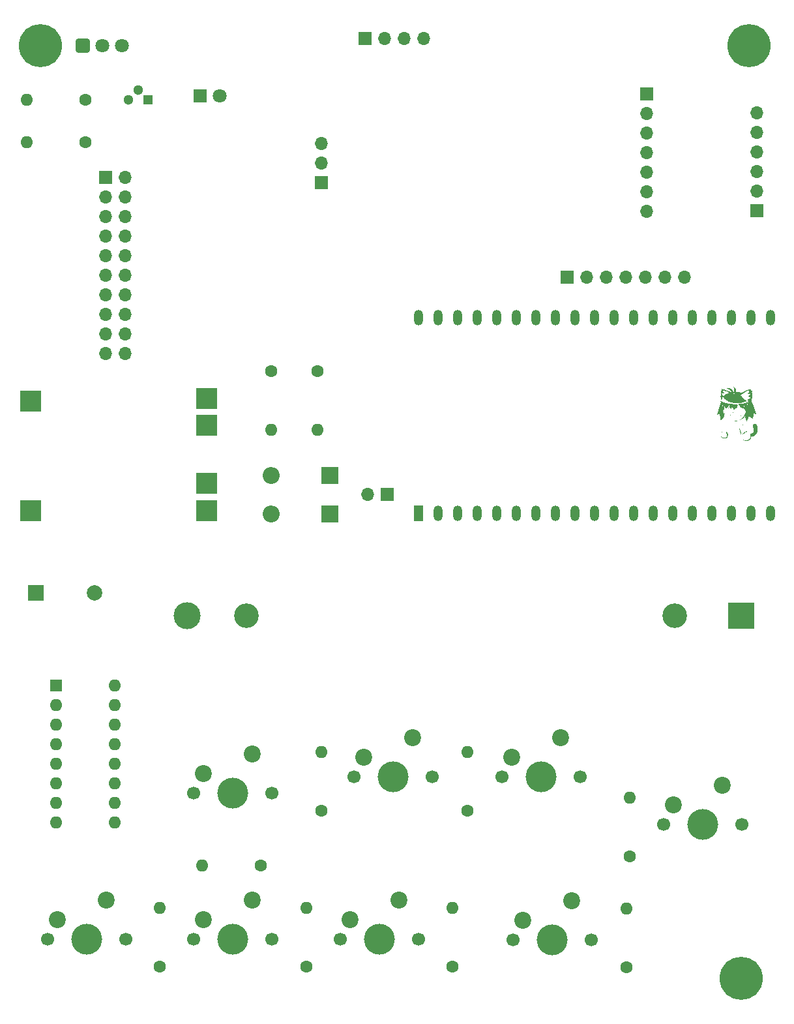
<source format=gbr>
%TF.GenerationSoftware,KiCad,Pcbnew,(6.0.4)*%
%TF.CreationDate,2023-05-02T15:22:56-04:00*%
%TF.ProjectId,Tomogatchi PCB,546f6d6f-6761-4746-9368-69205043422e,rev?*%
%TF.SameCoordinates,Original*%
%TF.FileFunction,Soldermask,Bot*%
%TF.FilePolarity,Negative*%
%FSLAX46Y46*%
G04 Gerber Fmt 4.6, Leading zero omitted, Abs format (unit mm)*
G04 Created by KiCad (PCBNEW (6.0.4)) date 2023-05-02 15:22:56*
%MOMM*%
%LPD*%
G01*
G04 APERTURE LIST*
G04 Aperture macros list*
%AMRoundRect*
0 Rectangle with rounded corners*
0 $1 Rounding radius*
0 $2 $3 $4 $5 $6 $7 $8 $9 X,Y pos of 4 corners*
0 Add a 4 corners polygon primitive as box body*
4,1,4,$2,$3,$4,$5,$6,$7,$8,$9,$2,$3,0*
0 Add four circle primitives for the rounded corners*
1,1,$1+$1,$2,$3*
1,1,$1+$1,$4,$5*
1,1,$1+$1,$6,$7*
1,1,$1+$1,$8,$9*
0 Add four rect primitives between the rounded corners*
20,1,$1+$1,$2,$3,$4,$5,0*
20,1,$1+$1,$4,$5,$6,$7,0*
20,1,$1+$1,$6,$7,$8,$9,0*
20,1,$1+$1,$8,$9,$2,$3,0*%
G04 Aperture macros list end*
%ADD10R,1.700000X1.700000*%
%ADD11O,1.700000X1.700000*%
%ADD12C,1.700000*%
%ADD13C,4.000000*%
%ADD14C,2.200000*%
%ADD15R,1.600000X1.600000*%
%ADD16O,1.600000X1.600000*%
%ADD17C,1.600000*%
%ADD18C,5.600000*%
%ADD19R,2.000000X2.000000*%
%ADD20C,2.000000*%
%ADD21R,1.200000X2.000000*%
%ADD22O,1.200000X2.000000*%
%ADD23R,2.200000X2.200000*%
%ADD24O,2.200000X2.200000*%
%ADD25R,1.800000X1.800000*%
%ADD26C,1.800000*%
%ADD27R,2.800000X2.800000*%
%ADD28RoundRect,0.250200X-0.649800X-0.649800X0.649800X-0.649800X0.649800X0.649800X-0.649800X0.649800X0*%
%ADD29C,3.200000*%
%ADD30R,3.500000X3.500000*%
%ADD31C,3.500000*%
%ADD32R,1.300000X1.300000*%
%ADD33C,1.300000*%
G04 APERTURE END LIST*
%TO.C,G\u002A\u002A\u002A*%
G36*
X128627858Y-91997471D02*
G01*
X128624927Y-92000402D01*
X128621996Y-91997471D01*
X128624927Y-91994540D01*
X128627858Y-91997471D01*
G37*
G36*
X126069438Y-91977218D02*
G01*
X126074961Y-91982816D01*
X126076053Y-91984892D01*
X126075653Y-91988678D01*
X126074622Y-91988415D01*
X126069099Y-91982816D01*
X126068007Y-91980741D01*
X126068407Y-91976954D01*
X126069438Y-91977218D01*
G37*
G36*
X126400302Y-91282309D02*
G01*
X126397371Y-91285240D01*
X126394440Y-91282309D01*
X126397371Y-91279378D01*
X126400302Y-91282309D01*
G37*
G36*
X128029935Y-92155745D02*
G01*
X128027004Y-92158676D01*
X128024073Y-92155745D01*
X128027004Y-92152814D01*
X128029935Y-92155745D01*
G37*
G36*
X126107202Y-87161330D02*
G01*
X126104271Y-87164261D01*
X126101340Y-87161330D01*
X126104271Y-87158399D01*
X126107202Y-87161330D01*
G37*
G36*
X128496302Y-91561017D02*
G01*
X128501825Y-91566615D01*
X128502917Y-91568691D01*
X128502517Y-91572477D01*
X128501486Y-91572213D01*
X128495963Y-91566615D01*
X128494871Y-91564540D01*
X128495271Y-91560753D01*
X128496302Y-91561017D01*
G37*
G36*
X127766145Y-90784040D02*
G01*
X127763214Y-90786971D01*
X127760283Y-90784040D01*
X127763214Y-90781109D01*
X127766145Y-90784040D01*
G37*
G36*
X128963456Y-88201086D02*
G01*
X128969709Y-88206451D01*
X128973715Y-88211344D01*
X128973619Y-88212373D01*
X128969799Y-88212412D01*
X128961243Y-88203299D01*
X128957969Y-88199051D01*
X128956513Y-88196016D01*
X128963456Y-88201086D01*
G37*
G36*
X127922048Y-92603282D02*
G01*
X127920238Y-92605886D01*
X127915280Y-92610049D01*
X127914460Y-92609992D01*
X127913169Y-92606599D01*
X127919463Y-92600697D01*
X127922739Y-92599270D01*
X127922048Y-92603282D01*
G37*
G36*
X126951329Y-89397679D02*
G01*
X126950906Y-89400782D01*
X126947421Y-89401587D01*
X126946719Y-89400728D01*
X126947421Y-89393771D01*
X126949184Y-89392854D01*
X126951329Y-89397679D01*
G37*
G36*
X125583114Y-87673349D02*
G01*
X125582335Y-87674542D01*
X125576543Y-87679941D01*
X125573761Y-87677531D01*
X125574285Y-87676213D01*
X125580529Y-87670763D01*
X125583805Y-87669337D01*
X125583114Y-87673349D01*
G37*
G36*
X128992400Y-87160257D02*
G01*
X128995113Y-87162367D01*
X128988858Y-87163798D01*
X128982913Y-87163384D01*
X128981165Y-87160720D01*
X128983238Y-87159558D01*
X128992400Y-87160257D01*
G37*
G36*
X128094417Y-89215957D02*
G01*
X128093994Y-89219061D01*
X128090509Y-89219865D01*
X128089807Y-89219006D01*
X128090509Y-89212049D01*
X128092272Y-89211132D01*
X128094417Y-89215957D01*
G37*
G36*
X126165822Y-89922327D02*
G01*
X126162891Y-89925258D01*
X126159960Y-89922327D01*
X126162891Y-89919396D01*
X126165822Y-89922327D01*
G37*
G36*
X125979704Y-92023103D02*
G01*
X125985956Y-92028468D01*
X125989962Y-92033361D01*
X125989866Y-92034390D01*
X125986047Y-92034429D01*
X125977491Y-92025316D01*
X125974216Y-92021069D01*
X125972760Y-92018033D01*
X125979704Y-92023103D01*
G37*
G36*
X127201817Y-90753598D02*
G01*
X127202825Y-90753888D01*
X127203693Y-90755673D01*
X127194601Y-90756518D01*
X127193213Y-90756526D01*
X127184036Y-90755740D01*
X127184231Y-90753816D01*
X127189048Y-90752740D01*
X127201817Y-90753598D01*
G37*
G36*
X127544137Y-90219823D02*
G01*
X127542310Y-90222093D01*
X127534517Y-90229623D01*
X127531666Y-90227868D01*
X127533805Y-90224841D01*
X127541924Y-90217610D01*
X127546171Y-90214335D01*
X127549207Y-90212880D01*
X127544137Y-90219823D01*
G37*
G36*
X125966514Y-87219950D02*
G01*
X125963583Y-87222881D01*
X125960652Y-87219950D01*
X125963583Y-87217019D01*
X125966514Y-87219950D01*
G37*
G36*
X127789593Y-91206103D02*
G01*
X127786662Y-91209034D01*
X127783731Y-91206103D01*
X127786662Y-91203172D01*
X127789593Y-91206103D01*
G37*
G36*
X128152574Y-92805937D02*
G01*
X128152159Y-92811883D01*
X128149495Y-92813631D01*
X128148333Y-92811557D01*
X128149032Y-92802396D01*
X128151142Y-92799683D01*
X128152574Y-92805937D01*
G37*
G36*
X126910295Y-89353714D02*
G01*
X126907364Y-89356645D01*
X126904433Y-89353714D01*
X126907364Y-89350783D01*
X126910295Y-89353714D01*
G37*
G36*
X126353406Y-92190917D02*
G01*
X126350475Y-92193848D01*
X126347544Y-92190917D01*
X126350475Y-92187986D01*
X126353406Y-92190917D01*
G37*
G36*
X128285491Y-87116460D02*
G01*
X128283681Y-87119064D01*
X128278723Y-87123227D01*
X128277904Y-87123170D01*
X128276613Y-87119777D01*
X128282906Y-87113875D01*
X128286182Y-87112448D01*
X128285491Y-87116460D01*
G37*
G36*
X126019272Y-89869569D02*
G01*
X126016341Y-89872500D01*
X126013410Y-89869569D01*
X126016341Y-89866638D01*
X126019272Y-89869569D01*
G37*
G36*
X126787193Y-92671600D02*
G01*
X126784262Y-92674531D01*
X126781331Y-92671600D01*
X126784262Y-92668669D01*
X126787193Y-92671600D01*
G37*
G36*
X125116526Y-89019581D02*
G01*
X125113595Y-89022512D01*
X125110664Y-89019581D01*
X125113595Y-89016650D01*
X125116526Y-89019581D01*
G37*
G36*
X125872723Y-87964423D02*
G01*
X125869792Y-87967354D01*
X125866861Y-87964423D01*
X125869792Y-87961492D01*
X125872723Y-87964423D01*
G37*
G36*
X128745097Y-91927128D02*
G01*
X128742166Y-91930059D01*
X128739235Y-91927128D01*
X128742166Y-91924197D01*
X128745097Y-91927128D01*
G37*
G36*
X128091486Y-87520530D02*
G01*
X128099838Y-87526534D01*
X128113970Y-87539039D01*
X128129588Y-87554568D01*
X128137379Y-87562879D01*
X128145592Y-87572408D01*
X128145827Y-87574597D01*
X128138381Y-87569964D01*
X128136531Y-87568634D01*
X128124125Y-87558626D01*
X128111234Y-87546838D01*
X128099691Y-87535203D01*
X128091331Y-87525651D01*
X128087984Y-87520116D01*
X128091486Y-87520530D01*
G37*
G36*
X127312180Y-89896212D02*
G01*
X127317703Y-89901810D01*
X127318795Y-89903886D01*
X127318395Y-89907672D01*
X127317364Y-89907408D01*
X127311841Y-89901810D01*
X127310749Y-89899735D01*
X127311149Y-89895948D01*
X127312180Y-89896212D01*
G37*
G36*
X127523850Y-89974108D02*
G01*
X127524767Y-89975871D01*
X127519942Y-89978016D01*
X127516838Y-89977593D01*
X127516034Y-89974108D01*
X127516893Y-89973407D01*
X127523850Y-89974108D01*
G37*
G36*
X126963053Y-90754730D02*
G01*
X126960122Y-90757661D01*
X126957191Y-90754730D01*
X126960122Y-90751799D01*
X126963053Y-90754730D01*
G37*
G36*
X126652367Y-91141621D02*
G01*
X126649436Y-91144552D01*
X126646505Y-91141621D01*
X126649436Y-91138690D01*
X126652367Y-91141621D01*
G37*
G36*
X126118926Y-89910603D02*
G01*
X126115995Y-89913534D01*
X126113064Y-89910603D01*
X126115995Y-89907672D01*
X126118926Y-89910603D01*
G37*
G36*
X128171864Y-87609843D02*
G01*
X128178179Y-87614568D01*
X128188208Y-87624427D01*
X128189990Y-87626351D01*
X128197524Y-87635402D01*
X128199045Y-87639082D01*
X128198691Y-87639012D01*
X128192376Y-87634286D01*
X128182346Y-87624427D01*
X128180565Y-87622504D01*
X128173030Y-87613453D01*
X128171510Y-87609772D01*
X128171864Y-87609843D01*
G37*
G36*
X127021672Y-90760592D02*
G01*
X127018742Y-90763523D01*
X127015811Y-90760592D01*
X127018742Y-90757661D01*
X127021672Y-90760592D01*
G37*
G36*
X126646505Y-90256461D02*
G01*
X126643574Y-90259392D01*
X126640643Y-90256461D01*
X126643574Y-90253530D01*
X126646505Y-90256461D01*
G37*
G36*
X128211656Y-93005734D02*
G01*
X128208725Y-93008665D01*
X128205794Y-93005734D01*
X128208725Y-93002803D01*
X128211656Y-93005734D01*
G37*
G36*
X128112003Y-89013719D02*
G01*
X128109072Y-89016650D01*
X128106141Y-89013719D01*
X128109072Y-89010788D01*
X128112003Y-89013719D01*
G37*
G36*
X126878611Y-89701037D02*
G01*
X126870209Y-89710273D01*
X126865421Y-89714227D01*
X126863913Y-89713935D01*
X126865512Y-89709408D01*
X126876588Y-89699015D01*
X126889778Y-89687848D01*
X126878611Y-89701037D01*
G37*
G36*
X126517541Y-91677993D02*
G01*
X126517118Y-91681096D01*
X126513633Y-91681901D01*
X126512932Y-91681042D01*
X126513633Y-91674085D01*
X126515397Y-91673168D01*
X126517541Y-91677993D01*
G37*
G36*
X128752425Y-92160656D02*
G01*
X128753419Y-92162691D01*
X128745097Y-92163613D01*
X128737033Y-92162795D01*
X128737770Y-92160656D01*
X128740423Y-92159882D01*
X128752425Y-92160656D01*
G37*
G36*
X127514080Y-88837859D02*
G01*
X127511149Y-88840790D01*
X127508218Y-88837859D01*
X127511149Y-88834928D01*
X127514080Y-88837859D01*
G37*
G36*
X126522941Y-91656988D02*
G01*
X126522526Y-91662933D01*
X126519862Y-91664681D01*
X126518700Y-91662608D01*
X126519399Y-91653446D01*
X126521509Y-91650733D01*
X126522941Y-91656988D01*
G37*
G36*
X128282000Y-89072339D02*
G01*
X128279069Y-89075270D01*
X128276138Y-89072339D01*
X128279069Y-89069408D01*
X128282000Y-89072339D01*
G37*
G36*
X126916157Y-89629228D02*
G01*
X126913226Y-89632159D01*
X126910295Y-89629228D01*
X126913226Y-89626297D01*
X126916157Y-89629228D01*
G37*
G36*
X127807179Y-91601787D02*
G01*
X127806756Y-91604890D01*
X127803271Y-91605695D01*
X127802570Y-91604836D01*
X127803271Y-91597879D01*
X127805034Y-91596962D01*
X127807179Y-91601787D01*
G37*
G36*
X127980447Y-90904474D02*
G01*
X127985970Y-90910072D01*
X127987062Y-90912148D01*
X127986662Y-90915934D01*
X127985631Y-90915671D01*
X127980108Y-90910072D01*
X127979016Y-90907997D01*
X127979416Y-90904210D01*
X127980447Y-90904474D01*
G37*
G36*
X128129588Y-92366777D02*
G01*
X128126657Y-92369708D01*
X128123727Y-92366777D01*
X128126657Y-92363846D01*
X128129588Y-92366777D01*
G37*
G36*
X127092016Y-90725420D02*
G01*
X127089085Y-90728351D01*
X127086154Y-90725420D01*
X127089085Y-90722489D01*
X127092016Y-90725420D01*
G37*
G36*
X127062706Y-89605780D02*
G01*
X127059775Y-89608711D01*
X127056844Y-89605780D01*
X127059775Y-89602849D01*
X127062706Y-89605780D01*
G37*
G36*
X128170622Y-92648152D02*
G01*
X128167691Y-92651083D01*
X128164760Y-92648152D01*
X128167691Y-92645221D01*
X128170622Y-92648152D01*
G37*
G36*
X125286524Y-88483209D02*
G01*
X125286101Y-88486312D01*
X125282616Y-88487117D01*
X125281914Y-88486258D01*
X125282616Y-88479301D01*
X125284379Y-88478384D01*
X125286524Y-88483209D01*
G37*
G36*
X127714784Y-90032490D02*
G01*
X127717669Y-90033257D01*
X127715946Y-90034581D01*
X127704594Y-90035158D01*
X127698384Y-90035082D01*
X127689966Y-90034193D01*
X127691336Y-90032608D01*
X127699510Y-90031546D01*
X127714784Y-90032490D01*
G37*
G36*
X126550742Y-90067005D02*
G01*
X126551353Y-90077670D01*
X126551297Y-90081647D01*
X126550372Y-90089753D01*
X126548673Y-90087928D01*
X126547761Y-90082279D01*
X126548673Y-90067411D01*
X126549221Y-90065748D01*
X126550742Y-90067005D01*
G37*
G36*
X125544451Y-88116834D02*
G01*
X125541520Y-88119765D01*
X125538589Y-88116834D01*
X125541520Y-88113903D01*
X125544451Y-88116834D01*
G37*
G36*
X128686477Y-88122696D02*
G01*
X128683546Y-88125627D01*
X128680615Y-88122696D01*
X128683546Y-88119765D01*
X128686477Y-88122696D01*
G37*
G36*
X128426338Y-89806142D02*
G01*
X128429814Y-89817427D01*
X128434567Y-89836369D01*
X128447846Y-89890427D01*
X128459250Y-89938636D01*
X128468539Y-89979903D01*
X128475472Y-90013134D01*
X128479809Y-90037238D01*
X128481308Y-90051122D01*
X128481218Y-90054804D01*
X128479533Y-90065749D01*
X128474929Y-90077491D01*
X128466379Y-90091574D01*
X128452857Y-90109546D01*
X128433337Y-90132950D01*
X128406792Y-90163331D01*
X128397696Y-90173801D01*
X128383425Y-90191093D01*
X128373592Y-90204189D01*
X128369930Y-90210858D01*
X128367017Y-90215431D01*
X128356847Y-90226449D01*
X128341096Y-90241783D01*
X128321569Y-90259616D01*
X128305358Y-90274122D01*
X128287113Y-90290755D01*
X128273422Y-90303595D01*
X128266412Y-90310672D01*
X128259599Y-90317368D01*
X128245998Y-90328644D01*
X128229446Y-90341225D01*
X128212943Y-90352922D01*
X128199490Y-90361546D01*
X128192088Y-90364907D01*
X128185797Y-90367643D01*
X128172827Y-90375888D01*
X128156509Y-90387720D01*
X128154368Y-90389343D01*
X128133547Y-90404434D01*
X128108384Y-90421810D01*
X128083851Y-90438029D01*
X128065265Y-90449489D01*
X128031987Y-90468412D01*
X127994584Y-90488200D01*
X127954854Y-90508033D01*
X127914592Y-90527091D01*
X127875595Y-90544554D01*
X127839660Y-90559603D01*
X127808584Y-90571418D01*
X127784163Y-90579179D01*
X127768193Y-90582065D01*
X127752004Y-90584433D01*
X127733904Y-90590382D01*
X127724607Y-90594433D01*
X127712781Y-90598399D01*
X127709868Y-90597187D01*
X127716663Y-90590780D01*
X127725221Y-90585433D01*
X127735236Y-90581987D01*
X127735277Y-90581986D01*
X127744940Y-90579164D01*
X127761948Y-90571977D01*
X127783461Y-90561817D01*
X127806638Y-90550073D01*
X127828642Y-90538139D01*
X127846631Y-90527405D01*
X127855453Y-90521963D01*
X127869344Y-90514418D01*
X127877406Y-90511457D01*
X127878889Y-90511295D01*
X127883385Y-90506279D01*
X127884978Y-90503013D01*
X127893643Y-90497862D01*
X127900146Y-90495319D01*
X127915594Y-90487605D01*
X127932596Y-90477831D01*
X127947113Y-90468379D01*
X127955105Y-90461630D01*
X127956914Y-90459633D01*
X127959501Y-90460700D01*
X127962391Y-90460236D01*
X127972340Y-90454151D01*
X127987293Y-90443574D01*
X128005061Y-90430164D01*
X128023457Y-90415579D01*
X128040294Y-90401479D01*
X128053383Y-90389522D01*
X128055630Y-90387379D01*
X128071678Y-90374047D01*
X128089339Y-90361557D01*
X128103603Y-90350557D01*
X128121676Y-90333748D01*
X128139166Y-90315108D01*
X128147055Y-90306152D01*
X128166855Y-90284347D01*
X128189581Y-90259947D01*
X128211722Y-90236746D01*
X128224515Y-90223015D01*
X128243087Y-90201189D01*
X128257991Y-90181415D01*
X128266835Y-90166730D01*
X128270431Y-90159400D01*
X128278310Y-90146973D01*
X128284356Y-90141986D01*
X128288865Y-90138729D01*
X128297690Y-90127938D01*
X128308200Y-90112707D01*
X128318301Y-90096288D01*
X128325898Y-90081929D01*
X128328896Y-90072881D01*
X128328979Y-90071692D01*
X128333293Y-90064969D01*
X128333537Y-90064848D01*
X128340170Y-90057949D01*
X128349553Y-90044716D01*
X128359263Y-90029046D01*
X128366875Y-90014837D01*
X128369966Y-90005986D01*
X128371899Y-89997318D01*
X128377521Y-89983878D01*
X128381858Y-89975019D01*
X128392598Y-89949616D01*
X128402320Y-89922096D01*
X128410597Y-89894335D01*
X128417002Y-89868209D01*
X128421108Y-89845595D01*
X128422488Y-89828370D01*
X128420714Y-89818410D01*
X128415360Y-89817591D01*
X128412550Y-89817858D01*
X128416783Y-89811225D01*
X128422532Y-89804998D01*
X128426338Y-89806142D01*
G37*
G36*
X126301396Y-91439117D02*
G01*
X126299568Y-91441387D01*
X126291775Y-91448917D01*
X126288924Y-91447162D01*
X126291064Y-91444135D01*
X126299182Y-91436904D01*
X126303430Y-91433629D01*
X126306465Y-91432173D01*
X126301396Y-91439117D01*
G37*
G36*
X125878585Y-87899941D02*
G01*
X125875654Y-87902872D01*
X125872723Y-87899941D01*
X125875654Y-87897010D01*
X125878585Y-87899941D01*
G37*
G36*
X127878765Y-88876033D02*
G01*
X127885080Y-88880758D01*
X127895109Y-88890617D01*
X127896891Y-88892541D01*
X127904425Y-88901591D01*
X127905946Y-88905272D01*
X127905591Y-88905201D01*
X127899276Y-88900476D01*
X127889247Y-88890617D01*
X127887465Y-88888693D01*
X127879931Y-88879643D01*
X127878410Y-88875962D01*
X127878765Y-88876033D01*
G37*
G36*
X128112750Y-87247795D02*
G01*
X128107385Y-87254047D01*
X128102492Y-87258053D01*
X128101463Y-87257957D01*
X128101424Y-87254138D01*
X128110537Y-87245581D01*
X128114784Y-87242307D01*
X128117820Y-87240851D01*
X128112750Y-87247795D01*
G37*
G36*
X126646505Y-89851983D02*
G01*
X126643574Y-89854914D01*
X126640643Y-89851983D01*
X126643574Y-89849052D01*
X126646505Y-89851983D01*
G37*
G36*
X127719249Y-88638552D02*
G01*
X127716318Y-88641483D01*
X127713387Y-88638552D01*
X127716318Y-88635621D01*
X127719249Y-88638552D01*
G37*
G36*
X127560976Y-90080601D02*
G01*
X127558045Y-90083532D01*
X127555114Y-90080601D01*
X127558045Y-90077670D01*
X127560976Y-90080601D01*
G37*
G36*
X125960652Y-89851983D02*
G01*
X125957721Y-89854914D01*
X125954790Y-89851983D01*
X125957721Y-89849052D01*
X125960652Y-89851983D01*
G37*
G36*
X125794706Y-88049705D02*
G01*
X125792159Y-88055692D01*
X125784793Y-88067008D01*
X125782828Y-88069718D01*
X125774306Y-88080305D01*
X125769339Y-88084594D01*
X125769017Y-88084310D01*
X125771565Y-88078323D01*
X125778931Y-88067008D01*
X125780896Y-88064297D01*
X125789417Y-88053710D01*
X125794384Y-88049422D01*
X125794706Y-88049705D01*
G37*
G36*
X128528204Y-89623366D02*
G01*
X128525273Y-89626297D01*
X128522342Y-89623366D01*
X128525273Y-89620435D01*
X128528204Y-89623366D01*
G37*
G36*
X127432012Y-90274047D02*
G01*
X127429081Y-90276978D01*
X127426150Y-90274047D01*
X127429081Y-90271116D01*
X127432012Y-90274047D01*
G37*
G36*
X127561291Y-88305954D02*
G01*
X127565776Y-88315763D01*
X127573600Y-88335409D01*
X127584386Y-88363900D01*
X127597756Y-88400246D01*
X127613332Y-88443454D01*
X127615838Y-88450610D01*
X127622142Y-88470354D01*
X127625734Y-88484494D01*
X127625897Y-88490350D01*
X127624814Y-88491779D01*
X127620439Y-88501914D01*
X127614167Y-88519479D01*
X127606969Y-88541829D01*
X127605352Y-88547037D01*
X127596171Y-88575138D01*
X127586605Y-88602513D01*
X127578480Y-88623897D01*
X127571865Y-88640178D01*
X127560909Y-88667364D01*
X127550664Y-88692998D01*
X127550418Y-88693616D01*
X127542901Y-88711643D01*
X127537092Y-88724009D01*
X127534232Y-88728070D01*
X127534061Y-88725099D01*
X127535055Y-88712626D01*
X127537310Y-88692808D01*
X127540557Y-88668198D01*
X127542605Y-88652835D01*
X127548096Y-88604256D01*
X127552820Y-88551697D01*
X127556579Y-88498274D01*
X127559171Y-88447099D01*
X127560398Y-88401288D01*
X127560061Y-88363953D01*
X127559473Y-88343813D01*
X127559295Y-88322982D01*
X127559718Y-88309336D01*
X127560719Y-88305138D01*
X127561291Y-88305954D01*
G37*
G36*
X126640643Y-90907141D02*
G01*
X126637712Y-90910072D01*
X126634781Y-90907141D01*
X126637712Y-90904210D01*
X126640643Y-90907141D01*
G37*
G36*
X125292386Y-88468554D02*
G01*
X125289455Y-88471485D01*
X125286524Y-88468554D01*
X125289455Y-88465623D01*
X125292386Y-88468554D01*
G37*
G36*
X128305448Y-89887155D02*
G01*
X128302517Y-89890086D01*
X128299586Y-89887155D01*
X128302517Y-89884224D01*
X128305448Y-89887155D01*
G37*
G36*
X127373392Y-89928189D02*
G01*
X127370461Y-89931120D01*
X127367530Y-89928189D01*
X127370461Y-89925258D01*
X127373392Y-89928189D01*
G37*
G36*
X127420288Y-90713696D02*
G01*
X127417357Y-90716627D01*
X127414426Y-90713696D01*
X127417357Y-90710765D01*
X127420288Y-90713696D01*
G37*
G36*
X126596027Y-89950583D02*
G01*
X126595316Y-89960926D01*
X126592293Y-89967850D01*
X126587947Y-89966392D01*
X126587516Y-89965793D01*
X126582551Y-89966637D01*
X126576247Y-89977808D01*
X126575409Y-89979783D01*
X126569882Y-89990505D01*
X126566360Y-89993617D01*
X126566062Y-89993131D01*
X126567194Y-89985412D01*
X126572109Y-89973099D01*
X126578694Y-89960817D01*
X126584835Y-89953192D01*
X126590165Y-89949946D01*
X126596027Y-89950583D01*
G37*
G36*
X128082693Y-89646814D02*
G01*
X128079762Y-89649745D01*
X128076831Y-89646814D01*
X128079762Y-89643883D01*
X128082693Y-89646814D01*
G37*
G36*
X128487170Y-91551960D02*
G01*
X128484239Y-91554891D01*
X128481308Y-91551960D01*
X128484239Y-91549029D01*
X128487170Y-91551960D01*
G37*
G36*
X127543390Y-89980947D02*
G01*
X127540459Y-89983878D01*
X127537528Y-89980947D01*
X127540459Y-89978016D01*
X127543390Y-89980947D01*
G37*
G36*
X127889247Y-91827474D02*
G01*
X127886316Y-91830405D01*
X127883385Y-91827474D01*
X127886316Y-91824543D01*
X127889247Y-91827474D01*
G37*
G36*
X128141312Y-92399018D02*
G01*
X128140889Y-92402121D01*
X128137404Y-92402926D01*
X128136703Y-92402067D01*
X128137404Y-92395110D01*
X128139168Y-92394193D01*
X128141312Y-92399018D01*
G37*
G36*
X125433073Y-87987871D02*
G01*
X125430142Y-87990802D01*
X125427211Y-87987871D01*
X125430142Y-87984940D01*
X125433073Y-87987871D01*
G37*
G36*
X126978667Y-90840788D02*
G01*
X126979279Y-90851453D01*
X126979222Y-90855430D01*
X126978297Y-90863535D01*
X126976598Y-90861711D01*
X126975686Y-90856061D01*
X126976598Y-90841194D01*
X126977146Y-90839531D01*
X126978667Y-90840788D01*
G37*
G36*
X127471092Y-89974108D02*
G01*
X127472009Y-89975871D01*
X127467184Y-89978016D01*
X127464080Y-89977593D01*
X127463276Y-89974108D01*
X127464135Y-89973407D01*
X127471092Y-89974108D01*
G37*
G36*
X128176484Y-92929528D02*
G01*
X128173553Y-92932459D01*
X128170622Y-92929528D01*
X128173553Y-92926597D01*
X128176484Y-92929528D01*
G37*
G36*
X127308910Y-89066477D02*
G01*
X127305979Y-89069408D01*
X127303048Y-89066477D01*
X127305979Y-89063546D01*
X127308910Y-89066477D01*
G37*
G36*
X126108668Y-89012768D02*
G01*
X126109662Y-89014803D01*
X126101340Y-89015724D01*
X126093276Y-89014907D01*
X126094013Y-89012768D01*
X126096666Y-89011993D01*
X126108668Y-89012768D01*
G37*
G36*
X125644105Y-87542360D02*
G01*
X125641174Y-87545290D01*
X125638243Y-87542360D01*
X125641174Y-87539429D01*
X125644105Y-87542360D01*
G37*
G36*
X127426150Y-90303357D02*
G01*
X127423219Y-90306287D01*
X127420288Y-90303357D01*
X127423219Y-90300426D01*
X127426150Y-90303357D01*
G37*
G36*
X126063797Y-91753293D02*
G01*
X126061987Y-91755897D01*
X126057029Y-91760061D01*
X126056210Y-91760004D01*
X126054919Y-91756611D01*
X126061212Y-91750708D01*
X126064488Y-91749282D01*
X126063797Y-91753293D01*
G37*
G36*
X127160406Y-90747891D02*
G01*
X127161323Y-90749654D01*
X127156498Y-90751799D01*
X127153395Y-90751376D01*
X127152590Y-90747891D01*
X127153449Y-90747189D01*
X127160406Y-90747891D01*
G37*
G36*
X127220980Y-89130959D02*
G01*
X127218049Y-89133890D01*
X127215118Y-89130959D01*
X127218049Y-89128028D01*
X127220980Y-89130959D01*
G37*
G36*
X128961991Y-86997194D02*
G01*
X128959060Y-87000125D01*
X128956129Y-86997194D01*
X128959060Y-86994263D01*
X128961991Y-86997194D01*
G37*
G36*
X126886847Y-89277508D02*
G01*
X126883916Y-89280439D01*
X126880985Y-89277508D01*
X126883916Y-89274577D01*
X126886847Y-89277508D01*
G37*
G36*
X125128250Y-88958030D02*
G01*
X125127827Y-88961133D01*
X125124342Y-88961938D01*
X125123640Y-88961079D01*
X125124342Y-88954122D01*
X125126105Y-88953205D01*
X125128250Y-88958030D01*
G37*
G36*
X128364052Y-89119358D02*
G01*
X128372861Y-89128028D01*
X128379350Y-89136090D01*
X128380540Y-89139752D01*
X128375808Y-89136697D01*
X128366999Y-89128028D01*
X128360510Y-89119965D01*
X128359320Y-89116304D01*
X128364052Y-89119358D01*
G37*
G36*
X126017183Y-92161504D02*
G01*
X126021826Y-92168682D01*
X126022244Y-92169794D01*
X126023474Y-92175668D01*
X126018545Y-92171963D01*
X126015200Y-92167653D01*
X126014542Y-92161452D01*
X126017183Y-92161504D01*
G37*
G36*
X127033396Y-89341990D02*
G01*
X127030465Y-89344921D01*
X127027534Y-89341990D01*
X127030465Y-89339059D01*
X127033396Y-89341990D01*
G37*
G36*
X127101786Y-90958922D02*
G01*
X127102703Y-90960685D01*
X127097878Y-90962830D01*
X127094775Y-90962407D01*
X127093970Y-90958922D01*
X127094830Y-90958221D01*
X127101786Y-90958922D01*
G37*
G36*
X126658229Y-90262323D02*
G01*
X126655298Y-90265254D01*
X126652367Y-90262323D01*
X126655298Y-90259392D01*
X126658229Y-90262323D01*
G37*
G36*
X128563376Y-92032643D02*
G01*
X128560445Y-92035574D01*
X128557514Y-92032643D01*
X128560445Y-92029712D01*
X128563376Y-92032643D01*
G37*
G36*
X125862396Y-86802534D02*
G01*
X125865280Y-86803300D01*
X125863558Y-86804624D01*
X125852206Y-86805202D01*
X125845996Y-86805126D01*
X125837577Y-86804237D01*
X125838948Y-86802652D01*
X125847122Y-86801590D01*
X125862396Y-86802534D01*
G37*
G36*
X127567937Y-90636416D02*
G01*
X127570650Y-90638526D01*
X127564395Y-90639958D01*
X127558449Y-90639544D01*
X127556701Y-90636879D01*
X127558775Y-90635718D01*
X127567937Y-90636416D01*
G37*
G36*
X126441336Y-89705434D02*
G01*
X126438405Y-89708365D01*
X126435474Y-89705434D01*
X126438405Y-89702503D01*
X126441336Y-89705434D01*
G37*
G36*
X126729672Y-90607107D02*
G01*
X126732385Y-90609217D01*
X126726131Y-90610648D01*
X126720185Y-90610234D01*
X126718437Y-90607569D01*
X126720511Y-90606408D01*
X126729672Y-90607107D01*
G37*
G36*
X128003894Y-87404867D02*
G01*
X128009418Y-87410465D01*
X128010510Y-87412540D01*
X128010110Y-87416327D01*
X128009079Y-87416063D01*
X128003556Y-87410465D01*
X128002464Y-87408389D01*
X128002864Y-87404603D01*
X128003894Y-87404867D01*
G37*
G36*
X126482369Y-91771785D02*
G01*
X126481946Y-91774888D01*
X126478461Y-91775693D01*
X126477760Y-91774834D01*
X126478461Y-91767877D01*
X126480225Y-91766960D01*
X126482369Y-91771785D01*
G37*
G36*
X125603071Y-88081663D02*
G01*
X125600140Y-88084594D01*
X125597209Y-88081663D01*
X125600140Y-88078732D01*
X125603071Y-88081663D01*
G37*
G36*
X127263480Y-89860029D02*
G01*
X127269732Y-89865394D01*
X127273738Y-89870287D01*
X127273642Y-89871316D01*
X127269823Y-89871355D01*
X127261266Y-89862242D01*
X127257992Y-89857994D01*
X127256536Y-89854959D01*
X127263480Y-89860029D01*
G37*
G36*
X126089616Y-86850645D02*
G01*
X126086685Y-86853576D01*
X126083754Y-86850645D01*
X126086685Y-86847714D01*
X126089616Y-86850645D01*
G37*
G36*
X127988901Y-92067815D02*
G01*
X127985970Y-92070746D01*
X127983039Y-92067815D01*
X127985970Y-92064884D01*
X127988901Y-92067815D01*
G37*
G36*
X128240966Y-93058492D02*
G01*
X128238035Y-93061423D01*
X128235104Y-93058492D01*
X128238035Y-93055561D01*
X128240966Y-93058492D01*
G37*
G36*
X126429612Y-89107511D02*
G01*
X126426681Y-89110442D01*
X126423750Y-89107511D01*
X126426681Y-89104580D01*
X126429612Y-89107511D01*
G37*
G36*
X126706224Y-90601245D02*
G01*
X126708938Y-90603355D01*
X126702683Y-90604786D01*
X126696737Y-90604372D01*
X126694989Y-90601707D01*
X126697063Y-90600546D01*
X126706224Y-90601245D01*
G37*
G36*
X127942005Y-91962299D02*
G01*
X127939074Y-91965230D01*
X127936143Y-91962299D01*
X127939074Y-91959369D01*
X127942005Y-91962299D01*
G37*
G36*
X126514949Y-89872764D02*
G01*
X126520472Y-89878362D01*
X126521564Y-89880438D01*
X126521164Y-89884224D01*
X126520134Y-89883960D01*
X126514610Y-89878362D01*
X126513519Y-89876287D01*
X126513919Y-89872500D01*
X126514949Y-89872764D01*
G37*
G36*
X128076831Y-89154407D02*
G01*
X128073900Y-89157338D01*
X128070969Y-89154407D01*
X128073900Y-89151476D01*
X128076831Y-89154407D01*
G37*
G36*
X126861691Y-89275963D02*
G01*
X126865306Y-89279726D01*
X126875968Y-89293840D01*
X126886606Y-89311076D01*
X126892929Y-89322835D01*
X126896930Y-89331497D01*
X126894825Y-89330277D01*
X126886587Y-89319147D01*
X126872189Y-89298085D01*
X126870951Y-89296231D01*
X126862364Y-89282442D01*
X126859033Y-89275172D01*
X126861691Y-89275963D01*
G37*
G36*
X126359268Y-92416604D02*
G01*
X126358845Y-92419707D01*
X126355360Y-92420512D01*
X126354658Y-92419652D01*
X126355360Y-92412696D01*
X126357123Y-92411779D01*
X126359268Y-92416604D01*
G37*
G36*
X126077892Y-89910603D02*
G01*
X126074961Y-89913534D01*
X126072030Y-89910603D01*
X126074961Y-89907672D01*
X126077892Y-89910603D01*
G37*
G36*
X128555142Y-86934738D02*
G01*
X128553333Y-86937342D01*
X128548375Y-86941506D01*
X128547555Y-86941449D01*
X128546264Y-86938055D01*
X128552557Y-86932153D01*
X128555833Y-86930727D01*
X128555142Y-86934738D01*
G37*
G36*
X128897509Y-88008388D02*
G01*
X128897086Y-88011491D01*
X128893601Y-88012296D01*
X128892900Y-88011436D01*
X128893601Y-88004480D01*
X128895364Y-88003563D01*
X128897509Y-88008388D01*
G37*
G36*
X126816503Y-89807180D02*
G01*
X126816218Y-89808325D01*
X126809757Y-89815633D01*
X126797451Y-89824579D01*
X126788423Y-89830144D01*
X126779401Y-89835457D01*
X126775996Y-89836671D01*
X126775469Y-89835093D01*
X126776277Y-89833857D01*
X126783570Y-89827138D01*
X126795986Y-89817209D01*
X126802197Y-89812736D01*
X126812452Y-89806927D01*
X126816503Y-89807180D01*
G37*
G36*
X126517079Y-91621816D02*
G01*
X126516664Y-91627761D01*
X126514000Y-91629509D01*
X126512838Y-91627436D01*
X126513537Y-91618274D01*
X126515647Y-91615561D01*
X126517079Y-91621816D01*
G37*
G36*
X127245527Y-90290559D02*
G01*
X127248241Y-90292669D01*
X127241986Y-90294101D01*
X127236040Y-90293686D01*
X127234292Y-90291022D01*
X127236366Y-90289860D01*
X127245527Y-90290559D01*
G37*
G36*
X127854075Y-91745406D02*
G01*
X127851144Y-91748337D01*
X127848213Y-91745406D01*
X127851144Y-91742475D01*
X127854075Y-91745406D01*
G37*
G36*
X127289370Y-90947198D02*
G01*
X127290287Y-90948962D01*
X127285462Y-90951106D01*
X127282359Y-90950683D01*
X127281554Y-90947198D01*
X127282413Y-90946497D01*
X127289370Y-90947198D01*
G37*
G36*
X126400302Y-90496802D02*
G01*
X126397371Y-90499733D01*
X126394440Y-90496802D01*
X126397371Y-90493871D01*
X126400302Y-90496802D01*
G37*
G36*
X126722711Y-89309749D02*
G01*
X126722288Y-89312853D01*
X126718803Y-89313657D01*
X126718101Y-89312798D01*
X126718803Y-89305841D01*
X126720566Y-89304924D01*
X126722711Y-89309749D01*
G37*
G36*
X126716849Y-89881293D02*
G01*
X126713918Y-89884224D01*
X126710987Y-89881293D01*
X126713918Y-89878362D01*
X126716849Y-89881293D01*
G37*
G36*
X126140003Y-87708520D02*
G01*
X126139224Y-87709714D01*
X126133432Y-87715112D01*
X126130650Y-87712703D01*
X126131174Y-87711385D01*
X126137418Y-87705935D01*
X126140694Y-87704509D01*
X126140003Y-87708520D01*
G37*
G36*
X125564927Y-88102247D02*
G01*
X125563778Y-88103784D01*
X125555829Y-88108041D01*
X125552542Y-88107732D01*
X125551159Y-88104673D01*
X125559411Y-88099943D01*
X125563983Y-88098916D01*
X125564927Y-88102247D01*
G37*
G36*
X128035797Y-92167469D02*
G01*
X128032866Y-92170400D01*
X128029935Y-92167469D01*
X128032866Y-92164538D01*
X128035797Y-92167469D01*
G37*
G36*
X125918621Y-87875890D02*
G01*
X125905184Y-87890413D01*
X125900722Y-87894982D01*
X125886925Y-87908572D01*
X125877018Y-87917557D01*
X125872143Y-87921061D01*
X125873447Y-87918207D01*
X125882073Y-87908118D01*
X125889707Y-87898655D01*
X125891502Y-87895272D01*
X125893240Y-87897010D01*
X125896171Y-87894079D01*
X125893566Y-87891474D01*
X125897636Y-87889682D01*
X125898481Y-87889867D01*
X125902033Y-87885960D01*
X125902053Y-87885686D01*
X125907040Y-87879041D01*
X125918153Y-87870570D01*
X125920082Y-87869406D01*
X125923626Y-87868827D01*
X125918621Y-87875890D01*
G37*
G36*
X127068568Y-90948175D02*
G01*
X127065637Y-90951106D01*
X127062706Y-90948175D01*
X127065637Y-90945244D01*
X127068568Y-90948175D01*
G37*
G36*
X128539928Y-89347852D02*
G01*
X128536997Y-89350783D01*
X128534066Y-89347852D01*
X128536997Y-89344921D01*
X128539928Y-89347852D01*
G37*
G36*
X125625164Y-92048454D02*
G01*
X125620657Y-92053160D01*
X125615347Y-92056447D01*
X125609801Y-92058433D01*
X125611864Y-92053160D01*
X125613119Y-92051564D01*
X125622468Y-92047388D01*
X125625164Y-92048454D01*
G37*
G36*
X126558575Y-89928189D02*
G01*
X126555644Y-89931120D01*
X126552713Y-89928189D01*
X126555644Y-89925258D01*
X126558575Y-89928189D01*
G37*
G36*
X126634781Y-89910603D02*
G01*
X126631850Y-89913534D01*
X126628919Y-89910603D01*
X126631850Y-89907672D01*
X126634781Y-89910603D01*
G37*
G36*
X126716849Y-89136821D02*
G01*
X126713918Y-89139752D01*
X126710987Y-89136821D01*
X126713918Y-89133890D01*
X126716849Y-89136821D01*
G37*
G36*
X126906037Y-88944565D02*
G01*
X126910295Y-88952514D01*
X126909985Y-88955801D01*
X126906926Y-88957184D01*
X126902196Y-88948932D01*
X126901169Y-88944360D01*
X126904500Y-88943416D01*
X126906037Y-88944565D01*
G37*
G36*
X127766145Y-89667331D02*
G01*
X127765722Y-89670434D01*
X127762237Y-89671239D01*
X127761536Y-89670379D01*
X127762237Y-89663423D01*
X127764000Y-89662506D01*
X127766145Y-89667331D01*
G37*
G36*
X127830164Y-89013230D02*
G01*
X127829750Y-89019176D01*
X127827085Y-89020924D01*
X127825924Y-89018850D01*
X127826623Y-89009689D01*
X127828733Y-89006975D01*
X127830164Y-89013230D01*
G37*
G36*
X126558575Y-90033705D02*
G01*
X126555644Y-90036636D01*
X126552713Y-90033705D01*
X126555644Y-90030774D01*
X126558575Y-90033705D01*
G37*
G36*
X125579623Y-87642013D02*
G01*
X125576692Y-87644944D01*
X125573761Y-87642013D01*
X125576692Y-87639082D01*
X125579623Y-87642013D01*
G37*
G36*
X125823455Y-87919552D02*
G01*
X125822677Y-87920745D01*
X125816885Y-87926144D01*
X125814103Y-87923735D01*
X125814627Y-87922416D01*
X125820870Y-87916967D01*
X125824146Y-87915541D01*
X125823455Y-87919552D01*
G37*
G36*
X127050982Y-89623366D02*
G01*
X127048051Y-89626297D01*
X127045120Y-89623366D01*
X127048051Y-89620435D01*
X127050982Y-89623366D01*
G37*
G36*
X125069630Y-89171993D02*
G01*
X125066699Y-89174924D01*
X125063768Y-89171993D01*
X125066699Y-89169062D01*
X125069630Y-89171993D01*
G37*
G36*
X126417888Y-91252999D02*
G01*
X126414957Y-91255930D01*
X126412026Y-91252999D01*
X126414957Y-91250068D01*
X126417888Y-91252999D01*
G37*
G36*
X128756821Y-88248729D02*
G01*
X128756398Y-88251833D01*
X128752913Y-88252637D01*
X128752212Y-88251778D01*
X128752913Y-88244821D01*
X128754677Y-88243904D01*
X128756821Y-88248729D01*
G37*
G36*
X127848213Y-91727820D02*
G01*
X127845282Y-91730751D01*
X127842351Y-91727820D01*
X127845282Y-91724889D01*
X127848213Y-91727820D01*
G37*
G36*
X125884447Y-87260984D02*
G01*
X125881516Y-87263915D01*
X125878585Y-87260984D01*
X125881516Y-87258053D01*
X125884447Y-87260984D01*
G37*
G36*
X126429612Y-89661469D02*
G01*
X126429189Y-89664572D01*
X126425704Y-89665377D01*
X126425002Y-89664517D01*
X126425704Y-89657561D01*
X126427467Y-89656644D01*
X126429612Y-89661469D01*
G37*
G36*
X125397901Y-88052353D02*
G01*
X125394970Y-88055284D01*
X125392039Y-88052353D01*
X125394970Y-88049422D01*
X125397901Y-88052353D01*
G37*
G36*
X125263076Y-88541829D02*
G01*
X125262653Y-88544932D01*
X125259168Y-88545737D01*
X125258466Y-88544878D01*
X125259168Y-88537921D01*
X125260931Y-88537004D01*
X125263076Y-88541829D01*
G37*
G36*
X126699263Y-89875431D02*
G01*
X126696332Y-89878362D01*
X126693401Y-89875431D01*
X126696332Y-89872500D01*
X126699263Y-89875431D01*
G37*
G36*
X128909233Y-88049422D02*
G01*
X128908810Y-88052525D01*
X128905325Y-88053330D01*
X128904624Y-88052470D01*
X128905325Y-88045514D01*
X128907088Y-88044597D01*
X128909233Y-88049422D01*
G37*
G36*
X128645444Y-91774716D02*
G01*
X128642513Y-91777647D01*
X128639582Y-91774716D01*
X128642513Y-91771785D01*
X128645444Y-91774716D01*
G37*
G36*
X126046628Y-89024466D02*
G01*
X126047545Y-89026229D01*
X126042720Y-89028374D01*
X126039617Y-89027951D01*
X126038812Y-89024466D01*
X126039671Y-89023764D01*
X126046628Y-89024466D01*
G37*
G36*
X126700362Y-90255387D02*
G01*
X126703076Y-90257497D01*
X126696821Y-90258929D01*
X126690875Y-90258514D01*
X126689127Y-90255850D01*
X126691201Y-90254688D01*
X126700362Y-90255387D01*
G37*
G36*
X126787193Y-88993202D02*
G01*
X126786770Y-88996305D01*
X126783285Y-88997110D01*
X126782583Y-88996251D01*
X126783285Y-88989294D01*
X126785048Y-88988377D01*
X126787193Y-88993202D01*
G37*
G36*
X125864489Y-89115398D02*
G01*
X125863711Y-89116591D01*
X125857919Y-89121990D01*
X125855137Y-89119581D01*
X125855661Y-89118262D01*
X125861904Y-89112813D01*
X125865180Y-89111387D01*
X125864489Y-89115398D01*
G37*
G36*
X126487306Y-88248729D02*
G01*
X126486489Y-88256793D01*
X126484349Y-88256057D01*
X126483575Y-88253403D01*
X126484349Y-88241402D01*
X126486385Y-88240407D01*
X126487306Y-88248729D01*
G37*
G36*
X127713387Y-88626828D02*
G01*
X127710456Y-88629759D01*
X127707525Y-88626828D01*
X127710456Y-88623897D01*
X127713387Y-88626828D01*
G37*
G36*
X126429612Y-90514388D02*
G01*
X126426681Y-90517319D01*
X126423750Y-90514388D01*
X126426681Y-90511457D01*
X126429612Y-90514388D01*
G37*
G36*
X128047521Y-89764053D02*
G01*
X128044590Y-89766984D01*
X128041659Y-89764053D01*
X128044590Y-89761122D01*
X128047521Y-89764053D01*
G37*
G36*
X127900971Y-90971623D02*
G01*
X127898040Y-90974554D01*
X127895109Y-90971623D01*
X127898040Y-90968692D01*
X127900971Y-90971623D01*
G37*
G36*
X128127634Y-89938936D02*
G01*
X128128552Y-89940699D01*
X128123727Y-89942844D01*
X128120623Y-89942421D01*
X128119819Y-89938936D01*
X128120678Y-89938235D01*
X128127634Y-89938936D01*
G37*
G36*
X125872723Y-90027843D02*
G01*
X125869792Y-90030774D01*
X125866861Y-90027843D01*
X125869792Y-90024912D01*
X125872723Y-90027843D01*
G37*
G36*
X127045120Y-89611642D02*
G01*
X127042189Y-89614573D01*
X127039258Y-89611642D01*
X127042189Y-89608711D01*
X127045120Y-89611642D01*
G37*
G36*
X126968915Y-90136290D02*
G01*
X126968492Y-90139393D01*
X126965007Y-90140198D01*
X126964305Y-90139339D01*
X126965007Y-90132382D01*
X126966770Y-90131465D01*
X126968915Y-90136290D01*
G37*
G36*
X128706581Y-88144463D02*
G01*
X128716587Y-88161286D01*
X128724004Y-88175245D01*
X128730686Y-88188840D01*
X128733190Y-88195442D01*
X128732351Y-88195512D01*
X128727584Y-88189487D01*
X128720353Y-88178303D01*
X128712680Y-88165307D01*
X128706587Y-88153845D01*
X128704093Y-88147264D01*
X128703678Y-88145777D01*
X128698269Y-88146103D01*
X128695492Y-88146558D01*
X128696137Y-88140137D01*
X128696334Y-88139657D01*
X128700128Y-88137562D01*
X128706581Y-88144463D01*
G37*
G36*
X128506062Y-92106211D02*
G01*
X128522321Y-92107791D01*
X128531754Y-92110404D01*
X128532541Y-92111050D01*
X128539458Y-92119565D01*
X128549946Y-92134851D01*
X128562061Y-92154108D01*
X128562712Y-92155185D01*
X128573749Y-92174016D01*
X128578795Y-92184388D01*
X128578291Y-92187574D01*
X128572676Y-92184848D01*
X128571168Y-92183919D01*
X128557581Y-92180040D01*
X128540199Y-92182827D01*
X128517454Y-92192752D01*
X128487778Y-92210283D01*
X128486905Y-92210848D01*
X128471667Y-92222146D01*
X128452532Y-92238254D01*
X128431326Y-92257393D01*
X128409876Y-92277785D01*
X128390012Y-92297653D01*
X128373561Y-92315218D01*
X128362349Y-92328703D01*
X128358206Y-92336330D01*
X128357970Y-92337672D01*
X128352628Y-92346996D01*
X128342454Y-92359129D01*
X128339411Y-92362250D01*
X128329309Y-92371746D01*
X128323772Y-92375570D01*
X128323489Y-92375261D01*
X128326963Y-92369726D01*
X128335861Y-92359449D01*
X128346013Y-92347595D01*
X128352898Y-92333845D01*
X128351957Y-92319231D01*
X128343767Y-92299364D01*
X128340548Y-92292053D01*
X128333153Y-92269221D01*
X128329508Y-92248402D01*
X128329398Y-92235457D01*
X128333121Y-92221980D01*
X128343296Y-92210560D01*
X128348248Y-92206208D01*
X128363942Y-92192120D01*
X128380358Y-92177091D01*
X128394614Y-92164627D01*
X128415415Y-92147650D01*
X128436522Y-92131399D01*
X128450638Y-92121306D01*
X128467127Y-92111663D01*
X128481602Y-92107115D01*
X128498073Y-92106008D01*
X128506062Y-92106211D01*
G37*
G36*
X127697406Y-88604570D02*
G01*
X127701663Y-88612519D01*
X127701354Y-88615806D01*
X127698295Y-88617188D01*
X127693565Y-88608937D01*
X127692537Y-88604365D01*
X127695868Y-88603421D01*
X127697406Y-88604570D01*
G37*
G36*
X127895109Y-91839198D02*
G01*
X127892178Y-91842129D01*
X127889247Y-91839198D01*
X127892178Y-91836267D01*
X127895109Y-91839198D01*
G37*
G36*
X127754421Y-89233543D02*
G01*
X127753998Y-89236647D01*
X127750513Y-89237451D01*
X127749812Y-89236592D01*
X127750513Y-89229635D01*
X127752276Y-89228718D01*
X127754421Y-89233543D01*
G37*
G36*
X127566375Y-90097698D02*
G01*
X127565960Y-90103644D01*
X127563296Y-90105392D01*
X127562134Y-90103318D01*
X127562833Y-90094157D01*
X127564943Y-90091443D01*
X127566375Y-90097698D01*
G37*
G36*
X128290950Y-89892118D02*
G01*
X128282148Y-89898460D01*
X128267345Y-89907672D01*
X128254410Y-89915022D01*
X128240077Y-89922278D01*
X128232173Y-89925103D01*
X128233038Y-89923045D01*
X128241850Y-89916723D01*
X128256879Y-89907617D01*
X128270915Y-89899854D01*
X128284864Y-89892848D01*
X128292051Y-89890186D01*
X128290950Y-89892118D01*
G37*
G36*
X127007995Y-90742029D02*
G01*
X127008912Y-90743792D01*
X127004087Y-90745937D01*
X127000983Y-90745514D01*
X127000179Y-90742029D01*
X127001038Y-90741327D01*
X127007995Y-90742029D01*
G37*
G36*
X127865799Y-92624704D02*
G01*
X127862868Y-92627635D01*
X127859937Y-92624704D01*
X127862868Y-92621773D01*
X127865799Y-92624704D01*
G37*
G36*
X126950957Y-89589180D02*
G01*
X126950720Y-89593369D01*
X126947673Y-89605553D01*
X126945350Y-89610290D01*
X126941686Y-89612746D01*
X126941553Y-89607683D01*
X126944969Y-89596372D01*
X126948961Y-89588570D01*
X126950957Y-89589180D01*
G37*
G36*
X125896171Y-89078201D02*
G01*
X125893240Y-89081132D01*
X125890309Y-89078201D01*
X125893240Y-89075270D01*
X125896171Y-89078201D01*
G37*
G36*
X128355835Y-89824699D02*
G01*
X128354025Y-89827303D01*
X128349067Y-89831466D01*
X128348248Y-89831409D01*
X128346957Y-89828016D01*
X128353250Y-89822114D01*
X128356526Y-89820687D01*
X128355835Y-89824699D01*
G37*
G36*
X126575236Y-90106980D02*
G01*
X126574419Y-90115044D01*
X126572279Y-90114307D01*
X126571505Y-90111654D01*
X126572279Y-90099652D01*
X126574315Y-90098658D01*
X126575236Y-90106980D01*
G37*
G36*
X127484770Y-90274047D02*
G01*
X127481839Y-90276978D01*
X127478908Y-90274047D01*
X127481839Y-90271116D01*
X127484770Y-90274047D01*
G37*
G36*
X127401444Y-90284306D02*
G01*
X127396840Y-90288702D01*
X127391768Y-90291294D01*
X127379254Y-90294062D01*
X127375578Y-90292700D01*
X127382185Y-90288702D01*
X127386265Y-90287036D01*
X127397182Y-90283751D01*
X127401444Y-90284306D01*
G37*
G36*
X127528912Y-90639020D02*
G01*
X127538416Y-90641392D01*
X127543390Y-90644035D01*
X127542127Y-90645559D01*
X127534175Y-90646380D01*
X127523980Y-90644736D01*
X127517534Y-90641268D01*
X127519278Y-90638608D01*
X127528912Y-90639020D01*
G37*
G36*
X127408564Y-89928189D02*
G01*
X127405633Y-89931120D01*
X127402702Y-89928189D01*
X127405633Y-89925258D01*
X127408564Y-89928189D01*
G37*
G36*
X127854075Y-91036105D02*
G01*
X127851144Y-91039036D01*
X127848213Y-91036105D01*
X127851144Y-91033174D01*
X127854075Y-91036105D01*
G37*
G36*
X126341682Y-91376101D02*
G01*
X126338751Y-91379032D01*
X126335820Y-91376101D01*
X126338751Y-91373170D01*
X126341682Y-91376101D01*
G37*
G36*
X127185808Y-89160269D02*
G01*
X127182877Y-89163200D01*
X127179946Y-89160269D01*
X127182877Y-89157338D01*
X127185808Y-89160269D01*
G37*
G36*
X126463858Y-91847991D02*
G01*
X126463041Y-91856055D01*
X126460901Y-91855318D01*
X126460127Y-91852665D01*
X126460901Y-91840663D01*
X126462937Y-91839669D01*
X126463858Y-91847991D01*
G37*
G36*
X126412026Y-91264723D02*
G01*
X126409095Y-91267654D01*
X126406164Y-91264723D01*
X126409095Y-91261792D01*
X126412026Y-91264723D01*
G37*
G36*
X125855452Y-87945371D02*
G01*
X125847956Y-87953394D01*
X125838087Y-87963431D01*
X125833470Y-87967354D01*
X125832459Y-87967220D01*
X125832698Y-87964487D01*
X125839350Y-87957103D01*
X125853671Y-87943590D01*
X125875654Y-87923389D01*
X125855452Y-87945371D01*
G37*
G36*
X129061645Y-92243675D02*
G01*
X129058714Y-92246606D01*
X129055783Y-92243675D01*
X129058714Y-92240744D01*
X129061645Y-92243675D01*
G37*
G36*
X127824765Y-90807488D02*
G01*
X127821834Y-90810419D01*
X127818903Y-90807488D01*
X127821834Y-90804557D01*
X127824765Y-90807488D01*
G37*
G36*
X126407263Y-89000921D02*
G01*
X126409976Y-89003031D01*
X126403721Y-89004463D01*
X126397776Y-89004049D01*
X126396027Y-89001384D01*
X126398101Y-89000223D01*
X126407263Y-89000921D01*
G37*
G36*
X126834089Y-88864238D02*
G01*
X126833666Y-88867341D01*
X126830181Y-88868146D01*
X126829479Y-88867287D01*
X126830181Y-88860330D01*
X126831944Y-88859413D01*
X126834089Y-88864238D01*
G37*
G36*
X129795860Y-91046887D02*
G01*
X129839089Y-91056358D01*
X129861288Y-91064785D01*
X129895943Y-91081300D01*
X129930596Y-91101078D01*
X129961501Y-91121928D01*
X129984908Y-91141656D01*
X130007944Y-91167536D01*
X130034919Y-91204524D01*
X130059772Y-91245336D01*
X130080885Y-91287021D01*
X130096640Y-91326632D01*
X130105417Y-91361220D01*
X130107960Y-91376791D01*
X130112470Y-91402627D01*
X130117972Y-91432970D01*
X130123790Y-91464030D01*
X130127291Y-91483107D01*
X130130602Y-91504002D01*
X130133081Y-91524754D01*
X130134840Y-91547340D01*
X130135991Y-91573737D01*
X130136647Y-91605925D01*
X130136919Y-91645879D01*
X130136920Y-91695579D01*
X130136829Y-91727341D01*
X130136489Y-91771632D01*
X130135808Y-91807513D01*
X130134667Y-91837047D01*
X130132945Y-91862298D01*
X130130522Y-91885329D01*
X130127278Y-91908205D01*
X130123092Y-91932990D01*
X130122984Y-91933599D01*
X130117361Y-91965591D01*
X130112022Y-91996566D01*
X130107566Y-92023017D01*
X130104591Y-92041436D01*
X130102712Y-92051881D01*
X130092567Y-92090204D01*
X130076393Y-92135992D01*
X130054783Y-92187673D01*
X130028331Y-92243675D01*
X130015565Y-92269325D01*
X130004403Y-92291486D01*
X129995731Y-92307964D01*
X129988062Y-92321333D01*
X129979909Y-92334166D01*
X129969785Y-92349039D01*
X129956201Y-92368524D01*
X129938828Y-92392711D01*
X129915053Y-92423249D01*
X129888936Y-92453608D01*
X129858251Y-92486343D01*
X129820772Y-92524012D01*
X129808705Y-92535547D01*
X129783372Y-92558142D01*
X129755945Y-92580945D01*
X129728224Y-92602613D01*
X129702009Y-92621804D01*
X129679102Y-92637175D01*
X129661302Y-92647382D01*
X129650411Y-92651083D01*
X129645823Y-92652249D01*
X129632008Y-92657527D01*
X129612013Y-92666088D01*
X129588424Y-92676859D01*
X129588377Y-92676881D01*
X129560817Y-92688828D01*
X129526374Y-92702303D01*
X129489437Y-92715654D01*
X129454398Y-92727232D01*
X129444487Y-92730313D01*
X129416603Y-92738991D01*
X129393331Y-92746246D01*
X129376864Y-92751395D01*
X129369399Y-92753751D01*
X129369292Y-92753785D01*
X129359517Y-92755259D01*
X129344486Y-92756136D01*
X129325434Y-92756599D01*
X129325381Y-92722893D01*
X129325361Y-92720384D01*
X129321817Y-92680639D01*
X129312779Y-92633872D01*
X129299100Y-92582690D01*
X129281635Y-92529703D01*
X129261237Y-92477518D01*
X129238760Y-92428742D01*
X129215058Y-92385983D01*
X129203147Y-92366711D01*
X129265756Y-92344564D01*
X129286332Y-92336914D01*
X129318804Y-92323701D01*
X129352187Y-92309020D01*
X129384108Y-92293998D01*
X129412193Y-92279765D01*
X129434070Y-92267450D01*
X129447364Y-92258181D01*
X129448244Y-92257406D01*
X129458743Y-92248756D01*
X129474997Y-92235883D01*
X129493877Y-92221270D01*
X129498758Y-92217505D01*
X129519978Y-92199935D01*
X129537022Y-92182784D01*
X129552100Y-92163260D01*
X129567425Y-92138569D01*
X129585208Y-92105918D01*
X129602267Y-92071066D01*
X129619207Y-92028094D01*
X129631834Y-91983246D01*
X129641026Y-91933280D01*
X129647659Y-91874954D01*
X129649273Y-91796948D01*
X129639792Y-91719674D01*
X129618965Y-91643183D01*
X129586620Y-91566615D01*
X129576727Y-91545211D01*
X129568565Y-91524809D01*
X129564125Y-91510289D01*
X129560285Y-91496880D01*
X129552782Y-91476515D01*
X129543483Y-91454601D01*
X129532704Y-91429445D01*
X129516295Y-91379329D01*
X129509214Y-91332909D01*
X129511465Y-91287850D01*
X129523054Y-91241821D01*
X129543984Y-91192488D01*
X129550115Y-91180572D01*
X129564016Y-91157621D01*
X129580174Y-91137422D01*
X129600620Y-91117927D01*
X129627384Y-91097084D01*
X129662499Y-91072843D01*
X129672482Y-91066833D01*
X129709486Y-91052411D01*
X129751635Y-91045667D01*
X129795860Y-91046887D01*
G37*
G36*
X126124788Y-91663338D02*
G01*
X126121857Y-91666269D01*
X126118926Y-91663338D01*
X126121857Y-91660407D01*
X126124788Y-91663338D01*
G37*
G36*
X126846561Y-89774312D02*
G01*
X126844733Y-89776582D01*
X126836940Y-89784112D01*
X126834089Y-89782357D01*
X126836229Y-89779330D01*
X126844347Y-89772099D01*
X126848595Y-89768824D01*
X126851630Y-89767368D01*
X126846561Y-89774312D01*
G37*
G36*
X128453463Y-87872814D02*
G01*
X128459716Y-87878179D01*
X128463722Y-87883073D01*
X128463626Y-87884101D01*
X128459806Y-87884141D01*
X128451250Y-87875027D01*
X128447976Y-87870780D01*
X128446520Y-87867744D01*
X128453463Y-87872814D01*
G37*
G36*
X126646505Y-92636428D02*
G01*
X126643574Y-92639359D01*
X126640643Y-92636428D01*
X126643574Y-92633497D01*
X126646505Y-92636428D01*
G37*
G36*
X125415487Y-88023043D02*
G01*
X125412556Y-88025974D01*
X125409625Y-88023043D01*
X125412556Y-88020112D01*
X125415487Y-88023043D01*
G37*
G36*
X125696863Y-89344921D02*
G01*
X125696440Y-89348025D01*
X125692955Y-89348829D01*
X125692253Y-89347970D01*
X125692955Y-89341013D01*
X125694718Y-89340096D01*
X125696863Y-89344921D01*
G37*
G36*
X127535574Y-89997556D02*
G01*
X127536491Y-89999319D01*
X127531666Y-90001464D01*
X127528562Y-90001041D01*
X127527758Y-89997556D01*
X127528617Y-89996854D01*
X127535574Y-89997556D01*
G37*
G36*
X128006487Y-89840259D02*
G01*
X128003556Y-89843190D01*
X128000625Y-89840259D01*
X128003556Y-89837328D01*
X128006487Y-89840259D01*
G37*
G36*
X126470645Y-91891956D02*
G01*
X126467715Y-91894887D01*
X126464784Y-91891956D01*
X126467715Y-91889025D01*
X126470645Y-91891956D01*
G37*
G36*
X127432012Y-90707834D02*
G01*
X127429081Y-90710765D01*
X127426150Y-90707834D01*
X127429081Y-90704903D01*
X127432012Y-90707834D01*
G37*
G36*
X126025134Y-91897818D02*
G01*
X126022203Y-91900749D01*
X126019272Y-91897818D01*
X126022203Y-91894887D01*
X126025134Y-91897818D01*
G37*
G36*
X127555114Y-88972685D02*
G01*
X127552183Y-88975616D01*
X127549252Y-88972685D01*
X127552183Y-88969754D01*
X127555114Y-88972685D01*
G37*
G36*
X128111540Y-89499775D02*
G01*
X128111125Y-89505721D01*
X128108461Y-89507469D01*
X128107299Y-89505395D01*
X128107998Y-89496234D01*
X128110108Y-89493521D01*
X128111540Y-89499775D01*
G37*
G36*
X126470645Y-88324935D02*
G01*
X126470222Y-88328038D01*
X126466738Y-88328843D01*
X126466036Y-88327984D01*
X126466738Y-88321027D01*
X126468501Y-88320110D01*
X126470645Y-88324935D01*
G37*
G36*
X126066168Y-87178916D02*
G01*
X126063237Y-87181847D01*
X126060306Y-87178916D01*
X126063237Y-87175985D01*
X126066168Y-87178916D01*
G37*
G36*
X127742234Y-89546671D02*
G01*
X127741820Y-89552617D01*
X127739156Y-89554365D01*
X127737994Y-89552291D01*
X127738693Y-89543130D01*
X127740803Y-89540416D01*
X127742234Y-89546671D01*
G37*
G36*
X127514080Y-90871969D02*
G01*
X127511149Y-90874900D01*
X127508218Y-90871969D01*
X127511149Y-90869038D01*
X127514080Y-90871969D01*
G37*
G36*
X127662095Y-90026892D02*
G01*
X127663089Y-90028927D01*
X127654767Y-90029848D01*
X127646703Y-90029031D01*
X127647440Y-90026892D01*
X127650093Y-90026117D01*
X127662095Y-90026892D01*
G37*
G36*
X126732481Y-90261346D02*
G01*
X126733398Y-90263109D01*
X126728573Y-90265254D01*
X126725470Y-90264831D01*
X126724665Y-90261346D01*
X126725524Y-90260644D01*
X126732481Y-90261346D01*
G37*
G36*
X128066572Y-87491785D02*
G01*
X128072825Y-87497150D01*
X128076831Y-87502043D01*
X128076734Y-87503072D01*
X128072915Y-87503112D01*
X128064359Y-87493998D01*
X128061084Y-87489751D01*
X128059629Y-87486715D01*
X128066572Y-87491785D01*
G37*
G36*
X128545790Y-89368369D02*
G01*
X128545367Y-89371473D01*
X128541882Y-89372277D01*
X128541180Y-89371418D01*
X128541882Y-89364461D01*
X128543645Y-89363544D01*
X128545790Y-89368369D01*
G37*
G36*
X126963053Y-90109911D02*
G01*
X126960122Y-90112842D01*
X126957191Y-90109911D01*
X126960122Y-90106980D01*
X126963053Y-90109911D01*
G37*
G36*
X127789593Y-91162138D02*
G01*
X127789170Y-91165241D01*
X127785685Y-91166046D01*
X127784984Y-91165187D01*
X127785685Y-91158230D01*
X127787448Y-91157313D01*
X127789593Y-91162138D01*
G37*
G36*
X128176484Y-92633497D02*
G01*
X128176061Y-92636601D01*
X128172576Y-92637405D01*
X128171875Y-92636546D01*
X128172576Y-92629589D01*
X128174340Y-92628672D01*
X128176484Y-92633497D01*
G37*
G36*
X126435011Y-91973535D02*
G01*
X126434596Y-91979481D01*
X126431932Y-91981229D01*
X126430770Y-91979155D01*
X126431469Y-91969993D01*
X126433579Y-91967280D01*
X126435011Y-91973535D01*
G37*
G36*
X126318234Y-92179193D02*
G01*
X126315303Y-92182124D01*
X126312372Y-92179193D01*
X126315303Y-92176262D01*
X126318234Y-92179193D01*
G37*
G36*
X127512126Y-92694071D02*
G01*
X127513043Y-92695834D01*
X127508218Y-92697979D01*
X127505114Y-92697556D01*
X127504310Y-92694071D01*
X127505169Y-92693370D01*
X127512126Y-92694071D01*
G37*
G36*
X128352344Y-89113373D02*
G01*
X128349413Y-89116304D01*
X128346482Y-89113373D01*
X128349413Y-89110442D01*
X128352344Y-89113373D01*
G37*
G36*
X129121730Y-92286892D02*
G01*
X129127983Y-92292257D01*
X129131989Y-92297151D01*
X129131892Y-92298179D01*
X129128073Y-92298219D01*
X129119517Y-92289105D01*
X129116242Y-92284858D01*
X129114787Y-92281822D01*
X129121730Y-92286892D01*
G37*
G36*
X128194070Y-89916465D02*
G01*
X128191139Y-89919396D01*
X128188208Y-89916465D01*
X128191139Y-89913534D01*
X128194070Y-89916465D01*
G37*
G36*
X127549252Y-90057153D02*
G01*
X127546321Y-90060084D01*
X127543390Y-90057153D01*
X127546321Y-90054222D01*
X127549252Y-90057153D01*
G37*
G36*
X126505355Y-91733193D02*
G01*
X126504940Y-91739139D01*
X126502276Y-91740887D01*
X126501114Y-91738813D01*
X126501813Y-91729652D01*
X126503923Y-91726938D01*
X126505355Y-91733193D01*
G37*
G36*
X126822365Y-90244737D02*
G01*
X126819434Y-90247668D01*
X126816503Y-90244737D01*
X126819434Y-90241806D01*
X126822365Y-90244737D01*
G37*
G36*
X125811731Y-89156432D02*
G01*
X125810953Y-89157625D01*
X125805161Y-89163024D01*
X125802379Y-89160615D01*
X125802903Y-89159296D01*
X125809146Y-89153847D01*
X125812422Y-89152421D01*
X125811731Y-89156432D01*
G37*
G36*
X126357314Y-89012742D02*
G01*
X126358231Y-89014505D01*
X126353406Y-89016650D01*
X126350302Y-89016227D01*
X126349498Y-89012742D01*
X126350357Y-89012040D01*
X126357314Y-89012742D01*
G37*
G36*
X125667553Y-92026781D02*
G01*
X125664622Y-92029712D01*
X125661691Y-92026781D01*
X125664622Y-92023850D01*
X125667553Y-92026781D01*
G37*
G36*
X127801317Y-91129897D02*
G01*
X127798386Y-91132828D01*
X127795455Y-91129897D01*
X127798386Y-91126966D01*
X127801317Y-91129897D01*
G37*
G36*
X128012349Y-92114711D02*
G01*
X128009418Y-92117642D01*
X128006487Y-92114711D01*
X128009418Y-92111780D01*
X128012349Y-92114711D01*
G37*
G36*
X127248713Y-90964630D02*
G01*
X127249721Y-90964920D01*
X127250589Y-90966704D01*
X127241497Y-90967550D01*
X127240109Y-90967558D01*
X127230932Y-90966772D01*
X127231127Y-90964847D01*
X127235944Y-90963772D01*
X127248713Y-90964630D01*
G37*
G36*
X128995209Y-87799310D02*
G01*
X128996126Y-87801073D01*
X128991301Y-87803218D01*
X128988198Y-87802795D01*
X128987393Y-87799310D01*
X128988252Y-87798608D01*
X128995209Y-87799310D01*
G37*
G36*
X127001598Y-90759606D02*
G01*
X126999834Y-90765959D01*
X126997762Y-90777192D01*
X126997076Y-90780672D01*
X126994416Y-90776933D01*
X126993985Y-90770955D01*
X126998252Y-90759347D01*
X127001171Y-90754852D01*
X127003646Y-90752190D01*
X127001598Y-90759606D01*
G37*
G36*
X127021672Y-90660938D02*
G01*
X127018742Y-90663869D01*
X127015811Y-90660938D01*
X127018742Y-90658007D01*
X127021672Y-90660938D01*
G37*
G36*
X128168030Y-91127230D02*
G01*
X128173553Y-91132828D01*
X128174645Y-91134903D01*
X128174245Y-91138690D01*
X128173215Y-91138426D01*
X128167691Y-91132828D01*
X128166600Y-91130753D01*
X128167000Y-91126966D01*
X128168030Y-91127230D01*
G37*
G36*
X125632381Y-88046491D02*
G01*
X125629450Y-88049422D01*
X125626519Y-88046491D01*
X125629450Y-88043560D01*
X125632381Y-88046491D01*
G37*
G36*
X127074430Y-89640952D02*
G01*
X127071499Y-89643883D01*
X127068568Y-89640952D01*
X127071499Y-89638021D01*
X127074430Y-89640952D01*
G37*
G36*
X127461322Y-89951637D02*
G01*
X127458391Y-89954568D01*
X127455460Y-89951637D01*
X127458391Y-89948706D01*
X127461322Y-89951637D01*
G37*
G36*
X127772007Y-91223689D02*
G01*
X127769076Y-91226620D01*
X127766145Y-91223689D01*
X127769076Y-91220758D01*
X127772007Y-91223689D01*
G37*
G36*
X128903371Y-88031836D02*
G01*
X128902948Y-88034939D01*
X128899463Y-88035744D01*
X128898762Y-88034884D01*
X128899463Y-88027928D01*
X128901226Y-88027011D01*
X128903371Y-88031836D01*
G37*
G36*
X126030996Y-91909542D02*
G01*
X126028065Y-91912473D01*
X126025134Y-91909542D01*
X126028065Y-91906611D01*
X126030996Y-91909542D01*
G37*
G36*
X126822365Y-88899410D02*
G01*
X126821942Y-88902513D01*
X126818457Y-88903318D01*
X126817755Y-88902459D01*
X126818457Y-88895502D01*
X126820220Y-88894585D01*
X126822365Y-88899410D01*
G37*
G36*
X127527159Y-90060309D02*
G01*
X127531666Y-90065946D01*
X127531598Y-90067273D01*
X127529081Y-90071808D01*
X127528140Y-90071538D01*
X127522873Y-90065946D01*
X127521957Y-90063675D01*
X127525458Y-90060084D01*
X127527159Y-90060309D01*
G37*
G36*
X126832135Y-90630651D02*
G01*
X126833052Y-90632414D01*
X126828227Y-90634559D01*
X126825124Y-90634136D01*
X126824319Y-90630651D01*
X126825178Y-90629949D01*
X126832135Y-90630651D01*
G37*
G36*
X128094417Y-89599918D02*
G01*
X128091486Y-89602849D01*
X128088555Y-89599918D01*
X128091486Y-89596987D01*
X128094417Y-89599918D01*
G37*
G36*
X125878585Y-89101649D02*
G01*
X125875654Y-89104580D01*
X125872723Y-89101649D01*
X125875654Y-89098718D01*
X125878585Y-89101649D01*
G37*
G36*
X126892709Y-89711296D02*
G01*
X126889778Y-89714227D01*
X126886847Y-89711296D01*
X126889778Y-89708365D01*
X126892709Y-89711296D01*
G37*
G36*
X126054444Y-91950576D02*
G01*
X126051513Y-91953507D01*
X126048582Y-91950576D01*
X126051513Y-91947645D01*
X126054444Y-91950576D01*
G37*
G36*
X126499493Y-88849095D02*
G01*
X126499078Y-88855040D01*
X126496414Y-88856788D01*
X126495252Y-88854715D01*
X126495951Y-88845553D01*
X126498061Y-88842840D01*
X126499493Y-88849095D01*
G37*
G36*
X126687539Y-89195441D02*
G01*
X126684608Y-89198372D01*
X126681677Y-89195441D01*
X126684608Y-89192510D01*
X126687539Y-89195441D01*
G37*
G36*
X127009949Y-90804557D02*
G01*
X127009525Y-90807660D01*
X127006041Y-90808465D01*
X127005339Y-90807605D01*
X127006041Y-90800649D01*
X127007804Y-90799732D01*
X127009949Y-90804557D01*
G37*
G36*
X129085093Y-87753391D02*
G01*
X129082162Y-87756322D01*
X129079231Y-87753391D01*
X129082162Y-87750460D01*
X129085093Y-87753391D01*
G37*
G36*
X126487089Y-88767515D02*
G01*
X126487097Y-88768903D01*
X126486311Y-88778080D01*
X126484386Y-88777885D01*
X126483311Y-88773069D01*
X126484169Y-88760299D01*
X126484459Y-88759291D01*
X126486243Y-88758424D01*
X126487089Y-88767515D01*
G37*
G36*
X125761345Y-87964423D02*
G01*
X125758414Y-87967354D01*
X125755483Y-87964423D01*
X125758414Y-87961492D01*
X125761345Y-87964423D01*
G37*
G36*
X127525804Y-90051291D02*
G01*
X127522873Y-90054222D01*
X127519942Y-90051291D01*
X127522873Y-90048360D01*
X127525804Y-90051291D01*
G37*
G36*
X129181584Y-87662790D02*
G01*
X129184177Y-87665932D01*
X129180327Y-87674143D01*
X129169396Y-87689300D01*
X129165250Y-87694622D01*
X129156306Y-87705215D01*
X129151604Y-87709426D01*
X129150920Y-87707054D01*
X129154835Y-87698939D01*
X129161914Y-87688758D01*
X129169707Y-87680435D01*
X129174331Y-87675150D01*
X129175543Y-87667728D01*
X129174827Y-87665987D01*
X129178539Y-87662530D01*
X129181584Y-87662790D01*
G37*
G36*
X127115464Y-90737144D02*
G01*
X127112533Y-90740075D01*
X127109602Y-90737144D01*
X127112533Y-90734213D01*
X127115464Y-90737144D01*
G37*
G36*
X126782730Y-89163730D02*
G01*
X126790334Y-89170163D01*
X126803265Y-89182359D01*
X126819434Y-89198372D01*
X126825853Y-89204910D01*
X126839801Y-89219555D01*
X126848858Y-89229731D01*
X126851308Y-89233543D01*
X126850276Y-89233013D01*
X126842671Y-89226580D01*
X126829740Y-89214384D01*
X126813572Y-89198372D01*
X126807153Y-89191833D01*
X126793205Y-89177188D01*
X126784148Y-89167012D01*
X126781698Y-89163200D01*
X126782730Y-89163730D01*
G37*
G36*
X128575100Y-92026781D02*
G01*
X128572169Y-92029712D01*
X128569238Y-92026781D01*
X128572169Y-92023850D01*
X128575100Y-92026781D01*
G37*
G36*
X126510754Y-91648683D02*
G01*
X126509937Y-91656747D01*
X126507797Y-91656011D01*
X126507023Y-91653357D01*
X126507797Y-91641356D01*
X126509833Y-91640361D01*
X126510754Y-91648683D01*
G37*
G36*
X126664091Y-92642290D02*
G01*
X126661160Y-92645221D01*
X126658229Y-92642290D01*
X126661160Y-92639359D01*
X126664091Y-92642290D01*
G37*
G36*
X127559022Y-88954122D02*
G01*
X127559939Y-88955885D01*
X127555114Y-88958030D01*
X127552010Y-88957607D01*
X127551206Y-88954122D01*
X127552065Y-88953420D01*
X127559022Y-88954122D01*
G37*
G36*
X127039258Y-89330266D02*
G01*
X127036327Y-89333197D01*
X127033396Y-89330266D01*
X127036327Y-89327335D01*
X127039258Y-89330266D01*
G37*
G36*
X128352328Y-87782825D02*
G01*
X128361137Y-87791494D01*
X128367626Y-87799557D01*
X128368816Y-87803218D01*
X128364084Y-87800164D01*
X128355275Y-87791494D01*
X128348786Y-87783431D01*
X128347596Y-87779770D01*
X128352328Y-87782825D01*
G37*
G36*
X127086154Y-89658538D02*
G01*
X127083223Y-89661469D01*
X127080292Y-89658538D01*
X127083223Y-89655607D01*
X127086154Y-89658538D01*
G37*
G36*
X128100279Y-89573539D02*
G01*
X128099855Y-89576642D01*
X128096371Y-89577447D01*
X128095669Y-89576588D01*
X128096371Y-89569631D01*
X128098134Y-89568714D01*
X128100279Y-89573539D01*
G37*
G36*
X128343890Y-91355847D02*
G01*
X128349413Y-91361446D01*
X128350505Y-91363521D01*
X128350105Y-91367308D01*
X128349074Y-91367044D01*
X128343551Y-91361446D01*
X128342459Y-91359370D01*
X128342859Y-91355584D01*
X128343890Y-91355847D01*
G37*
G36*
X125175146Y-88811480D02*
G01*
X125174723Y-88814584D01*
X125171238Y-88815388D01*
X125170536Y-88814529D01*
X125171238Y-88807572D01*
X125173001Y-88806655D01*
X125175146Y-88811480D01*
G37*
G36*
X127859937Y-91757130D02*
G01*
X127857006Y-91760061D01*
X127854075Y-91757130D01*
X127857006Y-91754199D01*
X127859937Y-91757130D01*
G37*
G36*
X127390978Y-89922327D02*
G01*
X127388047Y-89925258D01*
X127385116Y-89922327D01*
X127388047Y-89919396D01*
X127390978Y-89922327D01*
G37*
G36*
X128930089Y-87498658D02*
G01*
X128935612Y-87504257D01*
X128936704Y-87506332D01*
X128936304Y-87510119D01*
X128935273Y-87509855D01*
X128929750Y-87504257D01*
X128928658Y-87502181D01*
X128929058Y-87498395D01*
X128930089Y-87498658D01*
G37*
G36*
X127534935Y-90036900D02*
G01*
X127540459Y-90042498D01*
X127541550Y-90044573D01*
X127541150Y-90048360D01*
X127540120Y-90048096D01*
X127534597Y-90042498D01*
X127533505Y-90040423D01*
X127533905Y-90036636D01*
X127534935Y-90036900D01*
G37*
G36*
X127548326Y-90745937D02*
G01*
X127547509Y-90754001D01*
X127545369Y-90753264D01*
X127544595Y-90750611D01*
X127545369Y-90738609D01*
X127547405Y-90737615D01*
X127548326Y-90745937D01*
G37*
G36*
X126092886Y-90294827D02*
G01*
X126098409Y-90300426D01*
X126099501Y-90302501D01*
X126099101Y-90306287D01*
X126098070Y-90306024D01*
X126092547Y-90300426D01*
X126091455Y-90298350D01*
X126091855Y-90294564D01*
X126092886Y-90294827D01*
G37*
G36*
X128112003Y-89945775D02*
G01*
X128109072Y-89948706D01*
X128106141Y-89945775D01*
X128109072Y-89942844D01*
X128112003Y-89945775D01*
G37*
G36*
X127795455Y-91563684D02*
G01*
X127792524Y-91566615D01*
X127789593Y-91563684D01*
X127792524Y-91560753D01*
X127795455Y-91563684D01*
G37*
G36*
X128356976Y-89039399D02*
G01*
X128357454Y-89051640D01*
X128357179Y-89068896D01*
X128355741Y-89079100D01*
X128355061Y-89080704D01*
X128350331Y-89084258D01*
X128340753Y-89079854D01*
X128337026Y-89077491D01*
X128331194Y-89072434D01*
X128330020Y-89065901D01*
X128333589Y-89054838D01*
X128341988Y-89036187D01*
X128355080Y-89007857D01*
X128356976Y-89039399D01*
G37*
G36*
X127863845Y-90026866D02*
G01*
X127864762Y-90028629D01*
X127859937Y-90030774D01*
X127856834Y-90030351D01*
X127856029Y-90026866D01*
X127856888Y-90026164D01*
X127863845Y-90026866D01*
G37*
G36*
X126481907Y-88286344D02*
G01*
X126481492Y-88292289D01*
X126478828Y-88294038D01*
X126477666Y-88291964D01*
X126478365Y-88282802D01*
X126480475Y-88280089D01*
X126481907Y-88286344D01*
G37*
G36*
X128059245Y-89101649D02*
G01*
X128056314Y-89104580D01*
X128053383Y-89101649D01*
X128056314Y-89098718D01*
X128059245Y-89101649D01*
G37*
G36*
X126605471Y-91250068D02*
G01*
X126605048Y-91253171D01*
X126601563Y-91253976D01*
X126600862Y-91253117D01*
X126601563Y-91246160D01*
X126603326Y-91245243D01*
X126605471Y-91250068D01*
G37*
G36*
X125676906Y-87520937D02*
G01*
X125676127Y-87522130D01*
X125670335Y-87527529D01*
X125667553Y-87525119D01*
X125668077Y-87523801D01*
X125674321Y-87518352D01*
X125677597Y-87516925D01*
X125676906Y-87520937D01*
G37*
G36*
X126206856Y-86879955D02*
G01*
X126203925Y-86882886D01*
X126200994Y-86879955D01*
X126203925Y-86877024D01*
X126206856Y-86879955D01*
G37*
G36*
X126800016Y-90624693D02*
G01*
X126802729Y-90626803D01*
X126796474Y-90628234D01*
X126790529Y-90627820D01*
X126788781Y-90625155D01*
X126790854Y-90623994D01*
X126800016Y-90624693D01*
G37*
G36*
X126532756Y-91073302D02*
G01*
X126530947Y-91075906D01*
X126525988Y-91080070D01*
X126525169Y-91080013D01*
X126523878Y-91076620D01*
X126530171Y-91070717D01*
X126533447Y-91069291D01*
X126532756Y-91073302D01*
G37*
G36*
X128320442Y-91332399D02*
G01*
X128325965Y-91337998D01*
X128327057Y-91340073D01*
X128326657Y-91343860D01*
X128325626Y-91343596D01*
X128320103Y-91337998D01*
X128319011Y-91335922D01*
X128319411Y-91332136D01*
X128320442Y-91332399D01*
G37*
G36*
X127455460Y-89969223D02*
G01*
X127452529Y-89972154D01*
X127449598Y-89969223D01*
X127452529Y-89966292D01*
X127455460Y-89969223D01*
G37*
G36*
X127777869Y-91250068D02*
G01*
X127777446Y-91253171D01*
X127773961Y-91253976D01*
X127773260Y-91253117D01*
X127773961Y-91246160D01*
X127775724Y-91245243D01*
X127777869Y-91250068D01*
G37*
G36*
X125913757Y-87243398D02*
G01*
X125910826Y-87246329D01*
X125907895Y-87243398D01*
X125910826Y-87240467D01*
X125913757Y-87243398D01*
G37*
G36*
X127818903Y-89810949D02*
G01*
X127815972Y-89813880D01*
X127813041Y-89810949D01*
X127815972Y-89808018D01*
X127818903Y-89810949D01*
G37*
G36*
X126910295Y-89646814D02*
G01*
X126907364Y-89649745D01*
X126904433Y-89646814D01*
X126907364Y-89643883D01*
X126910295Y-89646814D01*
G37*
G36*
X127877523Y-91798164D02*
G01*
X127874592Y-91801095D01*
X127871661Y-91798164D01*
X127874592Y-91795233D01*
X127877523Y-91798164D01*
G37*
G36*
X126269384Y-89933074D02*
G01*
X126270301Y-89934837D01*
X126265476Y-89936982D01*
X126262373Y-89936559D01*
X126261568Y-89933074D01*
X126262427Y-89932373D01*
X126269384Y-89933074D01*
G37*
G36*
X125579623Y-92097125D02*
G01*
X125576692Y-92100056D01*
X125573761Y-92097125D01*
X125576692Y-92094194D01*
X125579623Y-92097125D01*
G37*
G36*
X127454104Y-90899505D02*
G01*
X127449598Y-90904210D01*
X127444288Y-90907497D01*
X127438741Y-90909483D01*
X127440805Y-90904210D01*
X127442060Y-90902614D01*
X127451409Y-90898438D01*
X127454104Y-90899505D01*
G37*
G36*
X126904433Y-89699572D02*
G01*
X126901502Y-89702503D01*
X126898571Y-89699572D01*
X126901502Y-89696641D01*
X126904433Y-89699572D01*
G37*
G36*
X126611333Y-91291102D02*
G01*
X126610910Y-91294205D01*
X126607425Y-91295010D01*
X126606724Y-91294151D01*
X126607425Y-91287194D01*
X126609188Y-91286277D01*
X126611333Y-91291102D01*
G37*
G36*
X128350342Y-88316650D02*
G01*
X128350288Y-88318349D01*
X128343874Y-88310625D01*
X128343696Y-88310403D01*
X128336876Y-88303890D01*
X128334758Y-88307533D01*
X128334757Y-88307663D01*
X128332149Y-88309867D01*
X128325367Y-88302412D01*
X128319847Y-88292269D01*
X128319693Y-88290145D01*
X128324471Y-88290145D01*
X128325965Y-88295625D01*
X128327169Y-88297360D01*
X128332519Y-88301487D01*
X128333321Y-88301105D01*
X128331827Y-88295625D01*
X128330623Y-88293890D01*
X128325273Y-88289763D01*
X128324471Y-88290145D01*
X128319693Y-88290145D01*
X128319364Y-88285618D01*
X128321086Y-88284766D01*
X128329089Y-88287853D01*
X128338856Y-88297144D01*
X128341445Y-88301105D01*
X128347126Y-88309798D01*
X128350342Y-88316650D01*
G37*
G36*
X125298248Y-88450968D02*
G01*
X125295317Y-88453899D01*
X125292386Y-88450968D01*
X125295317Y-88448037D01*
X125298248Y-88450968D01*
G37*
G36*
X125515141Y-87812011D02*
G01*
X125512210Y-87814942D01*
X125509279Y-87812011D01*
X125512210Y-87809080D01*
X125515141Y-87812011D01*
G37*
G36*
X125786948Y-91995876D02*
G01*
X125788218Y-91996962D01*
X125778931Y-91999819D01*
X125765176Y-92002654D01*
X125746690Y-92004616D01*
X125735539Y-92004881D01*
X125734391Y-92003815D01*
X125743759Y-92000506D01*
X125757539Y-91997387D01*
X125776000Y-91995709D01*
X125786948Y-91995876D01*
G37*
G36*
X127482398Y-89982972D02*
G01*
X127480589Y-89985576D01*
X127475631Y-89989740D01*
X127474811Y-89989683D01*
X127473520Y-89986290D01*
X127479813Y-89980387D01*
X127483089Y-89978961D01*
X127482398Y-89982972D01*
G37*
G36*
X127402702Y-89945775D02*
G01*
X127399771Y-89948706D01*
X127396840Y-89945775D01*
X127399771Y-89942844D01*
X127402702Y-89945775D01*
G37*
G36*
X126306510Y-92173331D02*
G01*
X126303579Y-92176262D01*
X126300648Y-92173331D01*
X126303579Y-92170400D01*
X126306510Y-92173331D01*
G37*
G36*
X127530740Y-88752860D02*
G01*
X127529923Y-88760924D01*
X127527783Y-88760188D01*
X127527009Y-88757534D01*
X127527783Y-88745533D01*
X127529819Y-88744538D01*
X127530740Y-88752860D01*
G37*
G36*
X126304556Y-87107595D02*
G01*
X126305473Y-87109358D01*
X126300648Y-87111503D01*
X126297544Y-87111080D01*
X126296740Y-87107595D01*
X126297599Y-87106894D01*
X126304556Y-87107595D01*
G37*
G36*
X127892738Y-90961925D02*
G01*
X127890928Y-90964529D01*
X127885970Y-90968692D01*
X127885150Y-90968635D01*
X127883860Y-90965242D01*
X127890153Y-90959340D01*
X127893429Y-90957913D01*
X127892738Y-90961925D01*
G37*
G36*
X125688630Y-88007482D02*
G01*
X125687851Y-88008675D01*
X125682059Y-88014074D01*
X125679277Y-88011665D01*
X125679801Y-88010346D01*
X125686045Y-88004897D01*
X125689321Y-88003471D01*
X125688630Y-88007482D01*
G37*
G36*
X127560513Y-90806999D02*
G01*
X127560098Y-90812945D01*
X127557434Y-90814693D01*
X127556272Y-90812619D01*
X127556971Y-90803457D01*
X127559081Y-90800744D01*
X127560513Y-90806999D01*
G37*
G36*
X125516477Y-92121131D02*
G01*
X125505373Y-92133500D01*
X125488762Y-92150768D01*
X125471570Y-92168119D01*
X125455618Y-92183986D01*
X125444415Y-92194862D01*
X125439683Y-92199049D01*
X125438744Y-92198980D01*
X125441189Y-92194006D01*
X125449616Y-92183522D01*
X125462212Y-92169451D01*
X125477167Y-92153717D01*
X125492669Y-92138245D01*
X125506908Y-92124958D01*
X125518072Y-92115780D01*
X125518487Y-92115486D01*
X125521155Y-92114761D01*
X125516477Y-92121131D01*
G37*
G36*
X127531666Y-90719558D02*
G01*
X127528735Y-90722489D01*
X127525804Y-90719558D01*
X127528735Y-90716627D01*
X127531666Y-90719558D01*
G37*
G36*
X126569374Y-90065946D02*
G01*
X126568557Y-90074010D01*
X126566417Y-90073273D01*
X126565643Y-90070620D01*
X126566417Y-90058618D01*
X126568453Y-90057624D01*
X126569374Y-90065946D01*
G37*
G36*
X127150636Y-90256461D02*
G01*
X127147705Y-90259392D01*
X127144774Y-90256461D01*
X127147705Y-90253530D01*
X127150636Y-90256461D01*
G37*
G36*
X125726173Y-89265784D02*
G01*
X125723242Y-89268715D01*
X125720311Y-89265784D01*
X125723242Y-89262853D01*
X125726173Y-89265784D01*
G37*
G36*
X128264414Y-87137882D02*
G01*
X128261483Y-87140813D01*
X128258552Y-87137882D01*
X128261483Y-87134951D01*
X128264414Y-87137882D01*
G37*
G36*
X125805869Y-87954724D02*
G01*
X125805091Y-87955917D01*
X125799299Y-87961316D01*
X125796517Y-87958907D01*
X125797041Y-87957588D01*
X125803284Y-87952139D01*
X125806560Y-87950713D01*
X125805869Y-87954724D01*
G37*
G36*
X125514949Y-87119877D02*
G01*
X125521003Y-87129089D01*
X125524307Y-87136505D01*
X125524347Y-87140813D01*
X125521195Y-87138302D01*
X125515141Y-87129089D01*
X125511838Y-87121673D01*
X125511798Y-87117365D01*
X125514949Y-87119877D01*
G37*
G36*
X125624148Y-87573695D02*
G01*
X125623369Y-87574888D01*
X125617577Y-87580287D01*
X125614795Y-87577877D01*
X125615319Y-87576559D01*
X125621563Y-87571110D01*
X125624839Y-87569683D01*
X125624148Y-87573695D01*
G37*
G36*
X127014885Y-89509057D02*
G01*
X127014068Y-89517121D01*
X127011928Y-89516384D01*
X127011154Y-89513731D01*
X127011928Y-89501729D01*
X127013964Y-89500735D01*
X127014885Y-89509057D01*
G37*
G36*
X127578561Y-90713696D02*
G01*
X127575630Y-90716627D01*
X127572700Y-90713696D01*
X127575630Y-90710765D01*
X127578561Y-90713696D01*
G37*
G36*
X125908247Y-89062710D02*
G01*
X125911532Y-89073046D01*
X125911695Y-89077292D01*
X125909239Y-89078568D01*
X125907542Y-89076105D01*
X125904257Y-89065770D01*
X125904094Y-89061524D01*
X125906550Y-89060247D01*
X125908247Y-89062710D01*
G37*
G36*
X127877523Y-90836798D02*
G01*
X127874592Y-90839729D01*
X127871661Y-90836798D01*
X127874592Y-90833867D01*
X127877523Y-90836798D01*
G37*
G36*
X125233766Y-88620966D02*
G01*
X125230835Y-88623897D01*
X125227904Y-88620966D01*
X125230835Y-88618035D01*
X125233766Y-88620966D01*
G37*
G36*
X127918557Y-90860245D02*
G01*
X127915626Y-90863176D01*
X127912695Y-90860245D01*
X127915626Y-90857314D01*
X127918557Y-90860245D01*
G37*
G36*
X125579623Y-88093387D02*
G01*
X125576692Y-88096317D01*
X125573761Y-88093387D01*
X125576692Y-88090456D01*
X125579623Y-88093387D01*
G37*
G36*
X126343692Y-86989412D02*
G01*
X126352174Y-86996799D01*
X126365846Y-87009786D01*
X126382716Y-87026504D01*
X126391685Y-87035641D01*
X126405858Y-87050521D01*
X126415034Y-87060782D01*
X126417549Y-87064607D01*
X126415877Y-87063597D01*
X126407395Y-87056210D01*
X126393723Y-87043223D01*
X126376854Y-87026504D01*
X126367884Y-87017368D01*
X126353711Y-87002488D01*
X126344535Y-86992226D01*
X126342020Y-86988402D01*
X126343692Y-86989412D01*
G37*
G36*
X127443736Y-89007857D02*
G01*
X127440805Y-89010788D01*
X127437874Y-89007857D01*
X127440805Y-89004926D01*
X127443736Y-89007857D01*
G37*
G36*
X128442051Y-89182277D02*
G01*
X128453463Y-89193278D01*
X128467191Y-89207847D01*
X128477405Y-89220549D01*
X128481308Y-89228036D01*
X128481068Y-89229087D01*
X128476709Y-89227363D01*
X128468601Y-89218214D01*
X128467813Y-89217169D01*
X128454626Y-89200337D01*
X128440756Y-89183455D01*
X128439364Y-89181787D01*
X128437079Y-89178237D01*
X128442051Y-89182277D01*
G37*
G36*
X126101340Y-89904741D02*
G01*
X126098409Y-89907672D01*
X126095478Y-89904741D01*
X126098409Y-89901810D01*
X126101340Y-89904741D01*
G37*
G36*
X125052044Y-89230612D02*
G01*
X125049113Y-89233543D01*
X125046182Y-89230612D01*
X125049113Y-89227681D01*
X125052044Y-89230612D01*
G37*
G36*
X126015964Y-91814537D02*
G01*
X126013041Y-91820008D01*
X126008680Y-91821767D01*
X126008053Y-91818941D01*
X126012683Y-91811256D01*
X126013455Y-91810498D01*
X126017749Y-91807689D01*
X126015964Y-91814537D01*
G37*
G36*
X128203202Y-91174126D02*
G01*
X128208725Y-91179724D01*
X128209817Y-91181799D01*
X128209417Y-91185586D01*
X128208387Y-91185322D01*
X128202863Y-91179724D01*
X128201771Y-91177648D01*
X128202171Y-91173862D01*
X128203202Y-91174126D01*
G37*
G36*
X128010395Y-88989294D02*
G01*
X128011312Y-88991057D01*
X128006487Y-88993202D01*
X128003383Y-88992779D01*
X128002579Y-88989294D01*
X128003438Y-88988592D01*
X128010395Y-88989294D01*
G37*
G36*
X126089616Y-91997471D02*
G01*
X126086685Y-92000402D01*
X126083754Y-91997471D01*
X126086685Y-91994540D01*
X126089616Y-91997471D01*
G37*
G36*
X129046577Y-87774304D02*
G01*
X129033800Y-87782279D01*
X129030220Y-87784218D01*
X129019575Y-87789748D01*
X129015443Y-87790901D01*
X129014749Y-87788714D01*
X129014824Y-87788417D01*
X129020469Y-87783708D01*
X129032335Y-87776839D01*
X129042370Y-87772154D01*
X129049331Y-87770550D01*
X129046577Y-87774304D01*
G37*
G36*
X126025134Y-87196502D02*
G01*
X126022203Y-87199433D01*
X126019272Y-87196502D01*
X126022203Y-87193571D01*
X126025134Y-87196502D01*
G37*
G36*
X126808687Y-90249622D02*
G01*
X126809604Y-90251385D01*
X126804779Y-90253530D01*
X126801676Y-90253107D01*
X126800871Y-90249622D01*
X126801730Y-90248920D01*
X126808687Y-90249622D01*
G37*
G36*
X126623057Y-89916465D02*
G01*
X126620126Y-89919396D01*
X126617195Y-89916465D01*
X126620126Y-89913534D01*
X126623057Y-89916465D01*
G37*
G36*
X126089616Y-89898879D02*
G01*
X126086685Y-89901810D01*
X126083754Y-89898879D01*
X126086685Y-89895948D01*
X126089616Y-89898879D01*
G37*
G36*
X128932681Y-88140282D02*
G01*
X128929750Y-88143213D01*
X128926819Y-88140282D01*
X128929750Y-88137351D01*
X128932681Y-88140282D01*
G37*
G36*
X125708587Y-86938575D02*
G01*
X125705656Y-86941506D01*
X125702725Y-86938575D01*
X125705656Y-86935644D01*
X125708587Y-86938575D01*
G37*
G36*
X126722711Y-92654014D02*
G01*
X126719780Y-92656945D01*
X126716849Y-92654014D01*
X126719780Y-92651083D01*
X126722711Y-92654014D01*
G37*
G36*
X126599609Y-92618842D02*
G01*
X126596678Y-92621773D01*
X126593747Y-92618842D01*
X126596678Y-92615911D01*
X126599609Y-92618842D01*
G37*
G36*
X126955237Y-90654099D02*
G01*
X126956154Y-90655862D01*
X126951329Y-90658007D01*
X126948225Y-90657584D01*
X126947421Y-90654099D01*
X126948280Y-90653397D01*
X126955237Y-90654099D01*
G37*
G36*
X127030804Y-90154140D02*
G01*
X127036327Y-90159738D01*
X127037419Y-90161813D01*
X127037019Y-90165600D01*
X127035989Y-90165336D01*
X127030465Y-90159738D01*
X127029374Y-90157662D01*
X127029774Y-90153876D01*
X127030804Y-90154140D01*
G37*
G36*
X125913757Y-89810949D02*
G01*
X125910826Y-89813880D01*
X125907895Y-89810949D01*
X125910826Y-89808018D01*
X125913757Y-89810949D01*
G37*
G36*
X127548789Y-90818723D02*
G01*
X127548374Y-90824669D01*
X127545710Y-90826417D01*
X127544548Y-90824343D01*
X127545247Y-90815181D01*
X127547357Y-90812468D01*
X127548789Y-90818723D01*
G37*
G36*
X127195578Y-90302380D02*
G01*
X127196495Y-90304143D01*
X127191670Y-90306287D01*
X127188567Y-90305864D01*
X127187762Y-90302380D01*
X127188621Y-90301678D01*
X127195578Y-90302380D01*
G37*
G36*
X128081337Y-89979172D02*
G01*
X128076831Y-89983878D01*
X128071520Y-89987165D01*
X128065974Y-89989150D01*
X128068038Y-89983878D01*
X128069292Y-89982282D01*
X128078642Y-89978106D01*
X128081337Y-89979172D01*
G37*
G36*
X125844160Y-87904337D02*
G01*
X125842333Y-87906607D01*
X125834540Y-87914137D01*
X125831689Y-87912383D01*
X125833829Y-87909355D01*
X125841947Y-87902124D01*
X125846194Y-87898849D01*
X125849230Y-87897394D01*
X125844160Y-87904337D01*
G37*
G36*
X126089616Y-91716096D02*
G01*
X126086685Y-91719027D01*
X126083754Y-91716096D01*
X126086685Y-91713165D01*
X126089616Y-91716096D01*
G37*
G36*
X127619595Y-88412865D02*
G01*
X127619172Y-88415968D01*
X127615687Y-88416773D01*
X127614986Y-88415914D01*
X127615687Y-88408957D01*
X127617451Y-88408040D01*
X127619595Y-88412865D01*
G37*
G36*
X126458922Y-89758191D02*
G01*
X126455991Y-89761122D01*
X126453060Y-89758191D01*
X126455991Y-89755260D01*
X126458922Y-89758191D01*
G37*
G36*
X127842351Y-91059553D02*
G01*
X127839420Y-91062484D01*
X127836489Y-91059553D01*
X127839420Y-91056622D01*
X127842351Y-91059553D01*
G37*
G36*
X126755512Y-89830561D02*
G01*
X126753702Y-89833165D01*
X126748744Y-89837328D01*
X126747925Y-89837271D01*
X126746634Y-89833878D01*
X126752927Y-89827976D01*
X126756203Y-89826549D01*
X126755512Y-89830561D01*
G37*
G36*
X127168222Y-90291633D02*
G01*
X127165291Y-90294564D01*
X127162360Y-90291633D01*
X127165291Y-90288702D01*
X127168222Y-90291633D01*
G37*
G36*
X126494093Y-91783509D02*
G01*
X126493670Y-91786612D01*
X126490185Y-91787417D01*
X126489484Y-91786558D01*
X126490185Y-91779601D01*
X126491949Y-91778684D01*
X126494093Y-91783509D01*
G37*
G36*
X129032335Y-92226089D02*
G01*
X129029404Y-92229020D01*
X129026473Y-92226089D01*
X129029404Y-92223158D01*
X129032335Y-92226089D01*
G37*
G36*
X125758753Y-87023837D02*
G01*
X125764276Y-87029435D01*
X125765368Y-87031511D01*
X125764968Y-87035297D01*
X125763937Y-87035034D01*
X125758414Y-87029435D01*
X125757322Y-87027360D01*
X125757722Y-87023573D01*
X125758753Y-87023837D01*
G37*
G36*
X128346482Y-88336659D02*
G01*
X128346059Y-88339762D01*
X128342574Y-88340567D01*
X128341873Y-88339708D01*
X128342574Y-88332751D01*
X128344337Y-88331834D01*
X128346482Y-88336659D01*
G37*
G36*
X127131096Y-90742029D02*
G01*
X127132013Y-90743792D01*
X127127188Y-90745937D01*
X127124085Y-90745514D01*
X127123280Y-90742029D01*
X127124139Y-90741327D01*
X127131096Y-90742029D01*
G37*
G36*
X126054444Y-87184778D02*
G01*
X126051513Y-87187709D01*
X126048582Y-87184778D01*
X126051513Y-87181847D01*
X126054444Y-87184778D01*
G37*
G36*
X127349944Y-89048891D02*
G01*
X127347013Y-89051822D01*
X127344082Y-89048891D01*
X127347013Y-89045960D01*
X127349944Y-89048891D01*
G37*
G36*
X127071838Y-89673456D02*
G01*
X127077361Y-89679055D01*
X127078453Y-89681130D01*
X127078053Y-89684917D01*
X127077023Y-89684653D01*
X127071499Y-89679055D01*
X127070408Y-89676979D01*
X127070807Y-89673193D01*
X127071838Y-89673456D01*
G37*
G36*
X127508218Y-88858376D02*
G01*
X127507795Y-88861479D01*
X127504310Y-88862284D01*
X127503608Y-88861425D01*
X127504310Y-88854468D01*
X127506073Y-88853551D01*
X127508218Y-88858376D01*
G37*
G36*
X129199220Y-92393163D02*
G01*
X129203638Y-92398253D01*
X129211170Y-92410557D01*
X129220070Y-92426766D01*
X129228591Y-92443574D01*
X129234985Y-92457674D01*
X129237504Y-92465760D01*
X129238255Y-92469430D01*
X129242966Y-92482740D01*
X129251048Y-92502279D01*
X129261381Y-92525260D01*
X129261905Y-92526389D01*
X129280328Y-92572629D01*
X129294780Y-92621826D01*
X129304242Y-92669866D01*
X129307698Y-92712634D01*
X129303314Y-92777321D01*
X129288885Y-92848958D01*
X129265355Y-92919908D01*
X129233711Y-92987714D01*
X129194945Y-93049920D01*
X129150044Y-93104069D01*
X129123424Y-93129345D01*
X129091254Y-93156061D01*
X129058578Y-93180013D01*
X129029404Y-93198081D01*
X129009133Y-93208849D01*
X128964163Y-93230941D01*
X128922956Y-93247874D01*
X128881642Y-93260949D01*
X128836347Y-93271463D01*
X128783200Y-93280717D01*
X128752603Y-93284371D01*
X128714432Y-93287124D01*
X128672730Y-93288780D01*
X128630535Y-93289305D01*
X128590884Y-93288661D01*
X128556813Y-93286813D01*
X128531359Y-93283723D01*
X128516775Y-93280419D01*
X128496252Y-93273864D01*
X128481921Y-93266979D01*
X128474478Y-93262166D01*
X128457533Y-93251729D01*
X128435404Y-93238435D01*
X128410964Y-93224022D01*
X128407283Y-93221850D01*
X128379745Y-93204390D01*
X128351703Y-93184788D01*
X128324886Y-93164458D01*
X128301021Y-93144814D01*
X128281836Y-93127268D01*
X128269058Y-93113234D01*
X128264414Y-93104126D01*
X128264402Y-93103699D01*
X128260352Y-93092559D01*
X128251225Y-93079564D01*
X128244908Y-93072221D01*
X128243338Y-93069170D01*
X128249565Y-93073324D01*
X128251012Y-93074427D01*
X128263808Y-93085048D01*
X128278092Y-93097882D01*
X128280712Y-93100265D01*
X128294713Y-93111109D01*
X128306131Y-93117328D01*
X128312367Y-93120157D01*
X128317172Y-93125663D01*
X128318319Y-93127568D01*
X128327227Y-93133558D01*
X128342068Y-93140455D01*
X128349331Y-93143474D01*
X128363102Y-93149941D01*
X128369913Y-93154281D01*
X128370686Y-93155187D01*
X128381220Y-93162803D01*
X128395607Y-93169759D01*
X128407283Y-93172800D01*
X128417679Y-93175224D01*
X128431856Y-93181293D01*
X128432218Y-93181480D01*
X128444950Y-93186479D01*
X128452922Y-93186884D01*
X128458359Y-93186460D01*
X128469551Y-93190369D01*
X128478532Y-93192651D01*
X128497714Y-93194859D01*
X128524475Y-93196669D01*
X128556634Y-93198031D01*
X128592012Y-93198894D01*
X128628428Y-93199205D01*
X128663701Y-93198914D01*
X128695652Y-93197970D01*
X128722100Y-93196320D01*
X128728559Y-93195699D01*
X128754393Y-93192254D01*
X128777122Y-93187861D01*
X128792443Y-93183315D01*
X128799820Y-93180228D01*
X128823927Y-93170885D01*
X128846689Y-93162994D01*
X128863422Y-93158210D01*
X128867371Y-93157186D01*
X128891776Y-93145936D01*
X128921801Y-93125056D01*
X128928432Y-93119966D01*
X128940107Y-93111616D01*
X128946004Y-93108318D01*
X128955143Y-93104977D01*
X128971216Y-93095195D01*
X128991828Y-93080535D01*
X129014881Y-93062567D01*
X129038275Y-93042863D01*
X129059913Y-93022996D01*
X129076982Y-93006646D01*
X129095939Y-92988917D01*
X129111026Y-92975282D01*
X129119998Y-92967802D01*
X129127720Y-92960965D01*
X129131989Y-92953751D01*
X129133435Y-92949944D01*
X129140572Y-92938782D01*
X129151667Y-92924269D01*
X129155372Y-92919639D01*
X129167959Y-92902831D01*
X129181255Y-92883845D01*
X129193743Y-92865016D01*
X129203903Y-92848677D01*
X129210219Y-92837162D01*
X129211171Y-92832805D01*
X129211529Y-92828784D01*
X129217048Y-92818880D01*
X129222401Y-92809901D01*
X129226819Y-92799552D01*
X129230056Y-92786723D01*
X129232353Y-92769567D01*
X129233951Y-92746233D01*
X129235093Y-92714874D01*
X129236019Y-92673639D01*
X129236447Y-92632932D01*
X129235684Y-92587385D01*
X129233315Y-92549861D01*
X129229251Y-92518297D01*
X129225190Y-92494449D01*
X129220487Y-92468008D01*
X129216697Y-92449052D01*
X129213270Y-92435156D01*
X129209654Y-92423899D01*
X129205300Y-92412855D01*
X129203973Y-92409613D01*
X129199777Y-92397894D01*
X129199141Y-92393156D01*
X129199220Y-92393163D01*
G37*
G36*
X126243127Y-87119223D02*
G01*
X126245840Y-87121333D01*
X126239585Y-87122764D01*
X126233640Y-87122350D01*
X126231892Y-87119686D01*
X126233965Y-87118524D01*
X126243127Y-87119223D01*
G37*
G36*
X126359268Y-92454707D02*
G01*
X126356337Y-92457638D01*
X126353406Y-92454707D01*
X126356337Y-92451776D01*
X126359268Y-92454707D01*
G37*
G36*
X127555114Y-90848522D02*
G01*
X127552183Y-90851453D01*
X127549252Y-90848522D01*
X127552183Y-90845591D01*
X127555114Y-90848522D01*
G37*
G36*
X126546851Y-92595394D02*
G01*
X126543920Y-92598325D01*
X126540989Y-92595394D01*
X126543920Y-92592463D01*
X126546851Y-92595394D01*
G37*
G36*
X127824765Y-91077139D02*
G01*
X127821834Y-91080070D01*
X127818903Y-91077139D01*
X127821834Y-91074208D01*
X127824765Y-91077139D01*
G37*
G36*
X126470183Y-91821123D02*
G01*
X126469768Y-91827069D01*
X126467104Y-91828817D01*
X126465942Y-91826743D01*
X126466641Y-91817582D01*
X126468751Y-91814868D01*
X126470183Y-91821123D01*
G37*
G36*
X127508218Y-90669731D02*
G01*
X127507795Y-90672834D01*
X127504310Y-90673639D01*
X127503608Y-90672780D01*
X127504310Y-90665823D01*
X127506073Y-90664906D01*
X127508218Y-90669731D01*
G37*
G36*
X126933743Y-89426989D02*
G01*
X126933320Y-89430092D01*
X126929835Y-89430897D01*
X126929133Y-89430038D01*
X126929835Y-89423081D01*
X126931598Y-89422164D01*
X126933743Y-89426989D01*
G37*
G36*
X126435474Y-88409934D02*
G01*
X126432543Y-88412865D01*
X126429612Y-88409934D01*
X126432543Y-88407003D01*
X126435474Y-88409934D01*
G37*
G36*
X127443736Y-90701972D02*
G01*
X127440805Y-90704903D01*
X127437874Y-90701972D01*
X127440805Y-90699041D01*
X127443736Y-90701972D01*
G37*
G36*
X125893799Y-87866794D02*
G01*
X125891990Y-87869398D01*
X125887032Y-87873562D01*
X125886212Y-87873505D01*
X125884921Y-87870112D01*
X125891214Y-87864209D01*
X125894490Y-87862783D01*
X125893799Y-87866794D01*
G37*
G36*
X127494540Y-89962384D02*
G01*
X127495457Y-89964147D01*
X127490632Y-89966292D01*
X127487528Y-89965869D01*
X127486724Y-89962384D01*
X127487583Y-89961683D01*
X127494540Y-89962384D01*
G37*
G36*
X126423287Y-92020431D02*
G01*
X126422872Y-92026376D01*
X126420208Y-92028125D01*
X126419046Y-92026051D01*
X126419745Y-92016889D01*
X126421855Y-92014176D01*
X126423287Y-92020431D01*
G37*
G36*
X127687985Y-92664761D02*
G01*
X127688902Y-92666524D01*
X127684077Y-92668669D01*
X127680974Y-92668246D01*
X127680169Y-92664761D01*
X127681028Y-92664060D01*
X127687985Y-92664761D01*
G37*
G36*
X127842351Y-90819212D02*
G01*
X127839420Y-90822143D01*
X127836489Y-90819212D01*
X127839420Y-90816281D01*
X127842351Y-90819212D01*
G37*
G36*
X126881732Y-90225685D02*
G01*
X126879905Y-90227955D01*
X126872112Y-90235485D01*
X126869261Y-90233730D01*
X126871401Y-90230703D01*
X126879519Y-90223472D01*
X126883767Y-90220197D01*
X126886802Y-90218742D01*
X126881732Y-90225685D01*
G37*
G36*
X128303167Y-92274834D02*
G01*
X128312588Y-92284809D01*
X128325222Y-92303109D01*
X128347052Y-92336744D01*
X128314446Y-92367826D01*
X128300837Y-92380284D01*
X128283066Y-92393560D01*
X128264294Y-92402558D01*
X128239421Y-92410153D01*
X128200438Y-92418912D01*
X128170872Y-92421927D01*
X128151038Y-92419081D01*
X128147946Y-92417719D01*
X128145671Y-92413501D01*
X128152024Y-92405378D01*
X128158879Y-92397589D01*
X128169375Y-92383848D01*
X128173442Y-92378598D01*
X128173013Y-92381432D01*
X128173267Y-92382678D01*
X128179103Y-92378596D01*
X128190049Y-92368735D01*
X128204393Y-92354836D01*
X128220424Y-92338639D01*
X128236431Y-92321884D01*
X128250702Y-92306310D01*
X128261527Y-92293657D01*
X128267194Y-92285666D01*
X128274478Y-92277294D01*
X128288435Y-92271229D01*
X128294639Y-92271172D01*
X128303167Y-92274834D01*
G37*
G36*
X128002768Y-90923813D02*
G01*
X128012503Y-90932115D01*
X128025739Y-90945206D01*
X128050452Y-90970971D01*
X128023701Y-90947849D01*
X128011706Y-90936991D01*
X128001951Y-90926964D01*
X127998989Y-90922084D01*
X128002768Y-90923813D01*
G37*
G36*
X125588375Y-88072937D02*
G01*
X125587226Y-88074474D01*
X125579277Y-88078732D01*
X125575990Y-88078422D01*
X125574607Y-88075363D01*
X125582859Y-88070633D01*
X125587431Y-88069606D01*
X125588375Y-88072937D01*
G37*
G36*
X128255960Y-91238608D02*
G01*
X128261483Y-91244206D01*
X128262575Y-91246281D01*
X128262175Y-91250068D01*
X128261145Y-91249804D01*
X128255621Y-91244206D01*
X128254529Y-91242130D01*
X128254929Y-91238344D01*
X128255960Y-91238608D01*
G37*
G36*
X126200994Y-87132020D02*
G01*
X126198063Y-87134951D01*
X126195132Y-87132020D01*
X126198063Y-87129089D01*
X126200994Y-87132020D01*
G37*
G36*
X125421349Y-88011319D02*
G01*
X125418418Y-88014250D01*
X125415487Y-88011319D01*
X125418418Y-88008388D01*
X125421349Y-88011319D01*
G37*
G36*
X126957191Y-89426989D02*
G01*
X126956768Y-89430092D01*
X126953283Y-89430897D01*
X126952581Y-89430038D01*
X126953283Y-89423081D01*
X126955046Y-89422164D01*
X126957191Y-89426989D01*
G37*
G36*
X127623503Y-90021004D02*
G01*
X127624420Y-90022767D01*
X127619595Y-90024912D01*
X127616492Y-90024489D01*
X127615687Y-90021004D01*
X127616547Y-90020302D01*
X127623503Y-90021004D01*
G37*
G36*
X128944405Y-87454430D02*
G01*
X128941474Y-87457361D01*
X128938543Y-87454430D01*
X128941474Y-87451499D01*
X128944405Y-87454430D01*
G37*
G36*
X128323034Y-89095787D02*
G01*
X128320103Y-89098718D01*
X128317172Y-89095787D01*
X128320103Y-89092856D01*
X128323034Y-89095787D01*
G37*
G36*
X125608933Y-87600979D02*
G01*
X125606002Y-87603910D01*
X125603071Y-87600979D01*
X125606002Y-87598048D01*
X125608933Y-87600979D01*
G37*
G36*
X125667553Y-86850645D02*
G01*
X125664622Y-86853576D01*
X125661691Y-86850645D01*
X125664622Y-86847714D01*
X125667553Y-86850645D01*
G37*
G36*
X125762093Y-87382620D02*
G01*
X125760265Y-87384890D01*
X125752472Y-87392420D01*
X125749621Y-87390666D01*
X125751761Y-87387638D01*
X125759879Y-87380407D01*
X125764127Y-87377132D01*
X125767162Y-87375677D01*
X125762093Y-87382620D01*
G37*
G36*
X127795455Y-89089925D02*
G01*
X127792524Y-89092856D01*
X127789593Y-89089925D01*
X127792524Y-89086994D01*
X127795455Y-89089925D01*
G37*
G36*
X127080292Y-90954037D02*
G01*
X127077361Y-90956968D01*
X127074430Y-90954037D01*
X127077361Y-90951106D01*
X127080292Y-90954037D01*
G37*
G36*
X128658377Y-92177285D02*
G01*
X128661576Y-92178463D01*
X128654237Y-92182124D01*
X128641975Y-92185428D01*
X128624927Y-92186990D01*
X128613554Y-92186689D01*
X128612529Y-92185413D01*
X128621996Y-92182124D01*
X128633667Y-92179287D01*
X128651306Y-92177258D01*
X128658377Y-92177285D01*
G37*
G36*
X127525804Y-90707834D02*
G01*
X127522873Y-90710765D01*
X127519942Y-90707834D01*
X127522873Y-90704903D01*
X127525804Y-90707834D01*
G37*
G36*
X126411100Y-89233543D02*
G01*
X126410283Y-89241607D01*
X126408143Y-89240871D01*
X126407369Y-89238217D01*
X126408143Y-89226216D01*
X126410179Y-89225222D01*
X126411100Y-89233543D01*
G37*
G36*
X125239628Y-88606311D02*
G01*
X125239205Y-88609414D01*
X125235720Y-88610219D01*
X125235018Y-88609359D01*
X125235720Y-88602403D01*
X125237483Y-88601485D01*
X125239628Y-88606311D01*
G37*
G36*
X128065107Y-89963361D02*
G01*
X128062176Y-89966292D01*
X128059245Y-89963361D01*
X128062176Y-89960430D01*
X128065107Y-89963361D01*
G37*
G36*
X128739235Y-91915404D02*
G01*
X128736304Y-91918335D01*
X128733373Y-91915404D01*
X128736304Y-91912473D01*
X128739235Y-91915404D01*
G37*
G36*
X125227904Y-88635621D02*
G01*
X125227481Y-88638724D01*
X125223996Y-88639529D01*
X125223294Y-88638669D01*
X125223996Y-88631713D01*
X125225759Y-88630795D01*
X125227904Y-88635621D01*
G37*
G36*
X128244457Y-87151631D02*
G01*
X128243678Y-87152825D01*
X128237886Y-87158224D01*
X128235104Y-87155814D01*
X128235628Y-87154496D01*
X128241872Y-87149046D01*
X128245148Y-87147620D01*
X128244457Y-87151631D01*
G37*
G36*
X126681677Y-92648152D02*
G01*
X126678746Y-92651083D01*
X126675815Y-92648152D01*
X126678746Y-92645221D01*
X126681677Y-92648152D01*
G37*
G36*
X127591385Y-90630554D02*
G01*
X127594098Y-90632664D01*
X127587843Y-90634096D01*
X127581897Y-90633682D01*
X127580149Y-90631017D01*
X127582223Y-90629856D01*
X127591385Y-90630554D01*
G37*
G36*
X125954790Y-90145083D02*
G01*
X125951859Y-90148014D01*
X125948928Y-90145083D01*
X125951859Y-90142152D01*
X125954790Y-90145083D01*
G37*
G36*
X129152844Y-92323076D02*
G01*
X129158368Y-92328674D01*
X129159459Y-92330749D01*
X129159060Y-92334536D01*
X129158029Y-92334272D01*
X129152506Y-92328674D01*
X129151414Y-92326598D01*
X129151814Y-92322812D01*
X129152844Y-92323076D01*
G37*
G36*
X125515141Y-88110972D02*
G01*
X125512210Y-88113903D01*
X125509279Y-88110972D01*
X125512210Y-88108041D01*
X125515141Y-88110972D01*
G37*
G36*
X127801317Y-91584201D02*
G01*
X127800894Y-91587305D01*
X127797409Y-91588109D01*
X127796708Y-91587250D01*
X127797409Y-91580293D01*
X127799172Y-91579376D01*
X127801317Y-91584201D01*
G37*
G36*
X125995824Y-89875431D02*
G01*
X125992893Y-89878362D01*
X125989962Y-89875431D01*
X125992893Y-89872500D01*
X125995824Y-89875431D01*
G37*
G36*
X127748096Y-89265296D02*
G01*
X127747682Y-89271241D01*
X127745018Y-89272990D01*
X127743856Y-89270916D01*
X127744555Y-89261754D01*
X127746665Y-89259041D01*
X127748096Y-89265296D01*
G37*
G36*
X126664091Y-89148545D02*
G01*
X126661160Y-89151476D01*
X126658229Y-89148545D01*
X126661160Y-89145614D01*
X126664091Y-89148545D01*
G37*
G36*
X127525341Y-88784613D02*
G01*
X127524926Y-88790558D01*
X127522262Y-88792307D01*
X127521100Y-88790233D01*
X127521799Y-88781071D01*
X127523909Y-88778358D01*
X127525341Y-88784613D01*
G37*
G36*
X125714449Y-89564746D02*
G01*
X125711518Y-89567677D01*
X125708587Y-89564746D01*
X125711518Y-89561815D01*
X125714449Y-89564746D01*
G37*
G36*
X127766129Y-88720743D02*
G01*
X127774938Y-88729412D01*
X127781427Y-88737475D01*
X127782617Y-88741136D01*
X127777885Y-88738082D01*
X127769076Y-88729412D01*
X127762587Y-88721350D01*
X127761397Y-88717688D01*
X127766129Y-88720743D01*
G37*
G36*
X126558575Y-91036105D02*
G01*
X126555644Y-91039036D01*
X126552713Y-91036105D01*
X126555644Y-91033174D01*
X126558575Y-91036105D01*
G37*
G36*
X125509279Y-88134420D02*
G01*
X125506348Y-88137351D01*
X125503417Y-88134420D01*
X125506348Y-88131489D01*
X125509279Y-88134420D01*
G37*
G36*
X126702754Y-89889181D02*
G01*
X126701975Y-89890374D01*
X126696183Y-89895773D01*
X126693401Y-89893363D01*
X126693925Y-89892045D01*
X126700169Y-89886595D01*
X126703445Y-89885169D01*
X126702754Y-89889181D01*
G37*
G36*
X127033396Y-90719558D02*
G01*
X127030465Y-90722489D01*
X127027534Y-90719558D01*
X127030465Y-90716627D01*
X127033396Y-90719558D01*
G37*
G36*
X125913757Y-89822673D02*
G01*
X125910826Y-89825604D01*
X125907895Y-89822673D01*
X125910826Y-89819742D01*
X125913757Y-89822673D01*
G37*
G36*
X127361668Y-89043029D02*
G01*
X127358737Y-89045960D01*
X127355806Y-89043029D01*
X127358737Y-89040098D01*
X127361668Y-89043029D01*
G37*
G36*
X125315834Y-88409934D02*
G01*
X125312903Y-88412865D01*
X125309972Y-88409934D01*
X125312903Y-88407003D01*
X125315834Y-88409934D01*
G37*
G36*
X126981474Y-90108194D02*
G01*
X126988287Y-90115051D01*
X126994933Y-90124597D01*
X126998038Y-90132543D01*
X126998029Y-90132822D01*
X126994650Y-90131860D01*
X126987005Y-90123750D01*
X126986807Y-90123504D01*
X126979761Y-90113145D01*
X126978273Y-90107408D01*
X126981474Y-90108194D01*
G37*
G36*
X127787639Y-92647175D02*
G01*
X127788556Y-92648938D01*
X127783731Y-92651083D01*
X127780628Y-92650660D01*
X127779823Y-92647175D01*
X127780682Y-92646474D01*
X127787639Y-92647175D01*
G37*
G36*
X128223380Y-92525050D02*
G01*
X128220449Y-92527981D01*
X128217518Y-92525050D01*
X128220449Y-92522119D01*
X128223380Y-92525050D01*
G37*
G36*
X129061645Y-87765115D02*
G01*
X129058714Y-87768046D01*
X129055783Y-87765115D01*
X129058714Y-87762184D01*
X129061645Y-87765115D01*
G37*
G36*
X125841041Y-89132984D02*
G01*
X125839232Y-89135588D01*
X125834274Y-89139752D01*
X125833454Y-89139695D01*
X125832163Y-89136301D01*
X125838456Y-89130399D01*
X125841732Y-89128973D01*
X125841041Y-89132984D01*
G37*
G36*
X127877523Y-90983347D02*
G01*
X127874592Y-90986278D01*
X127871661Y-90983347D01*
X127874592Y-90980416D01*
X127877523Y-90983347D01*
G37*
G36*
X127179946Y-90297495D02*
G01*
X127177015Y-90300426D01*
X127174084Y-90297495D01*
X127177015Y-90294564D01*
X127179946Y-90297495D01*
G37*
G36*
X126964518Y-89056936D02*
G01*
X126970771Y-89062301D01*
X126974777Y-89067195D01*
X126974680Y-89068223D01*
X126970861Y-89068263D01*
X126962305Y-89059149D01*
X126959030Y-89054902D01*
X126957575Y-89051866D01*
X126964518Y-89056936D01*
G37*
G36*
X126360379Y-90471063D02*
G01*
X126365130Y-90476101D01*
X126363885Y-90478527D01*
X126356337Y-90478405D01*
X126352128Y-90476507D01*
X126347544Y-90472727D01*
X126348516Y-90471677D01*
X126356337Y-90470423D01*
X126360379Y-90471063D01*
G37*
G36*
X127576607Y-90009280D02*
G01*
X127577525Y-90011043D01*
X127572700Y-90013188D01*
X127569596Y-90012765D01*
X127568792Y-90009280D01*
X127569651Y-90008578D01*
X127576607Y-90009280D01*
G37*
G36*
X126927881Y-89652676D02*
G01*
X126924950Y-89655607D01*
X126922019Y-89652676D01*
X126924950Y-89649745D01*
X126927881Y-89652676D01*
G37*
G36*
X127777869Y-91493340D02*
G01*
X127774938Y-91496271D01*
X127772007Y-91493340D01*
X127774938Y-91490409D01*
X127777869Y-91493340D01*
G37*
G36*
X126875123Y-90784040D02*
G01*
X126872192Y-90786971D01*
X126869261Y-90784040D01*
X126872192Y-90781109D01*
X126875123Y-90784040D01*
G37*
G36*
X127039258Y-89526643D02*
G01*
X127038835Y-89529746D01*
X127035350Y-89530551D01*
X127034649Y-89529692D01*
X127035350Y-89522735D01*
X127037114Y-89521818D01*
X127039258Y-89526643D01*
G37*
G36*
X127947867Y-91974023D02*
G01*
X127944936Y-91976954D01*
X127942005Y-91974023D01*
X127944936Y-91971092D01*
X127947867Y-91974023D01*
G37*
G36*
X126077892Y-91733682D02*
G01*
X126074961Y-91736613D01*
X126072030Y-91733682D01*
X126074961Y-91730751D01*
X126077892Y-91733682D01*
G37*
G36*
X127257618Y-90953086D02*
G01*
X127258612Y-90955122D01*
X127250290Y-90956043D01*
X127242226Y-90955226D01*
X127242963Y-90953086D01*
X127245616Y-90952312D01*
X127257618Y-90953086D01*
G37*
G36*
X125726173Y-88175454D02*
G01*
X125723242Y-88178385D01*
X125720311Y-88175454D01*
X125723242Y-88172523D01*
X125726173Y-88175454D01*
G37*
G36*
X128679446Y-91978172D02*
G01*
X128674754Y-91982816D01*
X128669732Y-91985580D01*
X128660099Y-91988499D01*
X128658337Y-91987461D01*
X128663030Y-91982816D01*
X128668051Y-91980053D01*
X128677684Y-91977134D01*
X128679446Y-91978172D01*
G37*
G36*
X128979577Y-92202641D02*
G01*
X128976646Y-92205572D01*
X128973715Y-92202641D01*
X128976646Y-92199710D01*
X128979577Y-92202641D01*
G37*
G36*
X127717295Y-92658899D02*
G01*
X127718212Y-92660662D01*
X127713387Y-92662807D01*
X127710284Y-92662384D01*
X127709479Y-92658899D01*
X127710338Y-92658198D01*
X127717295Y-92658899D01*
G37*
G36*
X126447198Y-91991609D02*
G01*
X126444267Y-91994540D01*
X126441336Y-91991609D01*
X126444267Y-91988678D01*
X126447198Y-91991609D01*
G37*
G36*
X126007548Y-89037167D02*
G01*
X126004617Y-89040098D01*
X126001686Y-89037167D01*
X126004617Y-89034236D01*
X126007548Y-89037167D01*
G37*
G36*
X125755483Y-88116834D02*
G01*
X125752552Y-88119765D01*
X125749621Y-88116834D01*
X125752552Y-88113903D01*
X125755483Y-88116834D01*
G37*
G36*
X128340620Y-88322004D02*
G01*
X128337689Y-88324935D01*
X128334758Y-88322004D01*
X128337689Y-88319073D01*
X128340620Y-88322004D01*
G37*
G36*
X125903498Y-91996520D02*
G01*
X125904492Y-91998556D01*
X125896171Y-91999477D01*
X125888107Y-91998660D01*
X125888843Y-91996520D01*
X125891496Y-91995746D01*
X125903498Y-91996520D01*
G37*
G36*
X129137851Y-87718219D02*
G01*
X129134920Y-87721150D01*
X129131989Y-87718219D01*
X129134920Y-87715288D01*
X129137851Y-87718219D01*
G37*
G36*
X126733972Y-89376674D02*
G01*
X126733558Y-89382619D01*
X126730893Y-89384368D01*
X126729732Y-89382294D01*
X126730431Y-89373132D01*
X126732541Y-89370419D01*
X126733972Y-89376674D01*
G37*
G36*
X126948736Y-89028638D02*
G01*
X126954260Y-89034236D01*
X126955351Y-89036311D01*
X126954952Y-89040098D01*
X126953921Y-89039834D01*
X126948398Y-89034236D01*
X126947306Y-89032160D01*
X126947706Y-89028374D01*
X126948736Y-89028638D01*
G37*
G36*
X126904433Y-89341990D02*
G01*
X126901502Y-89344921D01*
X126898571Y-89341990D01*
X126901502Y-89339059D01*
X126904433Y-89341990D01*
G37*
G36*
X128877969Y-86779324D02*
G01*
X128878886Y-86781087D01*
X128874061Y-86783232D01*
X128870958Y-86782809D01*
X128870153Y-86779324D01*
X128871012Y-86778622D01*
X128877969Y-86779324D01*
G37*
G36*
X128947675Y-88178649D02*
G01*
X128953198Y-88184247D01*
X128954290Y-88186323D01*
X128953890Y-88190109D01*
X128952859Y-88189846D01*
X128947336Y-88184247D01*
X128946244Y-88182172D01*
X128946644Y-88178385D01*
X128947675Y-88178649D01*
G37*
G36*
X126608741Y-90195173D02*
G01*
X126614264Y-90200772D01*
X126615356Y-90202847D01*
X126614956Y-90206634D01*
X126613925Y-90206370D01*
X126608402Y-90200772D01*
X126607310Y-90198696D01*
X126607710Y-90194910D01*
X126608741Y-90195173D01*
G37*
G36*
X125913757Y-89013719D02*
G01*
X125910826Y-89016650D01*
X125907895Y-89013719D01*
X125910826Y-89010788D01*
X125913757Y-89013719D01*
G37*
G36*
X126552251Y-91434232D02*
G01*
X126551836Y-91440178D01*
X126549172Y-91441926D01*
X126548010Y-91439852D01*
X126548709Y-91430690D01*
X126550819Y-91427977D01*
X126552251Y-91434232D01*
G37*
G36*
X125743759Y-88140282D02*
G01*
X125740828Y-88143213D01*
X125737897Y-88140282D01*
X125740828Y-88137351D01*
X125743759Y-88140282D01*
G37*
G36*
X125954790Y-89045809D02*
G01*
X125954551Y-89047461D01*
X125948582Y-89051822D01*
X125946721Y-89052059D01*
X125945092Y-89056218D01*
X125943375Y-89059112D01*
X125933714Y-89060615D01*
X125927534Y-89060553D01*
X125920901Y-89059506D01*
X125923988Y-89056077D01*
X125937204Y-89048891D01*
X125939122Y-89047932D01*
X125950349Y-89044030D01*
X125954790Y-89045809D01*
G37*
G36*
X127783731Y-89125097D02*
G01*
X127780800Y-89128028D01*
X127777869Y-89125097D01*
X127780800Y-89122166D01*
X127783731Y-89125097D01*
G37*
G36*
X127798725Y-88764848D02*
G01*
X127804248Y-88770446D01*
X127805340Y-88772522D01*
X127804940Y-88776308D01*
X127803909Y-88776044D01*
X127798386Y-88770446D01*
X127797294Y-88768371D01*
X127797694Y-88764584D01*
X127798725Y-88764848D01*
G37*
G36*
X126558575Y-91408341D02*
G01*
X126558152Y-91411445D01*
X126554667Y-91412249D01*
X126553966Y-91411390D01*
X126554667Y-91404434D01*
X126556431Y-91403516D01*
X126558575Y-91408341D01*
G37*
G36*
X128551652Y-89383024D02*
G01*
X128548721Y-89385955D01*
X128545790Y-89383024D01*
X128548721Y-89380093D01*
X128551652Y-89383024D01*
G37*
G36*
X126674757Y-91068368D02*
G01*
X126672534Y-91082309D01*
X126668632Y-91092676D01*
X126663761Y-91097656D01*
X126663365Y-91097592D01*
X126662160Y-91091886D01*
X126665074Y-91079771D01*
X126667851Y-91072642D01*
X126672748Y-91064993D01*
X126674757Y-91068368D01*
G37*
G36*
X127062706Y-89356645D02*
G01*
X127062283Y-89359749D01*
X127058798Y-89360553D01*
X127058097Y-89359694D01*
X127058798Y-89352737D01*
X127060562Y-89351820D01*
X127062706Y-89356645D01*
G37*
G36*
X126634781Y-89095787D02*
G01*
X126631850Y-89098718D01*
X126628919Y-89095787D01*
X126631850Y-89092856D01*
X126634781Y-89095787D01*
G37*
G36*
X126034487Y-91788465D02*
G01*
X126032678Y-91791069D01*
X126027719Y-91795233D01*
X126026900Y-91795176D01*
X126025609Y-91791782D01*
X126031902Y-91785880D01*
X126035178Y-91784454D01*
X126034487Y-91788465D01*
G37*
G36*
X126669953Y-89893017D02*
G01*
X126667022Y-89895948D01*
X126664091Y-89893017D01*
X126667022Y-89890086D01*
X126669953Y-89893017D01*
G37*
G36*
X127765220Y-91343860D02*
G01*
X127764402Y-91351924D01*
X127762263Y-91351187D01*
X127761489Y-91348534D01*
X127762263Y-91336532D01*
X127764298Y-91335538D01*
X127765220Y-91343860D01*
G37*
G36*
X127945275Y-90881026D02*
G01*
X127950798Y-90886624D01*
X127951890Y-90888700D01*
X127951490Y-90892486D01*
X127950459Y-90892223D01*
X127944936Y-90886624D01*
X127943844Y-90884549D01*
X127944244Y-90880762D01*
X127945275Y-90881026D01*
G37*
G36*
X127740105Y-88682780D02*
G01*
X127745628Y-88688378D01*
X127746720Y-88690454D01*
X127746320Y-88694240D01*
X127745289Y-88693977D01*
X127739766Y-88688378D01*
X127738674Y-88686303D01*
X127739074Y-88682516D01*
X127740105Y-88682780D01*
G37*
G36*
X127617641Y-90624789D02*
G01*
X127618559Y-90626552D01*
X127613733Y-90628697D01*
X127610630Y-90628274D01*
X127609825Y-90624789D01*
X127610685Y-90624087D01*
X127617641Y-90624789D01*
G37*
G36*
X126410742Y-92096162D02*
G01*
X126408676Y-92108431D01*
X126405258Y-92118542D01*
X126402243Y-92121538D01*
X126401585Y-92115675D01*
X126403651Y-92103406D01*
X126407069Y-92093295D01*
X126410084Y-92090299D01*
X126410742Y-92096162D01*
G37*
G36*
X126675815Y-89799225D02*
G01*
X126672884Y-89802156D01*
X126669953Y-89799225D01*
X126672884Y-89796294D01*
X126675815Y-89799225D01*
G37*
G36*
X126488231Y-91141621D02*
G01*
X126485300Y-91144552D01*
X126482369Y-91141621D01*
X126485300Y-91138690D01*
X126488231Y-91141621D01*
G37*
G36*
X126054444Y-89887155D02*
G01*
X126051513Y-89890086D01*
X126048582Y-89887155D01*
X126051513Y-89884224D01*
X126054444Y-89887155D01*
G37*
G36*
X127785042Y-88942006D02*
G01*
X127789398Y-88942501D01*
X127790419Y-88943410D01*
X127781327Y-88944047D01*
X127763214Y-88944296D01*
X127753845Y-88944253D01*
X127739021Y-88943833D01*
X127733362Y-88943058D01*
X127738146Y-88942045D01*
X127741089Y-88941775D01*
X127762902Y-88941093D01*
X127785042Y-88942006D01*
G37*
G36*
X125169284Y-88829066D02*
G01*
X125168861Y-88832169D01*
X125165376Y-88832974D01*
X125164674Y-88832115D01*
X125165376Y-88825158D01*
X125167139Y-88824241D01*
X125169284Y-88829066D01*
G37*
G36*
X127771544Y-91287682D02*
G01*
X127771130Y-91293628D01*
X127768466Y-91295376D01*
X127767304Y-91293302D01*
X127768003Y-91284141D01*
X127770113Y-91281427D01*
X127771544Y-91287682D01*
G37*
G36*
X125925480Y-89072339D02*
G01*
X125922549Y-89075270D01*
X125919618Y-89072339D01*
X125922549Y-89069408D01*
X125925480Y-89072339D01*
G37*
G36*
X126708613Y-90879297D02*
G01*
X126700211Y-90888533D01*
X126695424Y-90892486D01*
X126693915Y-90892195D01*
X126695514Y-90887668D01*
X126706591Y-90877274D01*
X126719780Y-90866107D01*
X126708613Y-90879297D01*
G37*
G36*
X126828211Y-89230736D02*
G01*
X126837020Y-89239405D01*
X126843509Y-89247468D01*
X126844699Y-89251129D01*
X126839967Y-89248075D01*
X126831158Y-89239405D01*
X126824669Y-89231343D01*
X126823479Y-89227681D01*
X126828211Y-89230736D01*
G37*
G36*
X125497555Y-88140282D02*
G01*
X125494624Y-88143213D01*
X125491693Y-88140282D01*
X125494624Y-88137351D01*
X125497555Y-88140282D01*
G37*
G36*
X126887594Y-90196375D02*
G01*
X126885767Y-90198645D01*
X126877974Y-90206175D01*
X126875123Y-90204420D01*
X126877263Y-90201393D01*
X126885381Y-90194162D01*
X126889629Y-90190887D01*
X126892664Y-90189432D01*
X126887594Y-90196375D01*
G37*
G36*
X126362537Y-92463763D02*
G01*
X126368061Y-92469362D01*
X126369153Y-92471437D01*
X126368753Y-92475224D01*
X126367722Y-92474960D01*
X126362199Y-92469362D01*
X126361107Y-92467286D01*
X126361507Y-92463500D01*
X126362537Y-92463763D01*
G37*
G36*
X127068568Y-89336128D02*
G01*
X127065637Y-89339059D01*
X127062706Y-89336128D01*
X127065637Y-89333197D01*
X127068568Y-89336128D01*
G37*
G36*
X128455489Y-86999220D02*
G01*
X128454710Y-87000413D01*
X128448918Y-87005812D01*
X128446136Y-87003402D01*
X128446660Y-87002084D01*
X128452904Y-86996635D01*
X128456180Y-86995208D01*
X128455489Y-86999220D01*
G37*
G36*
X126664091Y-89910603D02*
G01*
X126661160Y-89913534D01*
X126658229Y-89910603D01*
X126661160Y-89907672D01*
X126664091Y-89910603D01*
G37*
G36*
X125702391Y-88222717D02*
G01*
X125699070Y-88233848D01*
X125696669Y-88238539D01*
X125692670Y-88240629D01*
X125692264Y-88236900D01*
X125696147Y-88227186D01*
X125701027Y-88220496D01*
X125702391Y-88222717D01*
G37*
G36*
X128035797Y-89787501D02*
G01*
X128032866Y-89790432D01*
X128029935Y-89787501D01*
X128032866Y-89784570D01*
X128035797Y-89787501D01*
G37*
G36*
X127286928Y-90296543D02*
G01*
X127287922Y-90298579D01*
X127279600Y-90299500D01*
X127271536Y-90298683D01*
X127272273Y-90296543D01*
X127274926Y-90295769D01*
X127286928Y-90296543D01*
G37*
G36*
X127560976Y-90707834D02*
G01*
X127558045Y-90710765D01*
X127555114Y-90707834D01*
X127558045Y-90704903D01*
X127560976Y-90707834D01*
G37*
G36*
X128106141Y-89271646D02*
G01*
X128103210Y-89274577D01*
X128100279Y-89271646D01*
X128103210Y-89268715D01*
X128106141Y-89271646D01*
G37*
G36*
X127549252Y-90701972D02*
G01*
X127546321Y-90704903D01*
X127543390Y-90701972D01*
X127546321Y-90699041D01*
X127549252Y-90701972D01*
G37*
G36*
X127385116Y-89934051D02*
G01*
X127382185Y-89936982D01*
X127379254Y-89934051D01*
X127382185Y-89931120D01*
X127385116Y-89934051D01*
G37*
G36*
X128373200Y-91402743D02*
G01*
X128378723Y-91408341D01*
X128379815Y-91410417D01*
X128379415Y-91414203D01*
X128378384Y-91413940D01*
X128372861Y-91408341D01*
X128371769Y-91406266D01*
X128372169Y-91402480D01*
X128373200Y-91402743D01*
G37*
G36*
X125878585Y-87876493D02*
G01*
X125875654Y-87879424D01*
X125872723Y-87876493D01*
X125875654Y-87873562D01*
X125878585Y-87876493D01*
G37*
G36*
X128909233Y-87477878D02*
G01*
X128906302Y-87480809D01*
X128903371Y-87477878D01*
X128906302Y-87474947D01*
X128909233Y-87477878D01*
G37*
G36*
X125847809Y-89751961D02*
G01*
X125853047Y-89756765D01*
X125862936Y-89766354D01*
X125866861Y-89771012D01*
X125866860Y-89771078D01*
X125864974Y-89772490D01*
X125858477Y-89767113D01*
X125845975Y-89753795D01*
X125828758Y-89734744D01*
X125847809Y-89751961D01*
G37*
G36*
X127068568Y-89617504D02*
G01*
X127065637Y-89620435D01*
X127062706Y-89617504D01*
X127065637Y-89614573D01*
X127068568Y-89617504D01*
G37*
G36*
X128039705Y-88995156D02*
G01*
X128040622Y-88996919D01*
X128035797Y-88999064D01*
X128032693Y-88998641D01*
X128031889Y-88995156D01*
X128032748Y-88994454D01*
X128039705Y-88995156D01*
G37*
G36*
X126179012Y-89006906D02*
G01*
X126180006Y-89008941D01*
X126171684Y-89009862D01*
X126163620Y-89009045D01*
X126164357Y-89006906D01*
X126167010Y-89006131D01*
X126179012Y-89006906D01*
G37*
G36*
X125984653Y-90194925D02*
G01*
X125990331Y-90199236D01*
X126001670Y-90209717D01*
X126016341Y-90224220D01*
X126017794Y-90225699D01*
X126031214Y-90239776D01*
X126039988Y-90249745D01*
X126042280Y-90253530D01*
X126042168Y-90253514D01*
X126036490Y-90249203D01*
X126025151Y-90238723D01*
X126010479Y-90224220D01*
X126009026Y-90222741D01*
X125995606Y-90208663D01*
X125986832Y-90198694D01*
X125984541Y-90194910D01*
X125984653Y-90194925D01*
G37*
G36*
X128199932Y-92982286D02*
G01*
X128197001Y-92985217D01*
X128194070Y-92982286D01*
X128197001Y-92979355D01*
X128199932Y-92982286D01*
G37*
G36*
X127766145Y-91247137D02*
G01*
X127763214Y-91250068D01*
X127760283Y-91247137D01*
X127763214Y-91244206D01*
X127766145Y-91247137D01*
G37*
G36*
X126075938Y-89018604D02*
G01*
X126076855Y-89020367D01*
X126072030Y-89022512D01*
X126068927Y-89022089D01*
X126068122Y-89018604D01*
X126068981Y-89017902D01*
X126075938Y-89018604D01*
G37*
G36*
X127496494Y-88922858D02*
G01*
X127496071Y-88925961D01*
X127492586Y-88926766D01*
X127491884Y-88925907D01*
X127492586Y-88918950D01*
X127494349Y-88918033D01*
X127496494Y-88922858D01*
G37*
G36*
X126534202Y-91519719D02*
G01*
X126533385Y-91527783D01*
X126531245Y-91527047D01*
X126530471Y-91524393D01*
X126531245Y-91512392D01*
X126533281Y-91511397D01*
X126534202Y-91519719D01*
G37*
G36*
X128135450Y-89019581D02*
G01*
X128132519Y-89022512D01*
X128129588Y-89019581D01*
X128132519Y-89016650D01*
X128135450Y-89019581D01*
G37*
G36*
X127801317Y-89078201D02*
G01*
X127798386Y-89081132D01*
X127795455Y-89078201D01*
X127798386Y-89075270D01*
X127801317Y-89078201D01*
G37*
G36*
X128945504Y-86767503D02*
G01*
X128948217Y-86769613D01*
X128941963Y-86771045D01*
X128936017Y-86770631D01*
X128934269Y-86767966D01*
X128936343Y-86766805D01*
X128945504Y-86767503D01*
G37*
G36*
X127537528Y-90080601D02*
G01*
X127534597Y-90083532D01*
X127531666Y-90080601D01*
X127534597Y-90077670D01*
X127537528Y-90080601D01*
G37*
G36*
X126652367Y-90242276D02*
G01*
X126662894Y-90247546D01*
X126669465Y-90251393D01*
X126671091Y-90254284D01*
X126666020Y-90253424D01*
X126657481Y-90249721D01*
X126649091Y-90244413D01*
X126642670Y-90239115D01*
X126642634Y-90237864D01*
X126652367Y-90242276D01*
G37*
G36*
X127652813Y-92670623D02*
G01*
X127653730Y-92672386D01*
X127648905Y-92674531D01*
X127645802Y-92674108D01*
X127644997Y-92670623D01*
X127645857Y-92669922D01*
X127652813Y-92670623D01*
G37*
G36*
X126752021Y-89072339D02*
G01*
X126749090Y-89075270D01*
X126746159Y-89072339D01*
X126749090Y-89069408D01*
X126752021Y-89072339D01*
G37*
G36*
X128528204Y-89312680D02*
G01*
X128525273Y-89315611D01*
X128522342Y-89312680D01*
X128525273Y-89309749D01*
X128528204Y-89312680D01*
G37*
G36*
X127613733Y-90725420D02*
G01*
X127610802Y-90728351D01*
X127607871Y-90725420D01*
X127610802Y-90722489D01*
X127613733Y-90725420D01*
G37*
G36*
X126110693Y-91677087D02*
G01*
X126109914Y-91678281D01*
X126104122Y-91683679D01*
X126101340Y-91681270D01*
X126101864Y-91679951D01*
X126108108Y-91674502D01*
X126111384Y-91673076D01*
X126110693Y-91677087D01*
G37*
G36*
X128216348Y-89926475D02*
G01*
X128211656Y-89931120D01*
X128206635Y-89933884D01*
X128197001Y-89936803D01*
X128195240Y-89935765D01*
X128199932Y-89931120D01*
X128204954Y-89928356D01*
X128214587Y-89925438D01*
X128216348Y-89926475D01*
G37*
G36*
X127654767Y-88527174D02*
G01*
X127651836Y-88530105D01*
X127648905Y-88527174D01*
X127651836Y-88524243D01*
X127654767Y-88527174D01*
G37*
G36*
X127900971Y-91856784D02*
G01*
X127898040Y-91859715D01*
X127895109Y-91856784D01*
X127898040Y-91853853D01*
X127900971Y-91856784D01*
G37*
G36*
X126488231Y-91812819D02*
G01*
X126487808Y-91815922D01*
X126484323Y-91816727D01*
X126483622Y-91815868D01*
X126484323Y-91808911D01*
X126486087Y-91807994D01*
X126488231Y-91812819D01*
G37*
G36*
X126429612Y-92064884D02*
G01*
X126429189Y-92067988D01*
X126425704Y-92068792D01*
X126425002Y-92067933D01*
X126425704Y-92060976D01*
X126427467Y-92060059D01*
X126429612Y-92064884D01*
G37*
G36*
X128974814Y-86761642D02*
G01*
X128977527Y-86763752D01*
X128971272Y-86765183D01*
X128965327Y-86764769D01*
X128963579Y-86762104D01*
X128965653Y-86760943D01*
X128974814Y-86761642D01*
G37*
G36*
X126699263Y-89230612D02*
G01*
X126696332Y-89233543D01*
X126693401Y-89230612D01*
X126696332Y-89227681D01*
X126699263Y-89230612D01*
G37*
G36*
X128088555Y-89623366D02*
G01*
X128085624Y-89626297D01*
X128082693Y-89623366D01*
X128085624Y-89620435D01*
X128088555Y-89623366D01*
G37*
G36*
X127543390Y-90781109D02*
G01*
X127542967Y-90784212D01*
X127539482Y-90785017D01*
X127538780Y-90784157D01*
X127539482Y-90777201D01*
X127541245Y-90776284D01*
X127543390Y-90781109D01*
G37*
G36*
X128106141Y-89544229D02*
G01*
X128105717Y-89547332D01*
X128102233Y-89548137D01*
X128101531Y-89547278D01*
X128102233Y-89540321D01*
X128103996Y-89539404D01*
X128106141Y-89544229D01*
G37*
G36*
X126412026Y-92170400D02*
G01*
X126411603Y-92173503D01*
X126408118Y-92174308D01*
X126407416Y-92173449D01*
X126408118Y-92166492D01*
X126409881Y-92165575D01*
X126412026Y-92170400D01*
G37*
G36*
X126247890Y-92138159D02*
G01*
X126244959Y-92141090D01*
X126242028Y-92138159D01*
X126244959Y-92135228D01*
X126247890Y-92138159D01*
G37*
G36*
X127848213Y-89869569D02*
G01*
X127845282Y-89872500D01*
X127842351Y-89869569D01*
X127845282Y-89866638D01*
X127848213Y-89869569D01*
G37*
G36*
X126955237Y-92699933D02*
G01*
X126956154Y-92701696D01*
X126951329Y-92703841D01*
X126948225Y-92703418D01*
X126947421Y-92699933D01*
X126948280Y-92699232D01*
X126955237Y-92699933D01*
G37*
G36*
X127021672Y-89532505D02*
G01*
X127021249Y-89535608D01*
X127017765Y-89536413D01*
X127017063Y-89535554D01*
X127017765Y-89528597D01*
X127019528Y-89527680D01*
X127021672Y-89532505D01*
G37*
G36*
X128031034Y-89997460D02*
G01*
X128033747Y-89999570D01*
X128027492Y-90001001D01*
X128021547Y-90000587D01*
X128019798Y-89997922D01*
X128021872Y-89996761D01*
X128031034Y-89997460D01*
G37*
G36*
X126615730Y-90232644D02*
G01*
X126620968Y-90237448D01*
X126630857Y-90247037D01*
X126634781Y-90251695D01*
X126634781Y-90251761D01*
X126632894Y-90253174D01*
X126626398Y-90247796D01*
X126613895Y-90234478D01*
X126596678Y-90215427D01*
X126615730Y-90232644D01*
G37*
G36*
X126470645Y-90531974D02*
G01*
X126467715Y-90534905D01*
X126464784Y-90531974D01*
X126467715Y-90529043D01*
X126470645Y-90531974D01*
G37*
G36*
X127886876Y-90991235D02*
G01*
X127885066Y-90993839D01*
X127880108Y-90998002D01*
X127879288Y-90997945D01*
X127877998Y-90994552D01*
X127884291Y-90988649D01*
X127887567Y-90987223D01*
X127886876Y-90991235D01*
G37*
G36*
X128153036Y-89025443D02*
G01*
X128150105Y-89028374D01*
X128147174Y-89025443D01*
X128150105Y-89022512D01*
X128153036Y-89025443D01*
G37*
G36*
X127823300Y-90032595D02*
G01*
X127824963Y-90033143D01*
X127823706Y-90034665D01*
X127813041Y-90035276D01*
X127809064Y-90035219D01*
X127800958Y-90034294D01*
X127802783Y-90032595D01*
X127808432Y-90031684D01*
X127823300Y-90032595D01*
G37*
G36*
X127054252Y-89632422D02*
G01*
X127059775Y-89638021D01*
X127060867Y-89640096D01*
X127060467Y-89643883D01*
X127059437Y-89643619D01*
X127053913Y-89638021D01*
X127052822Y-89635945D01*
X127053222Y-89632159D01*
X127054252Y-89632422D01*
G37*
G36*
X127772007Y-89160269D02*
G01*
X127769076Y-89163200D01*
X127766145Y-89160269D01*
X127769076Y-89157338D01*
X127772007Y-89160269D01*
G37*
G36*
X126993967Y-90075929D02*
G01*
X126998225Y-90083878D01*
X126997915Y-90087165D01*
X126994856Y-90088548D01*
X126990126Y-90080296D01*
X126989099Y-90075724D01*
X126992430Y-90074780D01*
X126993967Y-90075929D01*
G37*
G36*
X126453060Y-91965230D02*
G01*
X126452636Y-91968334D01*
X126449152Y-91969138D01*
X126448450Y-91968279D01*
X126449152Y-91961322D01*
X126450915Y-91960405D01*
X126453060Y-91965230D01*
G37*
G36*
X125743759Y-89617504D02*
G01*
X125740828Y-89620435D01*
X125737897Y-89617504D01*
X125740828Y-89614573D01*
X125743759Y-89617504D01*
G37*
G36*
X126796546Y-90809513D02*
G01*
X126794736Y-90812117D01*
X126789778Y-90816281D01*
X126788958Y-90816224D01*
X126787668Y-90812830D01*
X126793961Y-90806928D01*
X126797237Y-90805502D01*
X126796546Y-90809513D01*
G37*
G36*
X126476507Y-88307349D02*
G01*
X126476084Y-88310452D01*
X126472599Y-88311257D01*
X126471898Y-88310398D01*
X126472599Y-88303441D01*
X126474363Y-88302524D01*
X126476507Y-88307349D01*
G37*
G36*
X125773069Y-89670262D02*
G01*
X125770138Y-89673193D01*
X125767207Y-89670262D01*
X125770138Y-89667331D01*
X125773069Y-89670262D01*
G37*
G36*
X128736334Y-88205018D02*
G01*
X128742166Y-88213557D01*
X128747852Y-88225070D01*
X128750544Y-88234074D01*
X128750540Y-88234244D01*
X128747999Y-88233820D01*
X128742166Y-88225281D01*
X128736480Y-88213768D01*
X128733789Y-88204764D01*
X128733793Y-88204594D01*
X128736334Y-88205018D01*
G37*
G36*
X128088555Y-91018519D02*
G01*
X128085624Y-91021450D01*
X128082693Y-91018519D01*
X128085624Y-91015588D01*
X128088555Y-91018519D01*
G37*
G36*
X127045120Y-89550091D02*
G01*
X127044697Y-89553194D01*
X127041212Y-89553999D01*
X127040511Y-89553140D01*
X127041212Y-89546183D01*
X127042976Y-89545266D01*
X127045120Y-89550091D01*
G37*
G36*
X127213164Y-90308241D02*
G01*
X127214081Y-90310005D01*
X127209256Y-90312149D01*
X127206153Y-90311726D01*
X127205348Y-90308241D01*
X127206207Y-90307540D01*
X127213164Y-90308241D01*
G37*
G36*
X125591347Y-87659599D02*
G01*
X125588416Y-87662530D01*
X125585485Y-87659599D01*
X125588416Y-87656668D01*
X125591347Y-87659599D01*
G37*
G36*
X126248989Y-89944702D02*
G01*
X126251702Y-89946812D01*
X126245447Y-89948243D01*
X126239502Y-89947829D01*
X126237754Y-89945165D01*
X126239827Y-89944003D01*
X126248989Y-89944702D01*
G37*
G36*
X127735910Y-89485609D02*
G01*
X127735093Y-89493673D01*
X127732953Y-89492936D01*
X127732179Y-89490283D01*
X127732953Y-89478281D01*
X127734988Y-89477287D01*
X127735910Y-89485609D01*
G37*
G36*
X128872107Y-87142767D02*
G01*
X128873024Y-87144530D01*
X128868199Y-87146675D01*
X128865096Y-87146252D01*
X128864291Y-87142767D01*
X128865150Y-87142066D01*
X128872107Y-87142767D01*
G37*
G36*
X128000625Y-92091263D02*
G01*
X127997694Y-92094194D01*
X127994763Y-92091263D01*
X127997694Y-92088332D01*
X128000625Y-92091263D01*
G37*
G36*
X126195132Y-92102987D02*
G01*
X126192201Y-92105918D01*
X126189270Y-92102987D01*
X126192201Y-92100056D01*
X126195132Y-92102987D01*
G37*
G36*
X126460916Y-89033612D02*
G01*
X126461602Y-89040503D01*
X126460670Y-89041862D01*
X126455299Y-89045960D01*
X126454497Y-89045578D01*
X126455991Y-89040098D01*
X126456842Y-89037675D01*
X126452428Y-89034236D01*
X126449808Y-89033929D01*
X126448762Y-89030718D01*
X126454411Y-89029276D01*
X126460916Y-89033612D01*
G37*
G36*
X127865799Y-90830936D02*
G01*
X127862868Y-90833867D01*
X127859937Y-90830936D01*
X127862868Y-90828005D01*
X127865799Y-90830936D01*
G37*
G36*
X126505817Y-91672131D02*
G01*
X126505394Y-91675234D01*
X126501909Y-91676039D01*
X126501208Y-91675180D01*
X126501909Y-91668223D01*
X126503673Y-91667306D01*
X126505817Y-91672131D01*
G37*
G36*
X125864489Y-87890242D02*
G01*
X125862680Y-87892846D01*
X125857722Y-87897010D01*
X125856902Y-87896953D01*
X125855611Y-87893560D01*
X125861904Y-87887657D01*
X125865180Y-87886231D01*
X125864489Y-87890242D01*
G37*
G36*
X125046182Y-89254060D02*
G01*
X125043251Y-89256991D01*
X125040320Y-89254060D01*
X125043251Y-89251129D01*
X125046182Y-89254060D01*
G37*
G36*
X128205794Y-92994010D02*
G01*
X128202863Y-92996941D01*
X128199932Y-92994010D01*
X128202863Y-92991079D01*
X128205794Y-92994010D01*
G37*
G36*
X128035797Y-89037167D02*
G01*
X128032866Y-89040098D01*
X128029935Y-89037167D01*
X128032866Y-89034236D01*
X128035797Y-89037167D01*
G37*
G36*
X126475582Y-91795233D02*
G01*
X126474765Y-91803297D01*
X126472625Y-91802560D01*
X126471851Y-91799907D01*
X126472625Y-91787905D01*
X126474661Y-91786911D01*
X126475582Y-91795233D01*
G37*
G36*
X129012738Y-87553920D02*
G01*
X129023584Y-87562789D01*
X129026261Y-87565015D01*
X129038845Y-87575576D01*
X129046990Y-87582558D01*
X129047897Y-87584480D01*
X129041062Y-87581723D01*
X129030151Y-87574118D01*
X129017656Y-87561954D01*
X129014582Y-87558307D01*
X129010021Y-87552465D01*
X129012738Y-87553920D01*
G37*
G36*
X128944405Y-88169592D02*
G01*
X128941474Y-88172523D01*
X128938543Y-88169592D01*
X128941474Y-88166661D01*
X128944405Y-88169592D01*
G37*
G36*
X127095286Y-89673456D02*
G01*
X127100809Y-89679055D01*
X127101901Y-89681130D01*
X127101501Y-89684917D01*
X127100471Y-89684653D01*
X127094947Y-89679055D01*
X127093856Y-89676979D01*
X127094255Y-89673193D01*
X127095286Y-89673456D01*
G37*
G36*
X128321161Y-92385071D02*
G01*
X128316091Y-92393165D01*
X128306017Y-92405201D01*
X128301183Y-92410890D01*
X128293410Y-92422841D01*
X128291974Y-92430238D01*
X128292915Y-92432391D01*
X128289432Y-92432229D01*
X128284738Y-92431629D01*
X128276085Y-92437185D01*
X128271631Y-92442011D01*
X128266174Y-92445914D01*
X128266051Y-92445820D01*
X128269211Y-92440660D01*
X128278148Y-92429168D01*
X128291174Y-92413530D01*
X128293120Y-92411264D01*
X128306532Y-92396385D01*
X128316585Y-92386460D01*
X128321231Y-92383537D01*
X128321161Y-92385071D01*
G37*
G36*
X127830627Y-88808549D02*
G01*
X127827696Y-88811480D01*
X127824765Y-88808549D01*
X127827696Y-88805618D01*
X127830627Y-88808549D01*
G37*
G36*
X126863075Y-88831259D02*
G01*
X126866786Y-88840112D01*
X126868759Y-88849583D01*
X126867902Y-88851344D01*
X126863399Y-88846652D01*
X126860807Y-88841580D01*
X126858039Y-88829066D01*
X126859525Y-88826659D01*
X126863075Y-88831259D01*
G37*
G36*
X125435864Y-92214412D02*
G01*
X125432805Y-92223660D01*
X125427972Y-92230927D01*
X125423667Y-92233292D01*
X125423395Y-92232975D01*
X125423287Y-92225336D01*
X125427805Y-92215991D01*
X125433907Y-92211434D01*
X125435864Y-92214412D01*
G37*
G36*
X126063237Y-90265187D02*
G01*
X126066024Y-90267490D01*
X126078473Y-90277747D01*
X126086392Y-90284217D01*
X126088516Y-90286384D01*
X126086023Y-90288702D01*
X126083890Y-90288047D01*
X126074662Y-90281323D01*
X126062868Y-90269671D01*
X126045651Y-90250641D01*
X126063237Y-90265187D01*
G37*
G36*
X127176863Y-89768184D02*
G01*
X127185434Y-89775585D01*
X127197532Y-89787501D01*
X127204386Y-89794770D01*
X127212554Y-89804291D01*
X127214487Y-89808018D01*
X127212339Y-89806819D01*
X127203768Y-89799418D01*
X127191670Y-89787501D01*
X127184817Y-89780233D01*
X127176649Y-89770712D01*
X127174715Y-89766984D01*
X127176863Y-89768184D01*
G37*
G36*
X127906833Y-91868508D02*
G01*
X127903902Y-91871439D01*
X127900971Y-91868508D01*
X127903902Y-91865577D01*
X127906833Y-91868508D01*
G37*
G36*
X126441336Y-88398210D02*
G01*
X126438405Y-88401141D01*
X126435474Y-88398210D01*
X126438405Y-88395279D01*
X126441336Y-88398210D01*
G37*
G36*
X125966514Y-92015057D02*
G01*
X125963583Y-92017988D01*
X125960652Y-92015057D01*
X125963583Y-92012126D01*
X125966514Y-92015057D01*
G37*
G36*
X127201440Y-90278932D02*
G01*
X127202357Y-90280695D01*
X127197532Y-90282840D01*
X127194429Y-90282416D01*
X127193624Y-90278932D01*
X127194483Y-90278230D01*
X127201440Y-90278932D01*
G37*
G36*
X125612203Y-87281765D02*
G01*
X125617726Y-87287363D01*
X125618818Y-87289438D01*
X125618418Y-87293225D01*
X125617387Y-87292961D01*
X125611864Y-87287363D01*
X125610772Y-87285288D01*
X125611172Y-87281501D01*
X125612203Y-87281765D01*
G37*
G36*
X127300456Y-89866902D02*
G01*
X127305979Y-89872500D01*
X127307071Y-89874576D01*
X127306671Y-89878362D01*
X127305640Y-89878098D01*
X127300117Y-89872500D01*
X127299025Y-89870425D01*
X127299425Y-89866638D01*
X127300456Y-89866902D01*
G37*
G36*
X127133050Y-90948175D02*
G01*
X127130119Y-90951106D01*
X127127188Y-90948175D01*
X127130119Y-90945244D01*
X127133050Y-90948175D01*
G37*
G36*
X127046586Y-90665849D02*
G01*
X127047580Y-90667884D01*
X127039258Y-90668805D01*
X127031195Y-90667988D01*
X127031931Y-90665849D01*
X127034584Y-90665074D01*
X127046586Y-90665849D01*
G37*
G36*
X125776560Y-89185742D02*
G01*
X125775781Y-89186935D01*
X125769989Y-89192334D01*
X125767207Y-89189924D01*
X125767731Y-89188606D01*
X125773974Y-89183157D01*
X125777250Y-89181730D01*
X125776560Y-89185742D01*
G37*
G36*
X126858285Y-90243271D02*
G01*
X126856457Y-90245541D01*
X126848664Y-90253071D01*
X126845813Y-90251316D01*
X126847953Y-90248289D01*
X126856071Y-90241058D01*
X126860319Y-90237783D01*
X126863354Y-90236328D01*
X126858285Y-90243271D01*
G37*
G36*
X128293724Y-89078201D02*
G01*
X128290793Y-89081132D01*
X128287862Y-89078201D01*
X128290793Y-89075270D01*
X128293724Y-89078201D01*
G37*
G36*
X128951366Y-87154395D02*
G01*
X128954079Y-87156505D01*
X128947825Y-87157936D01*
X128941879Y-87157522D01*
X128940131Y-87154858D01*
X128942205Y-87153696D01*
X128951366Y-87154395D01*
G37*
G36*
X127848213Y-92630566D02*
G01*
X127845282Y-92633497D01*
X127842351Y-92630566D01*
X127845282Y-92627635D01*
X127848213Y-92630566D01*
G37*
G36*
X126916960Y-89326012D02*
G01*
X126923723Y-89337320D01*
X126931149Y-89351415D01*
X126937141Y-89364317D01*
X126939605Y-89372044D01*
X126939368Y-89374080D01*
X126937177Y-89373097D01*
X126931909Y-89364341D01*
X126922620Y-89346387D01*
X126918550Y-89337973D01*
X126913633Y-89326125D01*
X126912987Y-89321473D01*
X126916960Y-89326012D01*
G37*
G36*
X128522342Y-89300956D02*
G01*
X128519411Y-89303887D01*
X128516480Y-89300956D01*
X128519411Y-89298025D01*
X128522342Y-89300956D01*
G37*
G36*
X128246828Y-89893017D02*
G01*
X128243897Y-89895948D01*
X128240966Y-89893017D01*
X128243897Y-89890086D01*
X128246828Y-89893017D01*
G37*
G36*
X126006406Y-91856784D02*
G01*
X126006414Y-91858172D01*
X126005628Y-91867349D01*
X126003703Y-91867154D01*
X126002628Y-91862337D01*
X126003486Y-91849568D01*
X126003776Y-91848560D01*
X126005560Y-91847692D01*
X126006406Y-91856784D01*
G37*
G36*
X126195132Y-91563684D02*
G01*
X126192201Y-91566615D01*
X126189270Y-91563684D01*
X126192201Y-91560753D01*
X126195132Y-91563684D01*
G37*
G36*
X126528011Y-89017622D02*
G01*
X126529265Y-89025443D01*
X126528626Y-89029485D01*
X126523587Y-89034236D01*
X126521162Y-89032991D01*
X126521284Y-89025443D01*
X126523182Y-89021234D01*
X126526962Y-89016650D01*
X126528011Y-89017622D01*
G37*
G36*
X126746159Y-89857845D02*
G01*
X126743228Y-89860776D01*
X126740297Y-89857845D01*
X126743228Y-89854914D01*
X126746159Y-89857845D01*
G37*
G36*
X126511217Y-88251172D02*
G01*
X126510802Y-88257117D01*
X126508138Y-88258866D01*
X126506976Y-88256792D01*
X126507675Y-88247630D01*
X126509785Y-88244917D01*
X126511217Y-88251172D01*
G37*
G36*
X128116607Y-89967758D02*
G01*
X128112003Y-89972154D01*
X128106930Y-89974746D01*
X128094417Y-89977514D01*
X128090741Y-89976152D01*
X128097348Y-89972154D01*
X128101428Y-89970489D01*
X128112345Y-89967203D01*
X128116607Y-89967758D01*
G37*
G36*
X127017276Y-90915187D02*
G01*
X127023529Y-90920552D01*
X127027534Y-90925445D01*
X127027438Y-90926474D01*
X127023619Y-90926513D01*
X127015063Y-90917400D01*
X127011788Y-90913153D01*
X127010333Y-90910117D01*
X127017276Y-90915187D01*
G37*
G36*
X126798917Y-90614042D02*
G01*
X126795986Y-90616973D01*
X126793055Y-90614042D01*
X126795986Y-90611111D01*
X126798917Y-90614042D01*
G37*
G36*
X126576161Y-91414203D02*
G01*
X126575738Y-91417307D01*
X126572253Y-91418111D01*
X126571552Y-91417252D01*
X126572253Y-91410295D01*
X126574016Y-91409378D01*
X126576161Y-91414203D01*
G37*
G36*
X126816503Y-88916996D02*
G01*
X126816080Y-88920099D01*
X126812595Y-88920904D01*
X126811893Y-88920045D01*
X126812595Y-88913088D01*
X126814358Y-88912171D01*
X126816503Y-88916996D01*
G37*
G36*
X129117893Y-87737830D02*
G01*
X129116084Y-87740434D01*
X129111126Y-87744598D01*
X129110306Y-87744541D01*
X129109015Y-87741148D01*
X129115308Y-87735245D01*
X129118584Y-87733819D01*
X129117893Y-87737830D01*
G37*
G36*
X126453060Y-91194379D02*
G01*
X126450129Y-91197310D01*
X126447198Y-91194379D01*
X126450129Y-91191448D01*
X126453060Y-91194379D01*
G37*
G36*
X126447198Y-89723020D02*
G01*
X126444267Y-89725951D01*
X126441336Y-89723020D01*
X126444267Y-89720089D01*
X126447198Y-89723020D01*
G37*
G36*
X126029042Y-86832082D02*
G01*
X126029959Y-86833845D01*
X126025134Y-86835990D01*
X126022031Y-86835567D01*
X126021226Y-86832082D01*
X126022085Y-86831380D01*
X126029042Y-86832082D01*
G37*
G36*
X127485413Y-90647123D02*
G01*
X127488425Y-90650818D01*
X127490542Y-90648297D01*
X127492887Y-90644756D01*
X127502588Y-90644645D01*
X127509428Y-90646984D01*
X127512448Y-90649868D01*
X127510273Y-90650575D01*
X127498424Y-90652702D01*
X127478247Y-90655669D01*
X127451905Y-90659210D01*
X127421560Y-90663060D01*
X127389373Y-90666954D01*
X127357508Y-90670629D01*
X127328126Y-90673817D01*
X127303390Y-90676256D01*
X127285462Y-90677679D01*
X127281796Y-90677877D01*
X127255688Y-90678574D01*
X127224839Y-90678543D01*
X127195166Y-90677778D01*
X127189122Y-90677533D01*
X127160103Y-90676547D01*
X127132179Y-90675854D01*
X127110656Y-90675593D01*
X127097265Y-90675270D01*
X127085082Y-90674038D01*
X127081731Y-90672201D01*
X127085669Y-90671275D01*
X127099750Y-90669916D01*
X127122065Y-90668540D01*
X127150609Y-90667267D01*
X127183376Y-90666215D01*
X127207494Y-90665410D01*
X127237994Y-90663866D01*
X127263076Y-90661981D01*
X127280639Y-90659920D01*
X127288580Y-90657851D01*
X127292409Y-90656119D01*
X127307572Y-90654905D01*
X127330676Y-90656888D01*
X127332932Y-90657188D01*
X127363358Y-90658739D01*
X127387104Y-90654326D01*
X127395994Y-90651994D01*
X127417886Y-90649153D01*
X127440780Y-90648889D01*
X127454148Y-90649170D01*
X127469381Y-90647885D01*
X127476773Y-90644995D01*
X127479393Y-90642879D01*
X127485413Y-90647123D01*
G37*
G36*
X125741167Y-86994527D02*
G01*
X125746690Y-87000125D01*
X125747782Y-87002201D01*
X125747382Y-87005987D01*
X125746351Y-87005724D01*
X125740828Y-87000125D01*
X125739736Y-86998050D01*
X125740136Y-86994263D01*
X125741167Y-86994527D01*
G37*
G36*
X127050982Y-89570608D02*
G01*
X127048051Y-89573539D01*
X127045120Y-89570608D01*
X127048051Y-89567677D01*
X127050982Y-89570608D01*
G37*
G36*
X128885785Y-87964423D02*
G01*
X128882854Y-87967354D01*
X128879923Y-87964423D01*
X128882854Y-87961492D01*
X128885785Y-87964423D01*
G37*
G36*
X126505355Y-88884267D02*
G01*
X126504940Y-88890212D01*
X126502276Y-88891960D01*
X126501114Y-88889887D01*
X126501813Y-88880725D01*
X126503923Y-88878012D01*
X126505355Y-88884267D01*
G37*
G36*
X126931032Y-90181720D02*
G01*
X126929292Y-90183558D01*
X126915185Y-90198207D01*
X126904792Y-90208567D01*
X126900257Y-90212496D01*
X126900092Y-90212493D01*
X126898972Y-90211114D01*
X126902604Y-90206216D01*
X126912293Y-90196342D01*
X126929346Y-90180034D01*
X126960122Y-90150945D01*
X126931032Y-90181720D01*
G37*
G36*
X125521003Y-88128558D02*
G01*
X125518072Y-88131489D01*
X125515141Y-88128558D01*
X125518072Y-88125627D01*
X125521003Y-88128558D01*
G37*
G36*
X125649967Y-87565807D02*
G01*
X125647036Y-87568738D01*
X125644105Y-87565807D01*
X125647036Y-87562876D01*
X125649967Y-87565807D01*
G37*
G36*
X127543390Y-90174393D02*
G01*
X127540459Y-90177324D01*
X127537528Y-90174393D01*
X127540459Y-90171462D01*
X127543390Y-90174393D01*
G37*
G36*
X126563448Y-90136290D02*
G01*
X126567635Y-90144844D01*
X126572801Y-90159738D01*
X126573307Y-90161675D01*
X126574422Y-90168945D01*
X126571288Y-90165600D01*
X126567102Y-90157046D01*
X126561936Y-90142152D01*
X126561430Y-90140214D01*
X126560315Y-90132945D01*
X126563448Y-90136290D01*
G37*
G36*
X125216180Y-88688378D02*
G01*
X125215757Y-88691482D01*
X125212272Y-88692286D01*
X125211570Y-88691427D01*
X125212272Y-88684470D01*
X125214035Y-88683553D01*
X125216180Y-88688378D01*
G37*
G36*
X125567899Y-87214088D02*
G01*
X125564968Y-87217019D01*
X125562037Y-87214088D01*
X125564968Y-87211157D01*
X125567899Y-87214088D01*
G37*
G36*
X126927881Y-89403541D02*
G01*
X126927458Y-89406644D01*
X126923973Y-89407449D01*
X126923271Y-89406590D01*
X126923973Y-89399633D01*
X126925736Y-89398716D01*
X126927881Y-89403541D01*
G37*
G36*
X127075896Y-90241058D02*
G01*
X127082148Y-90246423D01*
X127086154Y-90251316D01*
X127086058Y-90252345D01*
X127082239Y-90252385D01*
X127073683Y-90243271D01*
X127070408Y-90239024D01*
X127068952Y-90235988D01*
X127075896Y-90241058D01*
G37*
G36*
X128739235Y-86827197D02*
G01*
X128736304Y-86830128D01*
X128733373Y-86827197D01*
X128736304Y-86824266D01*
X128739235Y-86827197D01*
G37*
G36*
X128053383Y-87472016D02*
G01*
X128050452Y-87474947D01*
X128047521Y-87472016D01*
X128050452Y-87469085D01*
X128053383Y-87472016D01*
G37*
G36*
X125759391Y-87986894D02*
G01*
X125760308Y-87988657D01*
X125755483Y-87990802D01*
X125752379Y-87990379D01*
X125751575Y-87986894D01*
X125752434Y-87986192D01*
X125759391Y-87986894D01*
G37*
G36*
X126003152Y-92040689D02*
G01*
X126009404Y-92046054D01*
X126013410Y-92050947D01*
X126013314Y-92051976D01*
X126009495Y-92052015D01*
X126000939Y-92042902D01*
X125997664Y-92038654D01*
X125996208Y-92035619D01*
X126003152Y-92040689D01*
G37*
G36*
X128692339Y-86850645D02*
G01*
X128689408Y-86853576D01*
X128686477Y-86850645D01*
X128689408Y-86847714D01*
X128692339Y-86850645D01*
G37*
G36*
X125764836Y-88101274D02*
G01*
X125764057Y-88102467D01*
X125758265Y-88107866D01*
X125755483Y-88105456D01*
X125756007Y-88104138D01*
X125762251Y-88098689D01*
X125765526Y-88097262D01*
X125764836Y-88101274D01*
G37*
G36*
X128750959Y-91941783D02*
G01*
X128750536Y-91944886D01*
X128747051Y-91945691D01*
X128746350Y-91944831D01*
X128747051Y-91937875D01*
X128748815Y-91936957D01*
X128750959Y-91941783D01*
G37*
G36*
X125862464Y-89783823D02*
G01*
X125868717Y-89789188D01*
X125872723Y-89794081D01*
X125872626Y-89795110D01*
X125868807Y-89795149D01*
X125860251Y-89786036D01*
X125856976Y-89781789D01*
X125855521Y-89778753D01*
X125862464Y-89783823D01*
G37*
G36*
X126267276Y-92289340D02*
G01*
X126270357Y-92295967D01*
X126285018Y-92336701D01*
X126296444Y-92384354D01*
X126303865Y-92435085D01*
X126306510Y-92485048D01*
X126306026Y-92500306D01*
X126304074Y-92517482D01*
X126300146Y-92537179D01*
X126293737Y-92561522D01*
X126284342Y-92592637D01*
X126271457Y-92632649D01*
X126261175Y-92663679D01*
X126244238Y-92712445D01*
X126228943Y-92752210D01*
X126214402Y-92784482D01*
X126199729Y-92810765D01*
X126184033Y-92832565D01*
X126166428Y-92851388D01*
X126146025Y-92868740D01*
X126121935Y-92886125D01*
X126108773Y-92895284D01*
X126094049Y-92905990D01*
X126085453Y-92912833D01*
X126076947Y-92919676D01*
X126050737Y-92934529D01*
X126016183Y-92948346D01*
X125975610Y-92960276D01*
X125931342Y-92969462D01*
X125920786Y-92970425D01*
X125900920Y-92971389D01*
X125875013Y-92972182D01*
X125845994Y-92972694D01*
X125775413Y-92969254D01*
X125706271Y-92956047D01*
X125642855Y-92932760D01*
X125584658Y-92899153D01*
X125531171Y-92854983D01*
X125481886Y-92800011D01*
X125473421Y-92789378D01*
X125459346Y-92772533D01*
X125448737Y-92760924D01*
X125443409Y-92756599D01*
X125441777Y-92756092D01*
X125438924Y-92749272D01*
X125437969Y-92745834D01*
X125432184Y-92733407D01*
X125422321Y-92715076D01*
X125409733Y-92693427D01*
X125404243Y-92684030D01*
X125390387Y-92658035D01*
X125378803Y-92633247D01*
X125371558Y-92613971D01*
X125365111Y-92589938D01*
X125357355Y-92555577D01*
X125351040Y-92521372D01*
X125346606Y-92490104D01*
X125344495Y-92464552D01*
X125345147Y-92447499D01*
X125347428Y-92436938D01*
X125350351Y-92431449D01*
X125353698Y-92435743D01*
X125355590Y-92442856D01*
X125355146Y-92457725D01*
X125355068Y-92458045D01*
X125354347Y-92469932D01*
X125355193Y-92489205D01*
X125357439Y-92511853D01*
X125362872Y-92538823D01*
X125376234Y-92578282D01*
X125394703Y-92617212D01*
X125416240Y-92650795D01*
X125416629Y-92651305D01*
X125426088Y-92663942D01*
X125439483Y-92682098D01*
X125454045Y-92702022D01*
X125470945Y-92722922D01*
X125496151Y-92748626D01*
X125528760Y-92777183D01*
X125570229Y-92809949D01*
X125571440Y-92810840D01*
X125583805Y-92818889D01*
X125602364Y-92830034D01*
X125623588Y-92842146D01*
X125664622Y-92864957D01*
X125776000Y-92865002D01*
X125794773Y-92864986D01*
X125831029Y-92864700D01*
X125858917Y-92863903D01*
X125880780Y-92862397D01*
X125898962Y-92859984D01*
X125915807Y-92856465D01*
X125933658Y-92851641D01*
X125964499Y-92841718D01*
X126000864Y-92827666D01*
X126034048Y-92812449D01*
X126061305Y-92797344D01*
X126079891Y-92783627D01*
X126081035Y-92782557D01*
X126096944Y-92768997D01*
X126112132Y-92757850D01*
X126126209Y-92748117D01*
X126154717Y-92721824D01*
X126175235Y-92690832D01*
X126189284Y-92663169D01*
X126175336Y-92599972D01*
X126171760Y-92583908D01*
X126162289Y-92543338D01*
X126153586Y-92509983D01*
X126144701Y-92480613D01*
X126134682Y-92452000D01*
X126122578Y-92420916D01*
X126120445Y-92415543D01*
X126108830Y-92384068D01*
X126097590Y-92350509D01*
X126088892Y-92321277D01*
X126082273Y-92297888D01*
X126072712Y-92268522D01*
X126064923Y-92249319D01*
X126105972Y-92249319D01*
X126110133Y-92252194D01*
X126113357Y-92253436D01*
X126124881Y-92256276D01*
X126137173Y-92257967D01*
X126146154Y-92258078D01*
X126147748Y-92256177D01*
X126146684Y-92255634D01*
X126137187Y-92253188D01*
X126121857Y-92250453D01*
X126112637Y-92249221D01*
X126105972Y-92249319D01*
X126064923Y-92249319D01*
X126064078Y-92247236D01*
X126056855Y-92235166D01*
X126051524Y-92233442D01*
X126049681Y-92234676D01*
X126050737Y-92230780D01*
X126052897Y-92228532D01*
X126061275Y-92228662D01*
X126076591Y-92235786D01*
X126098409Y-92247826D01*
X126077892Y-92229763D01*
X126071363Y-92224506D01*
X126057972Y-92216542D01*
X126048761Y-92214808D01*
X126044847Y-92215801D01*
X126044418Y-92213644D01*
X126044801Y-92213099D01*
X126043207Y-92205549D01*
X126035446Y-92194460D01*
X126032967Y-92191591D01*
X126028979Y-92185830D01*
X126032462Y-92187416D01*
X126039329Y-92190749D01*
X126043007Y-92187843D01*
X126038328Y-92179686D01*
X126038060Y-92179392D01*
X126033589Y-92169983D01*
X126028341Y-92153320D01*
X126023335Y-92133427D01*
X126019593Y-92114331D01*
X126018135Y-92100056D01*
X126018199Y-92094760D01*
X126019724Y-92073295D01*
X126022912Y-92058609D01*
X126027283Y-92053164D01*
X126030000Y-92057201D01*
X126028292Y-92070073D01*
X126021993Y-92092729D01*
X126021253Y-92095292D01*
X126020831Y-92104222D01*
X126026848Y-92103825D01*
X126039437Y-92094038D01*
X126058732Y-92074794D01*
X126088168Y-92043669D01*
X126109737Y-92068471D01*
X126123014Y-92082345D01*
X126143680Y-92101402D01*
X126164661Y-92118648D01*
X126182765Y-92132630D01*
X126198966Y-92145524D01*
X126209332Y-92154213D01*
X126218566Y-92161224D01*
X126231038Y-92167702D01*
X126233709Y-92168798D01*
X126238459Y-92176468D01*
X126233430Y-92189589D01*
X126218516Y-92208503D01*
X126216058Y-92211325D01*
X126205367Y-92226360D01*
X126199394Y-92239287D01*
X126199079Y-92240605D01*
X126197911Y-92248396D01*
X126201656Y-92248863D01*
X126212880Y-92242647D01*
X126215312Y-92241253D01*
X126225911Y-92237027D01*
X126234885Y-92238416D01*
X126243756Y-92246727D01*
X126249635Y-92256177D01*
X126254045Y-92263266D01*
X126267276Y-92289340D01*
G37*
G36*
X127011414Y-92705821D02*
G01*
X127012408Y-92707856D01*
X127004087Y-92708778D01*
X126996023Y-92707960D01*
X126996759Y-92705821D01*
X126999412Y-92705047D01*
X127011414Y-92705821D01*
G37*
G36*
X126216626Y-87125181D02*
G01*
X126217543Y-87126944D01*
X126212718Y-87129089D01*
X126209615Y-87128666D01*
X126208810Y-87125181D01*
X126209669Y-87124480D01*
X126216626Y-87125181D01*
G37*
G36*
X126370992Y-91329205D02*
G01*
X126368061Y-91332136D01*
X126365130Y-91329205D01*
X126368061Y-91326274D01*
X126370992Y-91329205D01*
G37*
G36*
X126123323Y-92043999D02*
G01*
X126128561Y-92048803D01*
X126138450Y-92058392D01*
X126142374Y-92063050D01*
X126142374Y-92063116D01*
X126140487Y-92064528D01*
X126133991Y-92059151D01*
X126121488Y-92045833D01*
X126104271Y-92026781D01*
X126123323Y-92043999D01*
G37*
G36*
X125737897Y-88099248D02*
G01*
X125734966Y-88102179D01*
X125732035Y-88099248D01*
X125734966Y-88096317D01*
X125737897Y-88099248D01*
G37*
G36*
X126515587Y-89950660D02*
G01*
X126516505Y-89952423D01*
X126511679Y-89954568D01*
X126508576Y-89954145D01*
X126507771Y-89950660D01*
X126508631Y-89949959D01*
X126515587Y-89950660D01*
G37*
G36*
X127420288Y-89934051D02*
G01*
X127417357Y-89936982D01*
X127414426Y-89934051D01*
X127417357Y-89931120D01*
X127420288Y-89934051D01*
G37*
G36*
X125503417Y-88116834D02*
G01*
X125500486Y-88119765D01*
X125497555Y-88116834D01*
X125500486Y-88113903D01*
X125503417Y-88116834D01*
G37*
G36*
X126370992Y-92196779D02*
G01*
X126368061Y-92199710D01*
X126365130Y-92196779D01*
X126368061Y-92193848D01*
X126370992Y-92196779D01*
G37*
G36*
X125145836Y-88902341D02*
G01*
X125142905Y-88905272D01*
X125139974Y-88902341D01*
X125142905Y-88899410D01*
X125145836Y-88902341D01*
G37*
G36*
X127508218Y-88984409D02*
G01*
X127505287Y-88987340D01*
X127502356Y-88984409D01*
X127505287Y-88981478D01*
X127508218Y-88984409D01*
G37*
G36*
X128443544Y-91490673D02*
G01*
X128449067Y-91496271D01*
X128450159Y-91498347D01*
X128449759Y-91502133D01*
X128448728Y-91501870D01*
X128443205Y-91496271D01*
X128442113Y-91494196D01*
X128442513Y-91490409D01*
X128443544Y-91490673D01*
G37*
G36*
X125509279Y-87826666D02*
G01*
X125508856Y-87829769D01*
X125505371Y-87830574D01*
X125504670Y-87829715D01*
X125505371Y-87822758D01*
X125507134Y-87821841D01*
X125509279Y-87826666D01*
G37*
G36*
X126582023Y-90001464D02*
G01*
X126581600Y-90004567D01*
X126578115Y-90005372D01*
X126577414Y-90004513D01*
X126578115Y-89997556D01*
X126579878Y-89996639D01*
X126582023Y-90001464D01*
G37*
G36*
X125417876Y-92247198D02*
G01*
X125412407Y-92261261D01*
X125410740Y-92265184D01*
X125402497Y-92285152D01*
X125395743Y-92302295D01*
X125395574Y-92302741D01*
X125389935Y-92315747D01*
X125385576Y-92322812D01*
X125381752Y-92330011D01*
X125376137Y-92345164D01*
X125369848Y-92364816D01*
X125363986Y-92385520D01*
X125359653Y-92403833D01*
X125359133Y-92406275D01*
X125355657Y-92417305D01*
X125352550Y-92420102D01*
X125351605Y-92417325D01*
X125352586Y-92404908D01*
X125356761Y-92385520D01*
X125363371Y-92361777D01*
X125371655Y-92336295D01*
X125380853Y-92311687D01*
X125390205Y-92290571D01*
X125398373Y-92274567D01*
X125407990Y-92257117D01*
X125414934Y-92246094D01*
X125418474Y-92242465D01*
X125417876Y-92247198D01*
G37*
G36*
X128303077Y-87104736D02*
G01*
X128302298Y-87105929D01*
X128296506Y-87111328D01*
X128293724Y-87108918D01*
X128294248Y-87107600D01*
X128300492Y-87102151D01*
X128303768Y-87100724D01*
X128303077Y-87104736D01*
G37*
G36*
X125632381Y-87559945D02*
G01*
X125629450Y-87562876D01*
X125626519Y-87559945D01*
X125629450Y-87557014D01*
X125632381Y-87559945D01*
G37*
G36*
X126910295Y-89312680D02*
G01*
X126907364Y-89315611D01*
X126904433Y-89312680D01*
X126907364Y-89309749D01*
X126910295Y-89312680D01*
G37*
G36*
X125057906Y-89213026D02*
G01*
X125054975Y-89215957D01*
X125052044Y-89213026D01*
X125054975Y-89210095D01*
X125057906Y-89213026D01*
G37*
G36*
X126582023Y-91326274D02*
G01*
X126581600Y-91329377D01*
X126578115Y-91330182D01*
X126577414Y-91329322D01*
X126578115Y-91322366D01*
X126579878Y-91321449D01*
X126582023Y-91326274D01*
G37*
G36*
X128519971Y-92058117D02*
G01*
X128518161Y-92060721D01*
X128513203Y-92064884D01*
X128512383Y-92064827D01*
X128511092Y-92061434D01*
X128517386Y-92055532D01*
X128520661Y-92054105D01*
X128519971Y-92058117D01*
G37*
G36*
X127529294Y-90199866D02*
G01*
X127527485Y-90202470D01*
X127522527Y-90206634D01*
X127521707Y-90206577D01*
X127520416Y-90203183D01*
X127526709Y-90197281D01*
X127529985Y-90195855D01*
X127529294Y-90199866D01*
G37*
G36*
X127490298Y-88937879D02*
G01*
X127486976Y-88949010D01*
X127484576Y-88953702D01*
X127480577Y-88955791D01*
X127480170Y-88952063D01*
X127484054Y-88942349D01*
X127488934Y-88935659D01*
X127490298Y-88937879D01*
G37*
G36*
X125925480Y-87237536D02*
G01*
X125922549Y-87240467D01*
X125919618Y-87237536D01*
X125922549Y-87234605D01*
X125925480Y-87237536D01*
G37*
G36*
X125580008Y-88715785D02*
G01*
X125575423Y-88778048D01*
X125573841Y-88831961D01*
X125573878Y-88843761D01*
X125574462Y-88879739D01*
X125575866Y-88905580D01*
X125578242Y-88922513D01*
X125581743Y-88931770D01*
X125586520Y-88934582D01*
X125588525Y-88934000D01*
X125598176Y-88927432D01*
X125611945Y-88915597D01*
X125627215Y-88901056D01*
X125641365Y-88886371D01*
X125651776Y-88874102D01*
X125655829Y-88866811D01*
X125656958Y-88863556D01*
X125664854Y-88853575D01*
X125677811Y-88841759D01*
X125679927Y-88840014D01*
X125695326Y-88825660D01*
X125713856Y-88806435D01*
X125731966Y-88785996D01*
X125737972Y-88778923D01*
X125751609Y-88763278D01*
X125761368Y-88752691D01*
X125765447Y-88749146D01*
X125765960Y-88753087D01*
X125767138Y-88767302D01*
X125768811Y-88790361D01*
X125770868Y-88820677D01*
X125773200Y-88856666D01*
X125775696Y-88896742D01*
X125777259Y-88922217D01*
X125779941Y-88965568D01*
X125782511Y-89006671D01*
X125784820Y-89043163D01*
X125786720Y-89072679D01*
X125788061Y-89092856D01*
X125788493Y-89099345D01*
X125789532Y-89122383D01*
X125788825Y-89137309D01*
X125786032Y-89147019D01*
X125780811Y-89154407D01*
X125762512Y-89175139D01*
X125729286Y-89216607D01*
X125702032Y-89256069D01*
X125681872Y-89291829D01*
X125669926Y-89322191D01*
X125669397Y-89324151D01*
X125662168Y-89370561D01*
X125662731Y-89422446D01*
X125670556Y-89477170D01*
X125685111Y-89532097D01*
X125705867Y-89584589D01*
X125732293Y-89632012D01*
X125739122Y-89642399D01*
X125752395Y-89663724D01*
X125760654Y-89680591D01*
X125765085Y-89696723D01*
X125766875Y-89715846D01*
X125767208Y-89741686D01*
X125767480Y-89758998D01*
X125772661Y-89816972D01*
X125784925Y-89876178D01*
X125804930Y-89940088D01*
X125825689Y-89998169D01*
X125807581Y-90045247D01*
X125802508Y-90057912D01*
X125787788Y-90090971D01*
X125770477Y-90126001D01*
X125751785Y-90160881D01*
X125732918Y-90193489D01*
X125715085Y-90221702D01*
X125699493Y-90243400D01*
X125687351Y-90256461D01*
X125681418Y-90263064D01*
X125671078Y-90276958D01*
X125659162Y-90294564D01*
X125650937Y-90305753D01*
X125636112Y-90323586D01*
X125617011Y-90345194D01*
X125595141Y-90369008D01*
X125572010Y-90393462D01*
X125549125Y-90416986D01*
X125527991Y-90438013D01*
X125510117Y-90454973D01*
X125497009Y-90466299D01*
X125490174Y-90470423D01*
X125489791Y-90470466D01*
X125481911Y-90474744D01*
X125468268Y-90484663D01*
X125451573Y-90498268D01*
X125430757Y-90515374D01*
X125404848Y-90535602D01*
X125380597Y-90553616D01*
X125375349Y-90557362D01*
X125354930Y-90571459D01*
X125342058Y-90579183D01*
X125335349Y-90581261D01*
X125333420Y-90578420D01*
X125333344Y-90577522D01*
X125332091Y-90567752D01*
X125329531Y-90549251D01*
X125325973Y-90524226D01*
X125321727Y-90494886D01*
X125314238Y-90443189D01*
X125307680Y-90396980D01*
X125302464Y-90358959D01*
X125298348Y-90327361D01*
X125295090Y-90300426D01*
X125294361Y-90294721D01*
X125291482Y-90274951D01*
X125287102Y-90246777D01*
X125281566Y-90212352D01*
X125275217Y-90173829D01*
X125268400Y-90133359D01*
X125258470Y-90071194D01*
X125242192Y-89945387D01*
X125230658Y-89818769D01*
X125223914Y-89693240D01*
X125222010Y-89570700D01*
X125224993Y-89453049D01*
X125232912Y-89342187D01*
X125245814Y-89240015D01*
X125254398Y-89192556D01*
X125268993Y-89126651D01*
X125286900Y-89057548D01*
X125307118Y-88989341D01*
X125311142Y-88976513D01*
X125319928Y-88947518D01*
X125326996Y-88922800D01*
X125331707Y-88904648D01*
X125333420Y-88895351D01*
X125333632Y-88893270D01*
X125336466Y-88880624D01*
X125342083Y-88859984D01*
X125349827Y-88833689D01*
X125359042Y-88804076D01*
X125362994Y-88791560D01*
X125371019Y-88765150D01*
X125376930Y-88744246D01*
X125380212Y-88730723D01*
X125380347Y-88726462D01*
X125379461Y-88727401D01*
X125374506Y-88737093D01*
X125367101Y-88755199D01*
X125358011Y-88779562D01*
X125347999Y-88808027D01*
X125337831Y-88838439D01*
X125328269Y-88868641D01*
X125320079Y-88896479D01*
X125314916Y-88914609D01*
X125305212Y-88947685D01*
X125294480Y-88983401D01*
X125284241Y-89016650D01*
X125267231Y-89073289D01*
X125244042Y-89161747D01*
X125226318Y-89247366D01*
X125213470Y-89333682D01*
X125204911Y-89424230D01*
X125200051Y-89522547D01*
X125196816Y-89626897D01*
X125169277Y-89663234D01*
X125162305Y-89672177D01*
X125144399Y-89693719D01*
X125123425Y-89717570D01*
X125100917Y-89742134D01*
X125078407Y-89765814D01*
X125057429Y-89787012D01*
X125039517Y-89804131D01*
X125026204Y-89815573D01*
X125019023Y-89819742D01*
X125014957Y-89820633D01*
X125007383Y-89828236D01*
X125004469Y-89832218D01*
X124993675Y-89842852D01*
X124977108Y-89857316D01*
X124956926Y-89873667D01*
X124943420Y-89884293D01*
X124924372Y-89899485D01*
X124909828Y-89911339D01*
X124902168Y-89917931D01*
X124897513Y-89921468D01*
X124886568Y-89925258D01*
X124882248Y-89925992D01*
X124871592Y-89932195D01*
X124870031Y-89933703D01*
X124864851Y-89937047D01*
X124863080Y-89933676D01*
X124864865Y-89922512D01*
X124870352Y-89902479D01*
X124879686Y-89872500D01*
X124886073Y-89851891D01*
X124892991Y-89827726D01*
X124897729Y-89808892D01*
X124899514Y-89798282D01*
X124900993Y-89787912D01*
X124905380Y-89769631D01*
X124911639Y-89748455D01*
X124911845Y-89747819D01*
X124919809Y-89722626D01*
X124929758Y-89690395D01*
X124941010Y-89653405D01*
X124952887Y-89613936D01*
X124964708Y-89574269D01*
X124975794Y-89536685D01*
X124985465Y-89503464D01*
X124993042Y-89476885D01*
X124997844Y-89459230D01*
X124999094Y-89454415D01*
X125007048Y-89425217D01*
X125017513Y-89388466D01*
X125029612Y-89347157D01*
X125042472Y-89304288D01*
X125055216Y-89262853D01*
X125056808Y-89257749D01*
X125072825Y-89206013D01*
X125085651Y-89163721D01*
X125095730Y-89129323D01*
X125103506Y-89101266D01*
X125109424Y-89078000D01*
X125113928Y-89057973D01*
X125116993Y-89045200D01*
X125123662Y-89020678D01*
X125132895Y-88988685D01*
X125144086Y-88951272D01*
X125156631Y-88910485D01*
X125169924Y-88868375D01*
X125181308Y-88832575D01*
X125193469Y-88793829D01*
X125204188Y-88759142D01*
X125212924Y-88730287D01*
X125217464Y-88714757D01*
X125386177Y-88714757D01*
X125389108Y-88717688D01*
X125392039Y-88714757D01*
X125389108Y-88711826D01*
X125386177Y-88714757D01*
X125217464Y-88714757D01*
X125219135Y-88709039D01*
X125222277Y-88697171D01*
X125222309Y-88697054D01*
X125393292Y-88697054D01*
X125393993Y-88704010D01*
X125395757Y-88704927D01*
X125397901Y-88700102D01*
X125397478Y-88696999D01*
X125393993Y-88696194D01*
X125393292Y-88697054D01*
X125222309Y-88697054D01*
X125226811Y-88680429D01*
X125235068Y-88654450D01*
X125246282Y-88621506D01*
X125259747Y-88583580D01*
X125274759Y-88542658D01*
X125290613Y-88500723D01*
X125306603Y-88459761D01*
X125307116Y-88458470D01*
X125317341Y-88432164D01*
X125325698Y-88409655D01*
X125331337Y-88393297D01*
X125333408Y-88385444D01*
X125333434Y-88385143D01*
X125336033Y-88376807D01*
X125342260Y-88360141D01*
X125351208Y-88337357D01*
X125361969Y-88310666D01*
X125373635Y-88282277D01*
X125385298Y-88254403D01*
X125396052Y-88229254D01*
X125404988Y-88209039D01*
X125411198Y-88195971D01*
X125417484Y-88187880D01*
X125431959Y-88175041D01*
X125450033Y-88162599D01*
X125481262Y-88143882D01*
X125504729Y-88158696D01*
X125509601Y-88161678D01*
X125532095Y-88174073D01*
X125554233Y-88184671D01*
X125556493Y-88185673D01*
X125571632Y-88193087D01*
X125592263Y-88203845D01*
X125615200Y-88216209D01*
X125637257Y-88228445D01*
X125655247Y-88238815D01*
X125665986Y-88245582D01*
X125666021Y-88245616D01*
X125665276Y-88251499D01*
X125661787Y-88263771D01*
X125648589Y-88309072D01*
X125634236Y-88368103D01*
X125620527Y-88434021D01*
X125607857Y-88504289D01*
X125596619Y-88576365D01*
X125587205Y-88647710D01*
X125581666Y-88700102D01*
X125580117Y-88714757D01*
X125580008Y-88715785D01*
G37*
G36*
X126401401Y-89018507D02*
G01*
X126404114Y-89020617D01*
X126397859Y-89022049D01*
X126391914Y-89021635D01*
X126390165Y-89018970D01*
X126392239Y-89017809D01*
X126401401Y-89018507D01*
G37*
G36*
X126169092Y-90353447D02*
G01*
X126174615Y-90359045D01*
X126175707Y-90361121D01*
X126175307Y-90364907D01*
X126174276Y-90364644D01*
X126168753Y-90359045D01*
X126167661Y-90356970D01*
X126168061Y-90353183D01*
X126169092Y-90353447D01*
G37*
G36*
X128893113Y-87828646D02*
G01*
X128894107Y-87830681D01*
X128885785Y-87831602D01*
X128877721Y-87830785D01*
X128878458Y-87828646D01*
X128881111Y-87827871D01*
X128893113Y-87828646D01*
G37*
G36*
X125641734Y-87579557D02*
G01*
X125639924Y-87582161D01*
X125634966Y-87586324D01*
X125634147Y-87586267D01*
X125632856Y-87582874D01*
X125639149Y-87576972D01*
X125642425Y-87575545D01*
X125641734Y-87579557D01*
G37*
G36*
X128267684Y-91262056D02*
G01*
X128273207Y-91267654D01*
X128274299Y-91269729D01*
X128273899Y-91273516D01*
X128272868Y-91273252D01*
X128267345Y-91267654D01*
X128266253Y-91265578D01*
X128266653Y-91261792D01*
X128267684Y-91262056D01*
G37*
G36*
X127285462Y-89875431D02*
G01*
X127282531Y-89878362D01*
X127279600Y-89875431D01*
X127282531Y-89872500D01*
X127285462Y-89875431D01*
G37*
G36*
X126540989Y-91554891D02*
G01*
X126540566Y-91557995D01*
X126537081Y-91558799D01*
X126536380Y-91557940D01*
X126537081Y-91550983D01*
X126538845Y-91550066D01*
X126540989Y-91554891D01*
G37*
G36*
X127144774Y-90279909D02*
G01*
X127141843Y-90282840D01*
X127138912Y-90279909D01*
X127141843Y-90276978D01*
X127144774Y-90279909D01*
G37*
G36*
X125210318Y-88705964D02*
G01*
X125209895Y-88709068D01*
X125206410Y-88709872D01*
X125205708Y-88709013D01*
X125206410Y-88702056D01*
X125208173Y-88701139D01*
X125210318Y-88705964D01*
G37*
G36*
X126052073Y-91770879D02*
G01*
X126050263Y-91773483D01*
X126045305Y-91777647D01*
X126044486Y-91777590D01*
X126043195Y-91774196D01*
X126049488Y-91768294D01*
X126052764Y-91766868D01*
X126052073Y-91770879D01*
G37*
G36*
X126404110Y-89285347D02*
G01*
X126404567Y-89298025D01*
X126404396Y-89306628D01*
X126403476Y-89313993D01*
X126402027Y-89311215D01*
X126401057Y-89301918D01*
X126402027Y-89284836D01*
X126402941Y-89281866D01*
X126404110Y-89285347D01*
G37*
G36*
X126875123Y-88870100D02*
G01*
X126874700Y-88873203D01*
X126871215Y-88874008D01*
X126870513Y-88873149D01*
X126871215Y-88866192D01*
X126872978Y-88865275D01*
X126875123Y-88870100D01*
G37*
G36*
X126271338Y-89963361D02*
G01*
X126268407Y-89966292D01*
X126265476Y-89963361D01*
X126268407Y-89960430D01*
X126271338Y-89963361D01*
G37*
G36*
X125785540Y-87945371D02*
G01*
X125779542Y-87951477D01*
X125771374Y-87955630D01*
X125769622Y-87955550D01*
X125767695Y-87953971D01*
X125771980Y-87950913D01*
X125781862Y-87943713D01*
X125787766Y-87939478D01*
X125790536Y-87938515D01*
X125785540Y-87945371D01*
G37*
G36*
X128469584Y-86991332D02*
G01*
X128466653Y-86994263D01*
X128463722Y-86991332D01*
X128466653Y-86988402D01*
X128469584Y-86991332D01*
G37*
G36*
X127162360Y-90262323D02*
G01*
X127159429Y-90265254D01*
X127156498Y-90262323D01*
X127159429Y-90259392D01*
X127162360Y-90262323D01*
G37*
G36*
X127514827Y-90219823D02*
G01*
X127513000Y-90222093D01*
X127505207Y-90229623D01*
X127502356Y-90227868D01*
X127504495Y-90224841D01*
X127512614Y-90217610D01*
X127516861Y-90214335D01*
X127519897Y-90212880D01*
X127514827Y-90219823D01*
G37*
G36*
X126587885Y-91367308D02*
G01*
X126587462Y-91370411D01*
X126583977Y-91371216D01*
X126583276Y-91370356D01*
X126583977Y-91363400D01*
X126585740Y-91362482D01*
X126587885Y-91367308D01*
G37*
G36*
X125063768Y-89189579D02*
G01*
X125060837Y-89192510D01*
X125057906Y-89189579D01*
X125060837Y-89186648D01*
X125063768Y-89189579D01*
G37*
G36*
X128657168Y-91786440D02*
G01*
X128654237Y-91789371D01*
X128651306Y-91786440D01*
X128654237Y-91783509D01*
X128657168Y-91786440D01*
G37*
G36*
X129149575Y-87237536D02*
G01*
X129146644Y-87240467D01*
X129143713Y-87237536D01*
X129146644Y-87234605D01*
X129149575Y-87237536D01*
G37*
G36*
X128047521Y-89060615D02*
G01*
X128044590Y-89063546D01*
X128041659Y-89060615D01*
X128044590Y-89057684D01*
X128047521Y-89060615D01*
G37*
G36*
X127112872Y-89696904D02*
G01*
X127118395Y-89702503D01*
X127119487Y-89704578D01*
X127119087Y-89708365D01*
X127118057Y-89708101D01*
X127112533Y-89702503D01*
X127111441Y-89700427D01*
X127111841Y-89696641D01*
X127112872Y-89696904D01*
G37*
G36*
X127281066Y-90319991D02*
G01*
X127282060Y-90322027D01*
X127273738Y-90322948D01*
X127265674Y-90322131D01*
X127266411Y-90319991D01*
X127269064Y-90319217D01*
X127281066Y-90319991D01*
G37*
G36*
X125495184Y-87855070D02*
G01*
X125494405Y-87856264D01*
X125488613Y-87861662D01*
X125485831Y-87859253D01*
X125486355Y-87857934D01*
X125492599Y-87852485D01*
X125495875Y-87851059D01*
X125495184Y-87855070D01*
G37*
G36*
X128153036Y-89928189D02*
G01*
X128150105Y-89931120D01*
X128147174Y-89928189D01*
X128150105Y-89925258D01*
X128153036Y-89928189D01*
G37*
G36*
X127033845Y-89584339D02*
G01*
X127036561Y-89594391D01*
X127035993Y-89603390D01*
X127035241Y-89604588D01*
X127032088Y-89608004D01*
X127030470Y-89603689D01*
X127029437Y-89589648D01*
X127029055Y-89578096D01*
X127030252Y-89576257D01*
X127033845Y-89584339D01*
G37*
G36*
X126770706Y-90255387D02*
G01*
X126773419Y-90257497D01*
X126767164Y-90258929D01*
X126761219Y-90258514D01*
X126759471Y-90255850D01*
X126761544Y-90254688D01*
X126770706Y-90255387D01*
G37*
G36*
X127361668Y-90737144D02*
G01*
X127358737Y-90740075D01*
X127355806Y-90737144D01*
X127358737Y-90734213D01*
X127361668Y-90737144D01*
G37*
G36*
X127027534Y-90737144D02*
G01*
X127024603Y-90740075D01*
X127021672Y-90737144D01*
X127024603Y-90734213D01*
X127027534Y-90737144D01*
G37*
G36*
X125811729Y-87989336D02*
G01*
X125807583Y-87994102D01*
X125799200Y-88001980D01*
X125796517Y-88000503D01*
X125800313Y-87995873D01*
X125809706Y-87987314D01*
X125822896Y-87976147D01*
X125811729Y-87989336D01*
G37*
G36*
X126587885Y-91308688D02*
G01*
X126587462Y-91311791D01*
X126583977Y-91312596D01*
X126583276Y-91311736D01*
X126583977Y-91304780D01*
X126585740Y-91303863D01*
X126587885Y-91308688D01*
G37*
G36*
X126013410Y-91880232D02*
G01*
X126010479Y-91883163D01*
X126007548Y-91880232D01*
X126010479Y-91877301D01*
X126013410Y-91880232D01*
G37*
G36*
X128054848Y-90985531D02*
G01*
X128061101Y-90990896D01*
X128065107Y-90995789D01*
X128065010Y-90996818D01*
X128061191Y-90996857D01*
X128052635Y-90987744D01*
X128049360Y-90983496D01*
X128047905Y-90980461D01*
X128054848Y-90985531D01*
G37*
G36*
X128001724Y-90003322D02*
G01*
X128004437Y-90005432D01*
X127998182Y-90006863D01*
X127992237Y-90006449D01*
X127990488Y-90003784D01*
X127992562Y-90002623D01*
X128001724Y-90003322D01*
G37*
G36*
X125737897Y-88152006D02*
G01*
X125734966Y-88154937D01*
X125732035Y-88152006D01*
X125734966Y-88149075D01*
X125737897Y-88152006D01*
G37*
G36*
X126435474Y-89684917D02*
G01*
X126435051Y-89688020D01*
X126431566Y-89688825D01*
X126430864Y-89687965D01*
X126431566Y-89681009D01*
X126433329Y-89680092D01*
X126435474Y-89684917D01*
G37*
G36*
X127801317Y-89769915D02*
G01*
X127798386Y-89772846D01*
X127795455Y-89769915D01*
X127798386Y-89766984D01*
X127801317Y-89769915D01*
G37*
G36*
X128897509Y-87108572D02*
G01*
X128894578Y-87111503D01*
X128891647Y-87108572D01*
X128894578Y-87105641D01*
X128897509Y-87108572D01*
G37*
G36*
X125673415Y-86865300D02*
G01*
X125672992Y-86868403D01*
X125669507Y-86869208D01*
X125668805Y-86868349D01*
X125669507Y-86861392D01*
X125671270Y-86860475D01*
X125673415Y-86865300D01*
G37*
G36*
X126750067Y-90613065D02*
G01*
X126750984Y-90614828D01*
X126746159Y-90616973D01*
X126743056Y-90616550D01*
X126742251Y-90613065D01*
X126743110Y-90612363D01*
X126750067Y-90613065D01*
G37*
G36*
X128985439Y-87536498D02*
G01*
X128982508Y-87539429D01*
X128979577Y-87536498D01*
X128982508Y-87533567D01*
X128985439Y-87536498D01*
G37*
G36*
X126460387Y-89956548D02*
G01*
X126461381Y-89958583D01*
X126453060Y-89959505D01*
X126444996Y-89958687D01*
X126445732Y-89956548D01*
X126448385Y-89955774D01*
X126460387Y-89956548D01*
G37*
G36*
X126248638Y-91491875D02*
G01*
X126246810Y-91494144D01*
X126239017Y-91501675D01*
X126236166Y-91499920D01*
X126238306Y-91496893D01*
X126246424Y-91489662D01*
X126250672Y-91486387D01*
X126253707Y-91484931D01*
X126248638Y-91491875D01*
G37*
G36*
X126640643Y-91150414D02*
G01*
X126643407Y-91155435D01*
X126646326Y-91165069D01*
X126645288Y-91166830D01*
X126640643Y-91162138D01*
X126637879Y-91157116D01*
X126634961Y-91147483D01*
X126635998Y-91145722D01*
X126640643Y-91150414D01*
G37*
G36*
X127625457Y-88427520D02*
G01*
X127622526Y-88430451D01*
X127619595Y-88427520D01*
X127622526Y-88424589D01*
X127625457Y-88427520D01*
G37*
G36*
X125878585Y-90045429D02*
G01*
X125875654Y-90048360D01*
X125872723Y-90045429D01*
X125875654Y-90042498D01*
X125878585Y-90045429D01*
G37*
G36*
X129008887Y-87794425D02*
G01*
X129005956Y-87797356D01*
X129003025Y-87794425D01*
X129005956Y-87791494D01*
X129008887Y-87794425D01*
G37*
G36*
X128065107Y-92231951D02*
G01*
X128062176Y-92234882D01*
X128059245Y-92231951D01*
X128062176Y-92229020D01*
X128065107Y-92231951D01*
G37*
G36*
X126623057Y-91209034D02*
G01*
X126622634Y-91212137D01*
X126619149Y-91212942D01*
X126618448Y-91212083D01*
X126619149Y-91205126D01*
X126620912Y-91204209D01*
X126623057Y-91209034D01*
G37*
G36*
X126813792Y-89783105D02*
G01*
X126812052Y-89784942D01*
X126797945Y-89799591D01*
X126787552Y-89809951D01*
X126783017Y-89813880D01*
X126782852Y-89813878D01*
X126781732Y-89812498D01*
X126785364Y-89807601D01*
X126795053Y-89797727D01*
X126812106Y-89781419D01*
X126842882Y-89752329D01*
X126813792Y-89783105D01*
G37*
G36*
X125805869Y-87931276D02*
G01*
X125805091Y-87932469D01*
X125799299Y-87937868D01*
X125796517Y-87935459D01*
X125797041Y-87934140D01*
X125803284Y-87928691D01*
X125806560Y-87927265D01*
X125805869Y-87931276D01*
G37*
G36*
X127015795Y-90883817D02*
G01*
X127024603Y-90892486D01*
X127031092Y-90900549D01*
X127032283Y-90904210D01*
X127027550Y-90901156D01*
X127018742Y-90892486D01*
X127012253Y-90884424D01*
X127011062Y-90880762D01*
X127015795Y-90883817D01*
G37*
G36*
X128205794Y-92554360D02*
G01*
X128202863Y-92557291D01*
X128199932Y-92554360D01*
X128202863Y-92551429D01*
X128205794Y-92554360D01*
G37*
G36*
X125720311Y-89576470D02*
G01*
X125717380Y-89579401D01*
X125714449Y-89576470D01*
X125717380Y-89573539D01*
X125720311Y-89576470D01*
G37*
G36*
X128572728Y-86923014D02*
G01*
X128571950Y-86924207D01*
X128566158Y-86929606D01*
X128563376Y-86927197D01*
X128563900Y-86925878D01*
X128570143Y-86920429D01*
X128573419Y-86919003D01*
X128572728Y-86923014D01*
G37*
G36*
X126417888Y-92519188D02*
G01*
X126414957Y-92522119D01*
X126412026Y-92519188D01*
X126414957Y-92516257D01*
X126417888Y-92519188D01*
G37*
G36*
X125186870Y-88770446D02*
G01*
X125186447Y-88773550D01*
X125182962Y-88774354D01*
X125182260Y-88773495D01*
X125182962Y-88766538D01*
X125184725Y-88765621D01*
X125186870Y-88770446D01*
G37*
G36*
X127987360Y-87370375D02*
G01*
X127987416Y-87371171D01*
X127986553Y-87378785D01*
X127981568Y-87376167D01*
X127978602Y-87372033D01*
X127980624Y-87363639D01*
X127984788Y-87362155D01*
X127987360Y-87370375D01*
G37*
G36*
X128534066Y-92050229D02*
G01*
X128531135Y-92053160D01*
X128528204Y-92050229D01*
X128531135Y-92047298D01*
X128534066Y-92050229D01*
G37*
G36*
X128024073Y-87319604D02*
G01*
X128021142Y-87322535D01*
X128018211Y-87319604D01*
X128021142Y-87316673D01*
X128024073Y-87319604D01*
G37*
G36*
X126486277Y-89018604D02*
G01*
X126487195Y-89020367D01*
X126482369Y-89022512D01*
X126479266Y-89022089D01*
X126478461Y-89018604D01*
X126479321Y-89017902D01*
X126486277Y-89018604D01*
G37*
G36*
X127056844Y-89377162D02*
G01*
X127053913Y-89380093D01*
X127050982Y-89377162D01*
X127053913Y-89374231D01*
X127056844Y-89377162D01*
G37*
G36*
X128004115Y-87333353D02*
G01*
X128003337Y-87334546D01*
X127997545Y-87339945D01*
X127994763Y-87337536D01*
X127995287Y-87336217D01*
X128001530Y-87330768D01*
X128004806Y-87329342D01*
X128004115Y-87333353D01*
G37*
G36*
X126427658Y-89024466D02*
G01*
X126428575Y-89026229D01*
X126423750Y-89028374D01*
X126420646Y-89027951D01*
X126419842Y-89024466D01*
X126420701Y-89023764D01*
X126427658Y-89024466D01*
G37*
G36*
X125658456Y-87531330D02*
G01*
X125662955Y-87533360D01*
X125667553Y-87537125D01*
X125665928Y-87539309D01*
X125659209Y-87538493D01*
X125652939Y-87533634D01*
X125652404Y-87530920D01*
X125658456Y-87531330D01*
G37*
G36*
X128358206Y-88333728D02*
G01*
X128355275Y-88336659D01*
X128352344Y-88333728D01*
X128355275Y-88330797D01*
X128358206Y-88333728D01*
G37*
G36*
X127320634Y-89881293D02*
G01*
X127317703Y-89884224D01*
X127314772Y-89881293D01*
X127317703Y-89878362D01*
X127320634Y-89881293D01*
G37*
G36*
X128915095Y-87149606D02*
G01*
X128912164Y-87152537D01*
X128909233Y-87149606D01*
X128912164Y-87146675D01*
X128915095Y-87149606D01*
G37*
G36*
X127291324Y-89863707D02*
G01*
X127288393Y-89866638D01*
X127285462Y-89863707D01*
X127288393Y-89860776D01*
X127291324Y-89863707D01*
G37*
G36*
X128153036Y-91106449D02*
G01*
X128150105Y-91109380D01*
X128147174Y-91106449D01*
X128150105Y-91103518D01*
X128153036Y-91106449D01*
G37*
G36*
X128076831Y-91012657D02*
G01*
X128073900Y-91015588D01*
X128070969Y-91012657D01*
X128073900Y-91009726D01*
X128076831Y-91012657D01*
G37*
G36*
X128135450Y-92378501D02*
G01*
X128132519Y-92381432D01*
X128129588Y-92378501D01*
X128132519Y-92375570D01*
X128135450Y-92378501D01*
G37*
G36*
X126169730Y-89933074D02*
G01*
X126170647Y-89934837D01*
X126165822Y-89936982D01*
X126162719Y-89936559D01*
X126161914Y-89933074D01*
X126162773Y-89932373D01*
X126169730Y-89933074D01*
G37*
G36*
X127009552Y-90119220D02*
G01*
X127017933Y-90133359D01*
X127028230Y-90150945D01*
X127016158Y-90137106D01*
X127007636Y-90125519D01*
X127004087Y-90117077D01*
X127004196Y-90113967D01*
X127005496Y-90113370D01*
X127009552Y-90119220D01*
G37*
G36*
X126661717Y-90914469D02*
G01*
X126653315Y-90923705D01*
X126648528Y-90927658D01*
X126647019Y-90927367D01*
X126648618Y-90922840D01*
X126659695Y-90912446D01*
X126672884Y-90901279D01*
X126661717Y-90914469D01*
G37*
G36*
X126595402Y-89913702D02*
G01*
X126599609Y-89919396D01*
X126598491Y-89922198D01*
X126590470Y-89925258D01*
X126586283Y-89924415D01*
X126584954Y-89919396D01*
X126586154Y-89917795D01*
X126594093Y-89913534D01*
X126595402Y-89913702D01*
G37*
G36*
X128961991Y-92196779D02*
G01*
X128959060Y-92199710D01*
X128956129Y-92196779D01*
X128959060Y-92193848D01*
X128961991Y-92196779D01*
G37*
G36*
X125673415Y-88231143D02*
G01*
X125672992Y-88234247D01*
X125669507Y-88235051D01*
X125668805Y-88234192D01*
X125669507Y-88227235D01*
X125671270Y-88226318D01*
X125673415Y-88231143D01*
G37*
G36*
X127509112Y-90017684D02*
G01*
X127514528Y-90025807D01*
X127517753Y-90035111D01*
X127518232Y-90039378D01*
X127516859Y-90041445D01*
X127510777Y-90034050D01*
X127505556Y-90025714D01*
X127502356Y-90016757D01*
X127504177Y-90013929D01*
X127509112Y-90017684D01*
G37*
G36*
X126333866Y-92184078D02*
G01*
X126334783Y-92185841D01*
X126329958Y-92187986D01*
X126326854Y-92187563D01*
X126326050Y-92184078D01*
X126326909Y-92183377D01*
X126333866Y-92184078D01*
G37*
G36*
X127535574Y-88959984D02*
G01*
X127536491Y-88961747D01*
X127531666Y-88963892D01*
X127528562Y-88963469D01*
X127527758Y-88959984D01*
X127528617Y-88959282D01*
X127535574Y-88959984D01*
G37*
G36*
X127830627Y-92636428D02*
G01*
X127827696Y-92639359D01*
X127824765Y-92636428D01*
X127827696Y-92633497D01*
X127830627Y-92636428D01*
G37*
G36*
X127766145Y-89180786D02*
G01*
X127765722Y-89183889D01*
X127762237Y-89184694D01*
X127761536Y-89183834D01*
X127762237Y-89176878D01*
X127764000Y-89175960D01*
X127766145Y-89180786D01*
G37*
G36*
X126435474Y-92041436D02*
G01*
X126435051Y-92044540D01*
X126431566Y-92045344D01*
X126430864Y-92044485D01*
X126431566Y-92037528D01*
X126433329Y-92036611D01*
X126435474Y-92041436D01*
G37*
G36*
X126851675Y-89787501D02*
G01*
X126848744Y-89790432D01*
X126845813Y-89787501D01*
X126848744Y-89784570D01*
X126851675Y-89787501D01*
G37*
G36*
X129076639Y-87598312D02*
G01*
X129082162Y-87603910D01*
X129083254Y-87605986D01*
X129082854Y-87609772D01*
X129081823Y-87609509D01*
X129076300Y-87603910D01*
X129075208Y-87601835D01*
X129075608Y-87598048D01*
X129076639Y-87598312D01*
G37*
G36*
X128854521Y-86785186D02*
G01*
X128855438Y-86786949D01*
X128850613Y-86789094D01*
X128847510Y-86788671D01*
X128846705Y-86785186D01*
X128847564Y-86784484D01*
X128854521Y-86785186D01*
G37*
G36*
X126575699Y-90021493D02*
G01*
X126575284Y-90027438D01*
X126572620Y-90029186D01*
X126571458Y-90027112D01*
X126572157Y-90017951D01*
X126574267Y-90015238D01*
X126575699Y-90021493D01*
G37*
G36*
X128361476Y-91379295D02*
G01*
X128366999Y-91384894D01*
X128368091Y-91386969D01*
X128367691Y-91390756D01*
X128366660Y-91390492D01*
X128361137Y-91384894D01*
X128360045Y-91382818D01*
X128360445Y-91379032D01*
X128361476Y-91379295D01*
G37*
G36*
X126247890Y-86915127D02*
G01*
X126244959Y-86918058D01*
X126242028Y-86915127D01*
X126244959Y-86912196D01*
X126247890Y-86915127D01*
G37*
G36*
X127560976Y-90045429D02*
G01*
X127558045Y-90048360D01*
X127555114Y-90045429D01*
X127558045Y-90042498D01*
X127560976Y-90045429D01*
G37*
G36*
X126036858Y-89893017D02*
G01*
X126033927Y-89895948D01*
X126030996Y-89893017D01*
X126033927Y-89890086D01*
X126036858Y-89893017D01*
G37*
G36*
X127638281Y-90618831D02*
G01*
X127640994Y-90620941D01*
X127634739Y-90622372D01*
X127628793Y-90621958D01*
X127627045Y-90619293D01*
X127629119Y-90618132D01*
X127638281Y-90618831D01*
G37*
G36*
X126474454Y-88652252D02*
G01*
X126474911Y-88664930D01*
X126474740Y-88673533D01*
X126473820Y-88680898D01*
X126472370Y-88678120D01*
X126471401Y-88668823D01*
X126472370Y-88651741D01*
X126473284Y-88648771D01*
X126474454Y-88652252D01*
G37*
G36*
X126776711Y-89180856D02*
G01*
X126783026Y-89185581D01*
X126793055Y-89195441D01*
X126794837Y-89197364D01*
X126802371Y-89206415D01*
X126803892Y-89210095D01*
X126803537Y-89210025D01*
X126797222Y-89205300D01*
X126787193Y-89195441D01*
X126785411Y-89193517D01*
X126777877Y-89184466D01*
X126776356Y-89180786D01*
X126776711Y-89180856D01*
G37*
G36*
X127086154Y-89280439D02*
G01*
X127085731Y-89283543D01*
X127082246Y-89284347D01*
X127081545Y-89283488D01*
X127082246Y-89276531D01*
X127084010Y-89275614D01*
X127086154Y-89280439D01*
G37*
G36*
X129003025Y-86903403D02*
G01*
X129000094Y-86906334D01*
X128997163Y-86903403D01*
X129000094Y-86900472D01*
X129003025Y-86903403D01*
G37*
G36*
X125600700Y-87614729D02*
G01*
X125599921Y-87615922D01*
X125594129Y-87621321D01*
X125591347Y-87618911D01*
X125591871Y-87617593D01*
X125598115Y-87612144D01*
X125601391Y-87610717D01*
X125600700Y-87614729D01*
G37*
G36*
X125943066Y-89016650D02*
G01*
X125945830Y-89021671D01*
X125948749Y-89031305D01*
X125947711Y-89033066D01*
X125943066Y-89028374D01*
X125940303Y-89023352D01*
X125937384Y-89013719D01*
X125938422Y-89011958D01*
X125943066Y-89016650D01*
G37*
G36*
X127983039Y-92050229D02*
G01*
X127980108Y-92053160D01*
X127977177Y-92050229D01*
X127980108Y-92047298D01*
X127983039Y-92050229D01*
G37*
G36*
X126658229Y-89898879D02*
G01*
X126655298Y-89901810D01*
X126652367Y-89898879D01*
X126655298Y-89895948D01*
X126658229Y-89898879D01*
G37*
G36*
X125427211Y-87999595D02*
G01*
X125424280Y-88002526D01*
X125421349Y-87999595D01*
X125424280Y-87996664D01*
X125427211Y-87999595D01*
G37*
G36*
X128997163Y-87419258D02*
G01*
X128994232Y-87422189D01*
X128991301Y-87419258D01*
X128994232Y-87416327D01*
X128997163Y-87419258D01*
G37*
G36*
X128153036Y-92750737D02*
G01*
X128152613Y-92753840D01*
X128149128Y-92754645D01*
X128148427Y-92753786D01*
X128149128Y-92746829D01*
X128150892Y-92745912D01*
X128153036Y-92750737D01*
G37*
G36*
X126659585Y-91103743D02*
G01*
X126664091Y-91109380D01*
X126664024Y-91110707D01*
X126661506Y-91115242D01*
X126660566Y-91114972D01*
X126655298Y-91109380D01*
X126654382Y-91107109D01*
X126657883Y-91103518D01*
X126659585Y-91103743D01*
G37*
G36*
X126048582Y-86838921D02*
G01*
X126045651Y-86841852D01*
X126042720Y-86838921D01*
X126045651Y-86835990D01*
X126048582Y-86838921D01*
G37*
G36*
X126738242Y-89535808D02*
G01*
X126738819Y-89547160D01*
X126738743Y-89553370D01*
X126737854Y-89561788D01*
X126736269Y-89560418D01*
X126735207Y-89552244D01*
X126736151Y-89536970D01*
X126736918Y-89534085D01*
X126738242Y-89535808D01*
G37*
G36*
X127640451Y-88506921D02*
G01*
X127645974Y-88512519D01*
X127647066Y-88514594D01*
X127646666Y-88518381D01*
X127645636Y-88518117D01*
X127640112Y-88512519D01*
X127639021Y-88510443D01*
X127639420Y-88506657D01*
X127640451Y-88506921D01*
G37*
G36*
X127816532Y-91126060D02*
G01*
X127814722Y-91128664D01*
X127809764Y-91132828D01*
X127808945Y-91132771D01*
X127807654Y-91129378D01*
X127813947Y-91123475D01*
X127817223Y-91122049D01*
X127816532Y-91126060D01*
G37*
G36*
X127455460Y-90262323D02*
G01*
X127452529Y-90265254D01*
X127449598Y-90262323D01*
X127452529Y-90259392D01*
X127455460Y-90262323D01*
G37*
G36*
X125829315Y-88006922D02*
G01*
X125820913Y-88016158D01*
X125816125Y-88020112D01*
X125814617Y-88019820D01*
X125816216Y-88015293D01*
X125827292Y-88004900D01*
X125840482Y-87993733D01*
X125829315Y-88006922D01*
G37*
G36*
X127027534Y-89558884D02*
G01*
X127024603Y-89561815D01*
X127021672Y-89558884D01*
X127024603Y-89555953D01*
X127027534Y-89558884D01*
G37*
G36*
X125620657Y-88075801D02*
G01*
X125617726Y-88078732D01*
X125614795Y-88075801D01*
X125617726Y-88072870D01*
X125620657Y-88075801D01*
G37*
G36*
X128666299Y-91801359D02*
G01*
X128671823Y-91806957D01*
X128672914Y-91809032D01*
X128672514Y-91812819D01*
X128671484Y-91812555D01*
X128665961Y-91806957D01*
X128664869Y-91804881D01*
X128665269Y-91801095D01*
X128666299Y-91801359D01*
G37*
G36*
X125808225Y-89711419D02*
G01*
X125817034Y-89720089D01*
X125823522Y-89728151D01*
X125824713Y-89731813D01*
X125819981Y-89728758D01*
X125811172Y-89720089D01*
X125804683Y-89712026D01*
X125803493Y-89708365D01*
X125808225Y-89711419D01*
G37*
G36*
X128115639Y-89391790D02*
G01*
X128115894Y-89409403D01*
X128115860Y-89416576D01*
X128115441Y-89431197D01*
X128114643Y-89436541D01*
X128113594Y-89431386D01*
X128112646Y-89409432D01*
X128113594Y-89387421D01*
X128113986Y-89384317D01*
X128114961Y-89383020D01*
X128115639Y-89391790D01*
G37*
G36*
X126761374Y-90832961D02*
G01*
X126760595Y-90834154D01*
X126754803Y-90839553D01*
X126752021Y-90837143D01*
X126752545Y-90835825D01*
X126758789Y-90830376D01*
X126762065Y-90828949D01*
X126761374Y-90832961D01*
G37*
G36*
X127155033Y-89740237D02*
G01*
X127160271Y-89745041D01*
X127170160Y-89754630D01*
X127174084Y-89759288D01*
X127174084Y-89759354D01*
X127172197Y-89760766D01*
X127165701Y-89755389D01*
X127153198Y-89742071D01*
X127135981Y-89723020D01*
X127155033Y-89740237D01*
G37*
G36*
X128396869Y-87040254D02*
G01*
X128396090Y-87041447D01*
X128390298Y-87046846D01*
X128387516Y-87044436D01*
X128388040Y-87043118D01*
X128394284Y-87037669D01*
X128397560Y-87036242D01*
X128396869Y-87040254D01*
G37*
G36*
X128344111Y-87081288D02*
G01*
X128343332Y-87082481D01*
X128337540Y-87087880D01*
X128334758Y-87085470D01*
X128335282Y-87084152D01*
X128341526Y-87078703D01*
X128344802Y-87077276D01*
X128344111Y-87081288D01*
G37*
G36*
X127830627Y-91669200D02*
G01*
X127827696Y-91672131D01*
X127824765Y-91669200D01*
X127827696Y-91666269D01*
X127830627Y-91669200D01*
G37*
G36*
X125701285Y-88167544D02*
G01*
X125697132Y-88177883D01*
X125695558Y-88180729D01*
X125689391Y-88189311D01*
X125687814Y-88187342D01*
X125692079Y-88175430D01*
X125697381Y-88165976D01*
X125701221Y-88163204D01*
X125701285Y-88167544D01*
G37*
G36*
X126417425Y-92073189D02*
G01*
X126417010Y-92079134D01*
X126414346Y-92080883D01*
X126413184Y-92078809D01*
X126413883Y-92069647D01*
X126415993Y-92066934D01*
X126417425Y-92073189D01*
G37*
G36*
X128050820Y-87297621D02*
G01*
X128050587Y-87297880D01*
X128038183Y-87311073D01*
X128031764Y-87316342D01*
X128029935Y-87314839D01*
X128030671Y-87313668D01*
X128037439Y-87306601D01*
X128048986Y-87295787D01*
X128068038Y-87278570D01*
X128050820Y-87297621D01*
G37*
G36*
X127760283Y-89204233D02*
G01*
X127759860Y-89207337D01*
X127756375Y-89208141D01*
X127755674Y-89207282D01*
X127756375Y-89200325D01*
X127758138Y-89199408D01*
X127760283Y-89204233D01*
G37*
G36*
X127298749Y-89889359D02*
G01*
X127299507Y-89890131D01*
X127302316Y-89894425D01*
X127295468Y-89892640D01*
X127289997Y-89889717D01*
X127288238Y-89885356D01*
X127291063Y-89884729D01*
X127298749Y-89889359D01*
G37*
G36*
X126487306Y-91748337D02*
G01*
X126486489Y-91756401D01*
X126484349Y-91755664D01*
X126483575Y-91753011D01*
X126484349Y-91741009D01*
X126486385Y-91740015D01*
X126487306Y-91748337D01*
G37*
G36*
X128522342Y-89635090D02*
G01*
X128519411Y-89638021D01*
X128516480Y-89635090D01*
X128519411Y-89632159D01*
X128522342Y-89635090D01*
G37*
G36*
X126693401Y-89758191D02*
G01*
X126690470Y-89761122D01*
X126687539Y-89758191D01*
X126690470Y-89755260D01*
X126693401Y-89758191D01*
G37*
G36*
X127050982Y-89394748D02*
G01*
X127048051Y-89397679D01*
X127045120Y-89394748D01*
X127048051Y-89391817D01*
X127050982Y-89394748D01*
G37*
G36*
X126957191Y-90127497D02*
G01*
X126954260Y-90130428D01*
X126951329Y-90127497D01*
X126954260Y-90124566D01*
X126957191Y-90127497D01*
G37*
G36*
X127631319Y-88960961D02*
G01*
X127628388Y-88963892D01*
X127625457Y-88960961D01*
X127628388Y-88958030D01*
X127631319Y-88960961D01*
G37*
G36*
X127297186Y-89072339D02*
G01*
X127294255Y-89075270D01*
X127291324Y-89072339D01*
X127294255Y-89069408D01*
X127297186Y-89072339D01*
G37*
G36*
X127795455Y-91141621D02*
G01*
X127792524Y-91144552D01*
X127789593Y-91141621D01*
X127792524Y-91138690D01*
X127795455Y-91141621D01*
G37*
G36*
X128930310Y-87462317D02*
G01*
X128929531Y-87463510D01*
X128923739Y-87468909D01*
X128920957Y-87466500D01*
X128921481Y-87465181D01*
X128927725Y-87459732D01*
X128931001Y-87458306D01*
X128930310Y-87462317D01*
G37*
G36*
X126098969Y-91694673D02*
G01*
X126097159Y-91697277D01*
X126092201Y-91701441D01*
X126091382Y-91701384D01*
X126090091Y-91697991D01*
X126096384Y-91692088D01*
X126099660Y-91690662D01*
X126098969Y-91694673D01*
G37*
G36*
X125204122Y-88720986D02*
G01*
X125200801Y-88732117D01*
X125198400Y-88736808D01*
X125194401Y-88738898D01*
X125193995Y-88735169D01*
X125197878Y-88725456D01*
X125202758Y-88718765D01*
X125204122Y-88720986D01*
G37*
G36*
X126705125Y-89728882D02*
G01*
X126702194Y-89731813D01*
X126699263Y-89728882D01*
X126702194Y-89725951D01*
X126705125Y-89728882D01*
G37*
G36*
X128512083Y-91583453D02*
G01*
X128518336Y-91588819D01*
X128522342Y-91593712D01*
X128522246Y-91594741D01*
X128518426Y-91594780D01*
X128509870Y-91585667D01*
X128506595Y-91581419D01*
X128505140Y-91578384D01*
X128512083Y-91583453D01*
G37*
G36*
X128994571Y-87539692D02*
G01*
X129000094Y-87545290D01*
X129001186Y-87547366D01*
X129000786Y-87551152D01*
X128999755Y-87550889D01*
X128994232Y-87545290D01*
X128993140Y-87543215D01*
X128993540Y-87539429D01*
X128994571Y-87539692D01*
G37*
G36*
X127443736Y-90268185D02*
G01*
X127440805Y-90271116D01*
X127437874Y-90268185D01*
X127440805Y-90265254D01*
X127443736Y-90268185D01*
G37*
G36*
X128839988Y-92160534D02*
G01*
X128842702Y-92162644D01*
X128836447Y-92164075D01*
X128830501Y-92163661D01*
X128828753Y-92160997D01*
X128830827Y-92159835D01*
X128839988Y-92160534D01*
G37*
G36*
X126318981Y-91409807D02*
G01*
X126317154Y-91412077D01*
X126309361Y-91419607D01*
X126306510Y-91417852D01*
X126308650Y-91414825D01*
X126316768Y-91407594D01*
X126321016Y-91404319D01*
X126324051Y-91402864D01*
X126318981Y-91409807D01*
G37*
G36*
X126464784Y-91176793D02*
G01*
X126461853Y-91179724D01*
X126458922Y-91176793D01*
X126461853Y-91173862D01*
X126464784Y-91176793D01*
G37*
G36*
X128089302Y-87265381D02*
G01*
X128083937Y-87271633D01*
X128079044Y-87275639D01*
X128078015Y-87275543D01*
X128077976Y-87271723D01*
X128087089Y-87263167D01*
X128091336Y-87259893D01*
X128094372Y-87258437D01*
X128089302Y-87265381D01*
G37*
G36*
X128692339Y-88105110D02*
G01*
X128689408Y-88108041D01*
X128686477Y-88105110D01*
X128689408Y-88102179D01*
X128692339Y-88105110D01*
G37*
G36*
X125655829Y-87331328D02*
G01*
X125652898Y-87334259D01*
X125649967Y-87331328D01*
X125652898Y-87328397D01*
X125655829Y-87331328D01*
G37*
G36*
X127753958Y-91322854D02*
G01*
X127753544Y-91328800D01*
X127750880Y-91330548D01*
X127749718Y-91328474D01*
X127750417Y-91319313D01*
X127752527Y-91316599D01*
X127753958Y-91322854D01*
G37*
G36*
X125937204Y-89066477D02*
G01*
X125934273Y-89069408D01*
X125931342Y-89066477D01*
X125934273Y-89063546D01*
X125937204Y-89066477D01*
G37*
G36*
X126761791Y-92664761D02*
G01*
X126762708Y-92666524D01*
X126757883Y-92668669D01*
X126754780Y-92668246D01*
X126753975Y-92664761D01*
X126754834Y-92664060D01*
X126761791Y-92664761D01*
G37*
G36*
X127777869Y-91200241D02*
G01*
X127774938Y-91203172D01*
X127772007Y-91200241D01*
X127774938Y-91197310D01*
X127777869Y-91200241D01*
G37*
G36*
X125603819Y-87640548D02*
G01*
X125598454Y-87646800D01*
X125593560Y-87650806D01*
X125592532Y-87650710D01*
X125592492Y-87646891D01*
X125601606Y-87638335D01*
X125605853Y-87635060D01*
X125608889Y-87633604D01*
X125603819Y-87640548D01*
G37*
G36*
X127854075Y-88966823D02*
G01*
X127851144Y-88969754D01*
X127848213Y-88966823D01*
X127851144Y-88963892D01*
X127854075Y-88966823D01*
G37*
G36*
X127074430Y-89306818D02*
G01*
X127071499Y-89309749D01*
X127068568Y-89306818D01*
X127071499Y-89303887D01*
X127074430Y-89306818D01*
G37*
G36*
X127848213Y-91047829D02*
G01*
X127845282Y-91050760D01*
X127842351Y-91047829D01*
X127845282Y-91044898D01*
X127848213Y-91047829D01*
G37*
G36*
X126570299Y-92607118D02*
G01*
X126567368Y-92610049D01*
X126564437Y-92607118D01*
X126567368Y-92604187D01*
X126570299Y-92607118D01*
G37*
G36*
X126939605Y-89450437D02*
G01*
X126939182Y-89453540D01*
X126935697Y-89454345D01*
X126934995Y-89453486D01*
X126935697Y-89446529D01*
X126937460Y-89445612D01*
X126939605Y-89450437D01*
G37*
G36*
X127491379Y-90243271D02*
G01*
X127489552Y-90245541D01*
X127481759Y-90253071D01*
X127478908Y-90251316D01*
X127481048Y-90248289D01*
X127489166Y-90241058D01*
X127493414Y-90237783D01*
X127496449Y-90236328D01*
X127491379Y-90243271D01*
G37*
G36*
X128868199Y-87908734D02*
G01*
X128867776Y-87911837D01*
X128864291Y-87912642D01*
X128863590Y-87911783D01*
X128864291Y-87904826D01*
X128866054Y-87903909D01*
X128868199Y-87908734D01*
G37*
G36*
X125816300Y-89743645D02*
G01*
X125822139Y-89748557D01*
X125831994Y-89758517D01*
X125834556Y-89761357D01*
X125839632Y-89768812D01*
X125837287Y-89770128D01*
X125836331Y-89769686D01*
X125829002Y-89763778D01*
X125821192Y-89754992D01*
X125815860Y-89747015D01*
X125815962Y-89743537D01*
X125816300Y-89743645D01*
G37*
G36*
X127813041Y-89799225D02*
G01*
X127810110Y-89802156D01*
X127807179Y-89799225D01*
X127810110Y-89796294D01*
X127813041Y-89799225D01*
G37*
G36*
X127021672Y-89380093D02*
G01*
X127021249Y-89383196D01*
X127017765Y-89384001D01*
X127017063Y-89383142D01*
X127017765Y-89376185D01*
X127019528Y-89375268D01*
X127021672Y-89380093D01*
G37*
G36*
X125878585Y-87952699D02*
G01*
X125875654Y-87955630D01*
X125872723Y-87952699D01*
X125875654Y-87949768D01*
X125878585Y-87952699D01*
G37*
G36*
X126433520Y-89006880D02*
G01*
X126434437Y-89008643D01*
X126429612Y-89010788D01*
X126426508Y-89010365D01*
X126425704Y-89006880D01*
X126426563Y-89006178D01*
X126433520Y-89006880D01*
G37*
G36*
X126705125Y-89248198D02*
G01*
X126702194Y-89251129D01*
X126699263Y-89248198D01*
X126702194Y-89245267D01*
X126705125Y-89248198D01*
G37*
G36*
X128053383Y-89089925D02*
G01*
X128050452Y-89092856D01*
X128047521Y-89089925D01*
X128050452Y-89086994D01*
X128053383Y-89089925D01*
G37*
G36*
X127504982Y-89987503D02*
G01*
X127509481Y-89989533D01*
X127514080Y-89993298D01*
X127512455Y-89995482D01*
X127505736Y-89994667D01*
X127499466Y-89989807D01*
X127498931Y-89987094D01*
X127504982Y-89987503D01*
G37*
G36*
X128328896Y-89875431D02*
G01*
X128325965Y-89878362D01*
X128323034Y-89875431D01*
X128325965Y-89872500D01*
X128328896Y-89875431D01*
G37*
G36*
X126599609Y-91270585D02*
G01*
X126596678Y-91273516D01*
X126593747Y-91270585D01*
X126596678Y-91267654D01*
X126599609Y-91270585D01*
G37*
G36*
X127338220Y-89054753D02*
G01*
X127335289Y-89057684D01*
X127332358Y-89054753D01*
X127335289Y-89051822D01*
X127338220Y-89054753D01*
G37*
G36*
X126224442Y-86903403D02*
G01*
X126221511Y-86906334D01*
X126218580Y-86903403D01*
X126221511Y-86900472D01*
X126224442Y-86903403D01*
G37*
G36*
X126435474Y-92536774D02*
G01*
X126432543Y-92539705D01*
X126429612Y-92536774D01*
X126432543Y-92533843D01*
X126435474Y-92536774D01*
G37*
G36*
X127241836Y-89820006D02*
G01*
X127247359Y-89825604D01*
X127248451Y-89827680D01*
X127248051Y-89831466D01*
X127247020Y-89831203D01*
X127241497Y-89825604D01*
X127240405Y-89823529D01*
X127240805Y-89819742D01*
X127241836Y-89820006D01*
G37*
G36*
X128138720Y-91086196D02*
G01*
X128144243Y-91091794D01*
X128145335Y-91093870D01*
X128144935Y-91097656D01*
X128143905Y-91097392D01*
X128138381Y-91091794D01*
X128137290Y-91089719D01*
X128137690Y-91085932D01*
X128138720Y-91086196D01*
G37*
G36*
X127118734Y-90242069D02*
G01*
X127124257Y-90247668D01*
X127125349Y-90249743D01*
X127124949Y-90253530D01*
X127123919Y-90253266D01*
X127118395Y-90247668D01*
X127117303Y-90245592D01*
X127117703Y-90241806D01*
X127118734Y-90242069D01*
G37*
G36*
X126177546Y-92091263D02*
G01*
X126174615Y-92094194D01*
X126171684Y-92091263D01*
X126174615Y-92088332D01*
X126177546Y-92091263D01*
G37*
G36*
X127623503Y-92676485D02*
G01*
X127624420Y-92678248D01*
X127619595Y-92680393D01*
X127616492Y-92679970D01*
X127615687Y-92676485D01*
X127616547Y-92675784D01*
X127623503Y-92676485D01*
G37*
G36*
X125647596Y-88036792D02*
G01*
X125646817Y-88037985D01*
X125641025Y-88043384D01*
X125638243Y-88040975D01*
X125638767Y-88039656D01*
X125645011Y-88034207D01*
X125648287Y-88032781D01*
X125647596Y-88036792D01*
G37*
G36*
X126615241Y-89927212D02*
G01*
X126616158Y-89928975D01*
X126611333Y-89931120D01*
X126608230Y-89930697D01*
X126607425Y-89927212D01*
X126608284Y-89926511D01*
X126615241Y-89927212D01*
G37*
G36*
X128768545Y-86815473D02*
G01*
X128765614Y-86818404D01*
X128762683Y-86815473D01*
X128765614Y-86812542D01*
X128768545Y-86815473D01*
G37*
G36*
X125526865Y-87788563D02*
G01*
X125523934Y-87791494D01*
X125521003Y-87788563D01*
X125523934Y-87785632D01*
X125526865Y-87788563D01*
G37*
G36*
X128369930Y-89851983D02*
G01*
X128366999Y-89854914D01*
X128364068Y-89851983D01*
X128366999Y-89849052D01*
X128369930Y-89851983D01*
G37*
G36*
X125556175Y-87202364D02*
G01*
X125553244Y-87205295D01*
X125550313Y-87202364D01*
X125553244Y-87199433D01*
X125556175Y-87202364D01*
G37*
G36*
X126740297Y-89113373D02*
G01*
X126737366Y-89116304D01*
X126734435Y-89113373D01*
X126737366Y-89110442D01*
X126740297Y-89113373D01*
G37*
G36*
X125722918Y-86967539D02*
G01*
X125728684Y-86976033D01*
X125732035Y-86984637D01*
X125731246Y-86988318D01*
X125727777Y-86984506D01*
X125720782Y-86970816D01*
X125716847Y-86962303D01*
X125716858Y-86960333D01*
X125722918Y-86967539D01*
G37*
G36*
X127004087Y-90104049D02*
G01*
X127001156Y-90106980D01*
X126998225Y-90104049D01*
X127001156Y-90101118D01*
X127004087Y-90104049D01*
G37*
G36*
X126640643Y-89863707D02*
G01*
X126637712Y-89866638D01*
X126634781Y-89863707D01*
X126637712Y-89860776D01*
X126640643Y-89863707D01*
G37*
G36*
X129111810Y-87621760D02*
G01*
X129117334Y-87627358D01*
X129118426Y-87629434D01*
X129118026Y-87633220D01*
X129116995Y-87632957D01*
X129111472Y-87627358D01*
X129110380Y-87625283D01*
X129110780Y-87621496D01*
X129111810Y-87621760D01*
G37*
G36*
X129059053Y-87586588D02*
G01*
X129064576Y-87592186D01*
X129065668Y-87594262D01*
X129065268Y-87598048D01*
X129064237Y-87597785D01*
X129058714Y-87592186D01*
X129057622Y-87590111D01*
X129058022Y-87586324D01*
X129059053Y-87586588D01*
G37*
G36*
X126493168Y-88811480D02*
G01*
X126492351Y-88819544D01*
X126490211Y-88818808D01*
X126489437Y-88816154D01*
X126490211Y-88804153D01*
X126492247Y-88803158D01*
X126493168Y-88811480D01*
G37*
G36*
X128836935Y-86791048D02*
G01*
X128837852Y-86792811D01*
X128833027Y-86794956D01*
X128829924Y-86794533D01*
X128829119Y-86791048D01*
X128829978Y-86790346D01*
X128836935Y-86791048D01*
G37*
G36*
X128733373Y-88234074D02*
G01*
X128730442Y-88237005D01*
X128727511Y-88234074D01*
X128730442Y-88231143D01*
X128733373Y-88234074D01*
G37*
G36*
X127071499Y-90924977D02*
G01*
X127073463Y-90926191D01*
X127085363Y-90933624D01*
X127091528Y-90937608D01*
X127091588Y-90938472D01*
X127085109Y-90939382D01*
X127076160Y-90936037D01*
X127065080Y-90926751D01*
X127053913Y-90914120D01*
X127071499Y-90924977D01*
G37*
G36*
X128041659Y-92179193D02*
G01*
X128038728Y-92182124D01*
X128035797Y-92179193D01*
X128038728Y-92176262D01*
X128041659Y-92179193D01*
G37*
G36*
X126587885Y-92612980D02*
G01*
X126584954Y-92615911D01*
X126582023Y-92612980D01*
X126584954Y-92610049D01*
X126587885Y-92612980D01*
G37*
G36*
X125521003Y-87800287D02*
G01*
X125518072Y-87803218D01*
X125515141Y-87800287D01*
X125518072Y-87797356D01*
X125521003Y-87800287D01*
G37*
G36*
X128082693Y-89957499D02*
G01*
X128079762Y-89960430D01*
X128076831Y-89957499D01*
X128079762Y-89954568D01*
X128082693Y-89957499D01*
G37*
G36*
X126843859Y-92682347D02*
G01*
X126844776Y-92684110D01*
X126839951Y-92686255D01*
X126836848Y-92685832D01*
X126836043Y-92682347D01*
X126836902Y-92681646D01*
X126843859Y-92682347D01*
G37*
G36*
X126801471Y-88953886D02*
G01*
X126798548Y-88959357D01*
X126794187Y-88961116D01*
X126793559Y-88958290D01*
X126798190Y-88950605D01*
X126798962Y-88949847D01*
X126803256Y-88947038D01*
X126801471Y-88953886D01*
G37*
G36*
X128217518Y-89904741D02*
G01*
X128214587Y-89907672D01*
X128211656Y-89904741D01*
X128214587Y-89901810D01*
X128217518Y-89904741D01*
G37*
G36*
X126417425Y-89570119D02*
G01*
X126417010Y-89576065D01*
X126414346Y-89577813D01*
X126413184Y-89575739D01*
X126413883Y-89566578D01*
X126415993Y-89563864D01*
X126417425Y-89570119D01*
G37*
G36*
X127348401Y-90929866D02*
G01*
X127351988Y-90936253D01*
X127352793Y-90939575D01*
X127349152Y-90942887D01*
X127336494Y-90942003D01*
X127327827Y-90940855D01*
X127323615Y-90941312D01*
X127329427Y-90944720D01*
X127335038Y-90948451D01*
X127332848Y-90950282D01*
X127324309Y-90949460D01*
X127312141Y-90945812D01*
X127306135Y-90942624D01*
X127308207Y-90939314D01*
X127320343Y-90934500D01*
X127330154Y-90931180D01*
X127342221Y-90928235D01*
X127348401Y-90929866D01*
G37*
G36*
X126042720Y-89881293D02*
G01*
X126039789Y-89884224D01*
X126036858Y-89881293D01*
X126039789Y-89878362D01*
X126042720Y-89881293D01*
G37*
G36*
X128416826Y-89160269D02*
G01*
X128413895Y-89163200D01*
X128410964Y-89160269D01*
X128413895Y-89157338D01*
X128416826Y-89160269D01*
G37*
G36*
X125657751Y-87510148D02*
G01*
X125657076Y-87513782D01*
X125649151Y-87521648D01*
X125643499Y-87526246D01*
X125634557Y-87532522D01*
X125633657Y-87531057D01*
X125641174Y-87521843D01*
X125649639Y-87514060D01*
X125657387Y-87510119D01*
X125657751Y-87510148D01*
G37*
G36*
X127795455Y-90795764D02*
G01*
X127792524Y-90798695D01*
X127789593Y-90795764D01*
X127792524Y-90792833D01*
X127795455Y-90795764D01*
G37*
G36*
X126626327Y-90218621D02*
G01*
X126631850Y-90224220D01*
X126632942Y-90226295D01*
X126632542Y-90230082D01*
X126631511Y-90229818D01*
X126625988Y-90224220D01*
X126624896Y-90222144D01*
X126625296Y-90218358D01*
X126626327Y-90218621D01*
G37*
G36*
X128182346Y-92947114D02*
G01*
X128179415Y-92950045D01*
X128176484Y-92947114D01*
X128179415Y-92944183D01*
X128182346Y-92947114D01*
G37*
G36*
X126945004Y-89476327D02*
G01*
X126944589Y-89482273D01*
X126941925Y-89484021D01*
X126940763Y-89481947D01*
X126941462Y-89472786D01*
X126943572Y-89470073D01*
X126945004Y-89476327D01*
G37*
G36*
X128226871Y-93025345D02*
G01*
X128226092Y-93026538D01*
X128220300Y-93031937D01*
X128217518Y-93029528D01*
X128218042Y-93028209D01*
X128224286Y-93022760D01*
X128227562Y-93021334D01*
X128226871Y-93025345D01*
G37*
G36*
X126388578Y-92278847D02*
G01*
X126385647Y-92281778D01*
X126382716Y-92278847D01*
X126385647Y-92275916D01*
X126388578Y-92278847D01*
G37*
G36*
X125861442Y-87282966D02*
G01*
X125852811Y-87292407D01*
X125845569Y-87298698D01*
X125843413Y-87297178D01*
X125843605Y-87296715D01*
X125849011Y-87290799D01*
X125859533Y-87281057D01*
X125875654Y-87266846D01*
X125861442Y-87282966D01*
G37*
G36*
X127511487Y-90681719D02*
G01*
X127517011Y-90687317D01*
X127518102Y-90689392D01*
X127517703Y-90693179D01*
X127516672Y-90692915D01*
X127511149Y-90687317D01*
X127510057Y-90685241D01*
X127510457Y-90681455D01*
X127511487Y-90681719D01*
G37*
G36*
X128663030Y-86868231D02*
G01*
X128660099Y-86871162D01*
X128657168Y-86868231D01*
X128660099Y-86865300D01*
X128663030Y-86868231D01*
G37*
G36*
X127040500Y-90171532D02*
G01*
X127046815Y-90176258D01*
X127056844Y-90186117D01*
X127058626Y-90188040D01*
X127066161Y-90197091D01*
X127067681Y-90200772D01*
X127067327Y-90200701D01*
X127061012Y-90195976D01*
X127050982Y-90186117D01*
X127049201Y-90184193D01*
X127041666Y-90175142D01*
X127040146Y-90171462D01*
X127040500Y-90171532D01*
G37*
G36*
X128364068Y-88386486D02*
G01*
X128361137Y-88389417D01*
X128358206Y-88386486D01*
X128361137Y-88383555D01*
X128364068Y-88386486D01*
G37*
G36*
X125668652Y-87089913D02*
... [256190 chars truncated]
</source>
